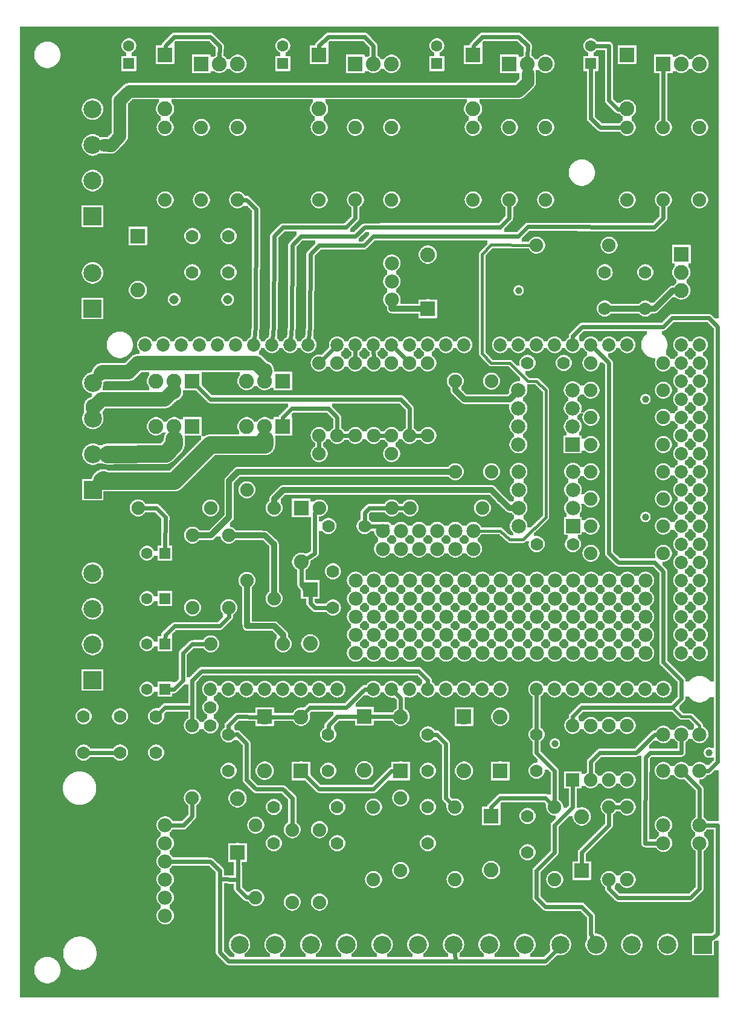
<source format=gbl>
G04 MADE WITH FRITZING*
G04 WWW.FRITZING.ORG*
G04 DOUBLE SIDED*
G04 HOLES PLATED*
G04 CONTOUR ON CENTER OF CONTOUR VECTOR*
%ASAXBY*%
%FSLAX23Y23*%
%MOIN*%
%OFA0B0*%
%SFA1.0B1.0*%
%ADD10C,0.075000*%
%ADD11C,0.039370*%
%ADD12C,0.082000*%
%ADD13C,0.070000*%
%ADD14C,0.072917*%
%ADD15C,0.078000*%
%ADD16C,0.051496*%
%ADD17C,0.079370*%
%ADD18C,0.062992*%
%ADD19C,0.099055*%
%ADD20R,0.082000X0.082000*%
%ADD21R,0.075000X0.075000*%
%ADD22R,0.079370X0.079370*%
%ADD23R,0.062992X0.062992*%
%ADD24R,0.099055X0.099055*%
%ADD25C,0.024000*%
%ADD26C,0.080000*%
%ADD27C,0.095000*%
%ADD28C,0.032000*%
%ADD29C,0.016000*%
%LNCOPPER0*%
G90*
G70*
G54D10*
X3385Y3544D03*
X1868Y3256D03*
X3485Y5328D03*
G54D11*
X2993Y1441D03*
X3493Y2691D03*
X2793Y3941D03*
G54D12*
X992Y3441D03*
X892Y3441D03*
X792Y3441D03*
X1492Y3441D03*
X1392Y3441D03*
X1292Y3441D03*
X1492Y3191D03*
X1392Y3191D03*
X1292Y3191D03*
X992Y3191D03*
X892Y3191D03*
X792Y3191D03*
G54D13*
X1092Y1641D03*
X1092Y1541D03*
G54D10*
X1342Y591D03*
X1342Y991D03*
G54D14*
X2992Y1741D03*
X1392Y1741D03*
X3092Y1741D03*
X3192Y1741D03*
X3292Y1741D03*
X3392Y1741D03*
X3692Y3141D03*
X3492Y1741D03*
X3592Y1741D03*
X1432Y3641D03*
X1992Y1741D03*
X2092Y1741D03*
X2192Y1741D03*
X2292Y1741D03*
X3692Y2341D03*
X2392Y1741D03*
X2492Y1741D03*
X2592Y1741D03*
X2692Y1741D03*
X2192Y3641D03*
X3692Y3541D03*
X3692Y2741D03*
X3692Y1941D03*
X1032Y3641D03*
X1792Y1741D03*
X1792Y3641D03*
X3692Y3341D03*
X3692Y2941D03*
X3692Y2541D03*
X3392Y3641D03*
X3692Y2141D03*
X3292Y3641D03*
X3192Y3641D03*
X3092Y3641D03*
X2992Y3641D03*
X2892Y3641D03*
X2792Y3641D03*
X2692Y3641D03*
X832Y3641D03*
X1232Y3641D03*
X1632Y3641D03*
X1192Y1741D03*
X1592Y1741D03*
X2392Y3641D03*
X1992Y3641D03*
X3692Y3641D03*
X3692Y3441D03*
X3692Y3241D03*
X3692Y3041D03*
X3692Y2841D03*
X3692Y2641D03*
X3692Y2441D03*
X3692Y2241D03*
X3692Y2041D03*
X732Y3641D03*
X932Y3641D03*
X1132Y3641D03*
X1332Y3641D03*
X1532Y3641D03*
X1092Y1741D03*
X1292Y1741D03*
X1492Y1741D03*
X1692Y1741D03*
X2492Y3641D03*
X2292Y3641D03*
X2092Y3641D03*
X1892Y3641D03*
X3792Y3641D03*
X3792Y3541D03*
X3792Y3441D03*
X3792Y3341D03*
X3792Y3241D03*
X3792Y3141D03*
X3792Y3041D03*
X3792Y2941D03*
X3792Y2841D03*
X3792Y2741D03*
X3792Y2641D03*
X3792Y2541D03*
X3792Y2441D03*
X3792Y2341D03*
X3792Y2241D03*
X3792Y2141D03*
X3792Y2041D03*
X3792Y1941D03*
X2892Y1741D03*
G54D12*
X2292Y3841D03*
X2292Y4139D03*
G54D10*
X992Y1141D03*
X992Y1541D03*
G54D15*
X842Y991D03*
X842Y891D03*
X842Y791D03*
X842Y691D03*
X842Y591D03*
X842Y491D03*
G54D10*
X3092Y1241D03*
X3092Y1541D03*
X3192Y1241D03*
X3192Y1541D03*
X3292Y1241D03*
X3292Y1541D03*
X3392Y1241D03*
X3392Y1541D03*
G54D15*
X3592Y1291D03*
X3692Y1291D03*
X3792Y1291D03*
X3792Y1491D03*
X3692Y1491D03*
X3592Y1491D03*
X2093Y3891D03*
X2093Y3991D03*
X2093Y4091D03*
G54D10*
X3292Y1091D03*
X3292Y691D03*
X3392Y1091D03*
X3392Y691D03*
G54D15*
X3592Y991D03*
X3592Y891D03*
X3792Y991D03*
X3792Y891D03*
G54D10*
X3592Y2491D03*
X3192Y2491D03*
X2292Y3541D03*
X2292Y3141D03*
X1792Y3541D03*
X1792Y3141D03*
X3592Y3091D03*
X3192Y3091D03*
X3592Y2941D03*
X3192Y2941D03*
X2092Y3541D03*
X2092Y3141D03*
X2092Y3041D03*
X1692Y3041D03*
X3592Y3541D03*
X3192Y3541D03*
G54D12*
X3692Y4141D03*
X3692Y4041D03*
X3692Y3941D03*
G54D13*
X1192Y4041D03*
X1192Y4241D03*
X3492Y4041D03*
X3492Y3841D03*
X992Y4041D03*
X992Y4241D03*
X3268Y4041D03*
X3268Y3841D03*
G54D12*
X692Y4241D03*
X692Y3943D03*
G54D16*
X892Y3891D03*
X1187Y3891D03*
G54D17*
X3093Y2641D03*
X2793Y2641D03*
X3093Y2741D03*
X2793Y2741D03*
X3093Y2841D03*
X2793Y2841D03*
X3093Y2941D03*
X2793Y2941D03*
X3092Y3091D03*
X2792Y3091D03*
X3092Y3191D03*
X2792Y3191D03*
X3092Y3291D03*
X2792Y3291D03*
X3092Y3391D03*
X2792Y3391D03*
G54D10*
X3592Y2641D03*
X3192Y2641D03*
X2192Y3541D03*
X2192Y3141D03*
X1892Y3541D03*
X1892Y3141D03*
X3592Y3241D03*
X3192Y3241D03*
X3592Y2791D03*
X3192Y2791D03*
X1993Y3541D03*
X1993Y3141D03*
X1692Y3541D03*
X1692Y3141D03*
X3592Y3391D03*
X3192Y3391D03*
G54D13*
X3093Y2541D03*
X2893Y2541D03*
X3042Y3541D03*
X2842Y3541D03*
G54D10*
X1443Y2241D03*
X1443Y2741D03*
X2643Y2941D03*
X2643Y3441D03*
X1293Y2841D03*
X1293Y2341D03*
X2443Y3441D03*
X2443Y2941D03*
X1193Y2191D03*
X1193Y2591D03*
X693Y2741D03*
X1093Y2741D03*
X1093Y1991D03*
X1493Y1991D03*
X993Y2191D03*
X993Y2591D03*
G54D18*
X841Y1991D03*
X742Y1991D03*
X841Y2491D03*
X742Y2491D03*
X841Y1741D03*
X742Y1741D03*
X841Y2241D03*
X742Y2241D03*
G54D10*
X2193Y2741D03*
X2593Y2741D03*
X2142Y1141D03*
X2142Y741D03*
X1693Y966D03*
X1693Y566D03*
G54D13*
X1742Y1291D03*
X1742Y1491D03*
X1792Y1091D03*
X1792Y891D03*
X1192Y1291D03*
X1192Y1491D03*
X1442Y1091D03*
X1442Y891D03*
G54D10*
X1992Y691D03*
X1992Y1091D03*
X1543Y566D03*
X1543Y966D03*
G54D12*
X2142Y1291D03*
X2142Y1589D03*
X1392Y1589D03*
X1392Y1291D03*
X1592Y1291D03*
X1592Y1589D03*
X1242Y841D03*
X1242Y1139D03*
X1643Y2291D03*
X1643Y1993D03*
X1942Y1591D03*
X1942Y1293D03*
G54D19*
X443Y2841D03*
X443Y3038D03*
X443Y3235D03*
X443Y3432D03*
X3812Y332D03*
X3615Y332D03*
X3418Y332D03*
X3221Y332D03*
X3024Y332D03*
X2827Y332D03*
X2631Y332D03*
X2434Y332D03*
X2237Y332D03*
X2040Y332D03*
X1843Y332D03*
X1646Y332D03*
X1449Y332D03*
X1253Y332D03*
G54D13*
X2892Y1291D03*
X2892Y1491D03*
X792Y1591D03*
X792Y1391D03*
X2292Y1291D03*
X2292Y1491D03*
X392Y1591D03*
X392Y1391D03*
X593Y1591D03*
X593Y1391D03*
X2842Y1041D03*
X2842Y841D03*
X2292Y1091D03*
X2292Y891D03*
G54D10*
X2992Y691D03*
X2992Y1091D03*
X2442Y691D03*
X2442Y1091D03*
G54D12*
X3142Y741D03*
X3142Y1039D03*
X2692Y1291D03*
X2692Y1589D03*
X2642Y1041D03*
X2642Y743D03*
X2492Y1589D03*
X2492Y1291D03*
G54D10*
X3292Y4191D03*
X2892Y4191D03*
G54D13*
X1743Y2641D03*
X1943Y2641D03*
X1768Y2391D03*
X1768Y2191D03*
G54D10*
X2093Y2741D03*
X1693Y2741D03*
G54D12*
X1593Y2741D03*
X1593Y2443D03*
G54D10*
X842Y4441D03*
X842Y4841D03*
X2542Y4441D03*
X2542Y4841D03*
X1692Y4441D03*
X1692Y4841D03*
X3392Y4441D03*
X3392Y4841D03*
G54D18*
X642Y5193D03*
X642Y5291D03*
X2342Y5193D03*
X2342Y5291D03*
X1492Y5193D03*
X1492Y5291D03*
X3192Y5193D03*
X3192Y5291D03*
G54D12*
X842Y5241D03*
X842Y4943D03*
X2542Y5241D03*
X2542Y4943D03*
X1692Y5241D03*
X1692Y4943D03*
X3392Y5241D03*
X3392Y4943D03*
X1042Y5191D03*
X1142Y5191D03*
X1242Y5191D03*
X2742Y5191D03*
X2842Y5191D03*
X2942Y5191D03*
X1892Y5191D03*
X1992Y5191D03*
X2092Y5191D03*
X3592Y5191D03*
X3692Y5191D03*
X3792Y5191D03*
G54D10*
X1042Y4441D03*
X1042Y4841D03*
X2742Y4441D03*
X2742Y4841D03*
X1892Y4441D03*
X1892Y4841D03*
X3592Y4441D03*
X3592Y4841D03*
X1242Y4441D03*
X1242Y4841D03*
X2942Y4441D03*
X2942Y4841D03*
X2092Y4441D03*
X2092Y4841D03*
X3792Y4441D03*
X3792Y4841D03*
G54D19*
X442Y3841D03*
X442Y4038D03*
X442Y1791D03*
X442Y1988D03*
X442Y2185D03*
X442Y2382D03*
X442Y4351D03*
X442Y4548D03*
X442Y4745D03*
X442Y4941D03*
G54D15*
X3493Y2341D03*
X3393Y2341D03*
X3293Y2341D03*
X3193Y2341D03*
X3093Y2341D03*
X2993Y2341D03*
X2893Y2341D03*
X2793Y2341D03*
X2693Y2341D03*
X2593Y2341D03*
X2493Y2341D03*
X2393Y2341D03*
X2293Y2341D03*
X2193Y2341D03*
X2093Y2341D03*
X1993Y2341D03*
X1893Y2341D03*
X3493Y2341D03*
X3393Y2341D03*
X3293Y2341D03*
X3193Y2341D03*
X3093Y2341D03*
X2993Y2341D03*
X2893Y2341D03*
X2793Y2341D03*
X2693Y2341D03*
X2593Y2341D03*
X2493Y2341D03*
X2393Y2341D03*
X2293Y2341D03*
X2193Y2341D03*
X2093Y2341D03*
X1993Y2341D03*
X1893Y2341D03*
X1893Y2241D03*
X1993Y2241D03*
X2093Y2241D03*
X2193Y2241D03*
X2293Y2241D03*
X2393Y2241D03*
X2493Y2241D03*
X2593Y2241D03*
X2693Y2241D03*
X2793Y2241D03*
X2893Y2241D03*
X2993Y2241D03*
X3093Y2241D03*
X3193Y2241D03*
X3293Y2241D03*
X3393Y2241D03*
X3493Y2241D03*
X3493Y2141D03*
X3393Y2141D03*
X3293Y2141D03*
X3193Y2141D03*
X3093Y2141D03*
X2993Y2141D03*
X2893Y2141D03*
X2793Y2141D03*
X2693Y2141D03*
X2593Y2141D03*
X2493Y2141D03*
X2393Y2141D03*
X2293Y2141D03*
X2193Y2141D03*
X2093Y2141D03*
X1993Y2141D03*
X1893Y2141D03*
X3493Y2141D03*
X3393Y2141D03*
X3293Y2141D03*
X3193Y2141D03*
X3093Y2141D03*
X2993Y2141D03*
X2893Y2141D03*
X2793Y2141D03*
X2693Y2141D03*
X2593Y2141D03*
X2493Y2141D03*
X2393Y2141D03*
X2293Y2141D03*
X2193Y2141D03*
X2093Y2141D03*
X1993Y2141D03*
X1893Y2141D03*
X1893Y2041D03*
X1993Y2041D03*
X2093Y2041D03*
X2193Y2041D03*
X2293Y2041D03*
X2393Y2041D03*
X2493Y2041D03*
X2593Y2041D03*
X2693Y2041D03*
X2793Y2041D03*
X2893Y2041D03*
X2993Y2041D03*
X3093Y2041D03*
X3193Y2041D03*
X3293Y2041D03*
X3393Y2041D03*
X3493Y2041D03*
X3493Y1941D03*
X3393Y1941D03*
X3293Y1941D03*
X3193Y1941D03*
X3093Y1941D03*
X2993Y1941D03*
X2893Y1941D03*
X2793Y1941D03*
X2693Y1941D03*
X2593Y1941D03*
X2493Y1941D03*
X2393Y1941D03*
X2293Y1941D03*
X2193Y1941D03*
X2093Y1941D03*
X1993Y1941D03*
X1893Y1941D03*
X2543Y2616D03*
X2443Y2616D03*
X2343Y2616D03*
X2243Y2616D03*
X2143Y2616D03*
X2043Y2616D03*
X2543Y2616D03*
X2443Y2616D03*
X2343Y2616D03*
X2243Y2616D03*
X2143Y2616D03*
X2043Y2616D03*
X2043Y2516D03*
X2143Y2516D03*
X2243Y2516D03*
X2343Y2516D03*
X2443Y2516D03*
X2543Y2516D03*
G54D11*
X3493Y3341D03*
X3843Y1391D03*
G54D20*
X992Y3441D03*
X1492Y3441D03*
X1492Y3191D03*
X992Y3191D03*
X2292Y3840D03*
G54D21*
X3092Y1241D03*
G54D20*
X3692Y4141D03*
X692Y4242D03*
G54D22*
X3093Y2641D03*
X3092Y3091D03*
G54D23*
X841Y1991D03*
X841Y2491D03*
X841Y1741D03*
X841Y2241D03*
G54D20*
X2142Y1290D03*
X1392Y1590D03*
X1592Y1290D03*
X1242Y840D03*
X1643Y2292D03*
X1942Y1592D03*
G54D24*
X443Y2841D03*
X3812Y332D03*
G54D20*
X3142Y740D03*
X2692Y1290D03*
X2642Y1042D03*
X2492Y1590D03*
X1593Y2742D03*
G54D23*
X642Y5193D03*
X2342Y5193D03*
X1492Y5193D03*
X3192Y5193D03*
G54D20*
X842Y5242D03*
X2542Y5242D03*
X1692Y5242D03*
X3392Y5242D03*
X1042Y5191D03*
X2742Y5191D03*
X1892Y5191D03*
X3592Y5191D03*
G54D24*
X442Y3841D03*
X442Y1791D03*
X442Y4351D03*
G54D13*
X643Y5041D02*
X2792Y5041D01*
D02*
X2792Y5041D02*
X2843Y5090D01*
D02*
X592Y4990D02*
X643Y5041D01*
D02*
X2843Y5090D02*
X2843Y5137D01*
D02*
X592Y4793D02*
X592Y4990D01*
D02*
X543Y4741D02*
X592Y4793D01*
D02*
X505Y4743D02*
X543Y4741D01*
G54D25*
D02*
X3144Y3741D02*
X3092Y3690D01*
D02*
X3092Y3690D02*
X3092Y3672D01*
D02*
X3592Y3741D02*
X3144Y3741D01*
D02*
X3640Y3790D02*
X3592Y3741D01*
D02*
X3844Y3790D02*
X3640Y3790D01*
D02*
X3892Y3741D02*
X3844Y3790D01*
D02*
X3892Y1341D02*
X3892Y3741D01*
D02*
X3842Y1291D02*
X3892Y1341D01*
D02*
X3822Y1291D02*
X3842Y1291D01*
D02*
X2942Y1141D02*
X2972Y1112D01*
D02*
X2692Y1141D02*
X2942Y1141D01*
D02*
X2642Y1091D02*
X2692Y1141D01*
D02*
X2642Y1074D02*
X2642Y1091D01*
D02*
X2892Y1518D02*
X2892Y1711D01*
D02*
X3292Y3541D02*
X3292Y2491D01*
D02*
X3213Y3620D02*
X3292Y3541D01*
D02*
X3292Y2491D02*
X3343Y2441D01*
D02*
X3543Y2441D02*
X3592Y2391D01*
D02*
X3343Y2441D02*
X3543Y2441D01*
D02*
X3692Y1791D02*
X3692Y1691D01*
D02*
X3692Y1691D02*
X3642Y1641D01*
D02*
X3642Y1641D02*
X3142Y1641D01*
D02*
X3142Y1641D02*
X3092Y1591D01*
D02*
X3592Y1890D02*
X3692Y1791D01*
D02*
X3092Y1591D02*
X3092Y1570D01*
D02*
X3592Y2391D02*
X3592Y1890D01*
D02*
X3292Y991D02*
X3292Y1063D01*
D02*
X3142Y841D02*
X3292Y991D01*
D02*
X3142Y774D02*
X3142Y841D01*
G54D26*
D02*
X892Y3390D02*
X892Y3382D01*
D02*
X444Y3290D02*
X492Y3341D01*
D02*
X492Y3341D02*
X840Y3341D01*
D02*
X840Y3341D02*
X892Y3390D01*
D02*
X444Y3304D02*
X444Y3290D01*
D02*
X1344Y3541D02*
X1393Y3491D01*
D02*
X1393Y3491D02*
X1393Y3501D01*
D02*
X692Y3541D02*
X1344Y3541D01*
D02*
X642Y3491D02*
X692Y3541D01*
D02*
X493Y3491D02*
X642Y3491D01*
D02*
X487Y3484D02*
X493Y3491D01*
G54D25*
D02*
X2192Y3290D02*
X2192Y3170D01*
D02*
X1092Y3341D02*
X2144Y3341D01*
D02*
X2144Y3341D02*
X2192Y3290D01*
D02*
X1015Y3419D02*
X1092Y3341D01*
D02*
X1744Y3290D02*
X1792Y3241D01*
D02*
X1792Y3241D02*
X1792Y3170D01*
D02*
X1540Y3290D02*
X1744Y3290D01*
D02*
X1492Y3241D02*
X1540Y3290D01*
D02*
X1492Y3224D02*
X1492Y3241D01*
G54D27*
D02*
X892Y3090D02*
X892Y3120D01*
D02*
X844Y3041D02*
X892Y3090D01*
D02*
X523Y3039D02*
X844Y3041D01*
D02*
X1392Y3090D02*
X1392Y3120D01*
D02*
X492Y2890D02*
X892Y2890D01*
D02*
X892Y2890D02*
X1092Y3090D01*
D02*
X1092Y3090D02*
X1392Y3090D01*
D02*
X500Y2897D02*
X492Y2890D01*
G54D25*
D02*
X1712Y3562D02*
X1771Y3620D01*
D02*
X1892Y3570D02*
X1892Y3611D01*
D02*
X1993Y3570D02*
X1992Y3611D01*
D02*
X2172Y3562D02*
X2113Y3620D01*
D02*
X2221Y3141D02*
X2264Y3141D01*
D02*
X2022Y3141D02*
X2064Y3141D01*
D02*
X1864Y3141D02*
X1821Y3141D01*
G54D28*
D02*
X1495Y2041D02*
X1443Y2090D01*
D02*
X1443Y2090D02*
X1295Y2090D01*
D02*
X1494Y2026D02*
X1495Y2041D01*
D02*
X1295Y2090D02*
X1293Y2307D01*
D02*
X1391Y2590D02*
X1443Y2541D01*
D02*
X1443Y2541D02*
X1443Y2276D01*
D02*
X1227Y2591D02*
X1391Y2590D01*
G54D25*
D02*
X1244Y690D02*
X1243Y809D01*
D02*
X1244Y641D02*
X1244Y690D01*
D02*
X1292Y593D02*
X1244Y641D01*
D02*
X1314Y593D02*
X1292Y593D01*
D02*
X1244Y690D02*
X1144Y693D01*
G54D28*
D02*
X2092Y3841D02*
X2092Y3856D01*
D02*
X2254Y3841D02*
X2092Y3841D01*
G54D25*
D02*
X2392Y1441D02*
X2392Y1141D01*
D02*
X2342Y1491D02*
X2392Y1441D01*
D02*
X2318Y1491D02*
X2342Y1491D01*
D02*
X2992Y1291D02*
X2892Y1391D01*
D02*
X2992Y1120D02*
X2992Y1291D01*
D02*
X2892Y1391D02*
X2892Y1465D01*
D02*
X3192Y391D02*
X3203Y369D01*
D02*
X3192Y491D02*
X3192Y391D01*
D02*
X2942Y541D02*
X3142Y541D01*
D02*
X2442Y291D02*
X2442Y293D01*
D02*
X2444Y241D02*
X2442Y291D01*
G54D29*
D02*
X2892Y3441D02*
X2943Y3390D01*
D02*
X2743Y3541D02*
X2843Y3441D01*
D02*
X2843Y3441D02*
X2892Y3441D01*
D02*
X2592Y4141D02*
X2592Y3593D01*
D02*
X2592Y3593D02*
X2641Y3541D01*
D02*
X2641Y3541D02*
X2743Y3541D01*
D02*
X2943Y3390D02*
X2943Y2690D01*
D02*
X2641Y4193D02*
X2592Y4141D01*
D02*
X2943Y2690D02*
X2817Y2567D01*
D02*
X2869Y4192D02*
X2641Y4193D01*
D02*
X2743Y2567D02*
X2691Y2616D01*
D02*
X2691Y2616D02*
X2568Y2616D01*
D02*
X2817Y2567D02*
X2743Y2567D01*
G54D25*
D02*
X2122Y2741D02*
X2165Y2741D01*
D02*
X1692Y3070D02*
X1692Y3113D01*
D02*
X992Y1641D02*
X992Y1570D01*
D02*
X992Y1790D02*
X992Y1641D01*
D02*
X2292Y1791D02*
X2242Y1841D01*
D02*
X2292Y1772D02*
X2292Y1791D01*
D02*
X992Y1041D02*
X992Y1113D01*
D02*
X944Y990D02*
X992Y1041D01*
D02*
X872Y991D02*
X944Y990D01*
D02*
X592Y1391D02*
X418Y1391D01*
D02*
X567Y1391D02*
X592Y1391D01*
D02*
X842Y1641D02*
X992Y1641D01*
D02*
X811Y1610D02*
X842Y1641D01*
D02*
X2992Y290D02*
X2940Y241D01*
D02*
X3000Y300D02*
X2992Y290D01*
D02*
X1092Y790D02*
X872Y791D01*
D02*
X1144Y741D02*
X1092Y790D01*
D02*
X1144Y693D02*
X1144Y741D01*
D02*
X2444Y241D02*
X1192Y241D01*
D02*
X1143Y290D02*
X1144Y693D01*
D02*
X1192Y241D02*
X1143Y290D01*
D02*
X2940Y241D02*
X2444Y241D01*
G54D29*
D02*
X3692Y1591D02*
X3642Y1641D01*
D02*
X3742Y1591D02*
X3692Y1591D01*
D02*
X3792Y1541D02*
X3742Y1591D01*
D02*
X3792Y1516D02*
X3792Y1541D01*
G54D25*
D02*
X3892Y391D02*
X3844Y356D01*
D02*
X3892Y991D02*
X3892Y391D01*
D02*
X3822Y991D02*
X3892Y991D01*
D02*
X3792Y1191D02*
X3713Y1270D01*
D02*
X3792Y1022D02*
X3792Y1191D01*
D02*
X3742Y591D02*
X3792Y641D01*
D02*
X3292Y641D02*
X3342Y591D01*
D02*
X3292Y663D02*
X3292Y641D01*
D02*
X3321Y1091D02*
X3364Y1091D01*
D02*
X3492Y891D02*
X3562Y891D01*
D02*
X3493Y1366D02*
X3492Y891D01*
D02*
X3518Y1391D02*
X3493Y1366D01*
D02*
X3692Y1391D02*
X3518Y1391D01*
D02*
X3692Y1461D02*
X3692Y1391D01*
D02*
X3543Y1491D02*
X3562Y1491D01*
D02*
X3442Y1391D02*
X3543Y1491D01*
D02*
X3242Y1391D02*
X3442Y1391D01*
D02*
X3192Y1341D02*
X3242Y1391D01*
D02*
X3192Y1270D02*
X3192Y1341D01*
D02*
X1611Y2290D02*
X1619Y2290D01*
D02*
X1619Y2290D02*
X1594Y2317D01*
D02*
X1594Y2317D02*
X1594Y2411D01*
D02*
X1143Y2090D02*
X1195Y2141D01*
D02*
X1195Y2141D02*
X1194Y2163D01*
D02*
X895Y2090D02*
X1143Y2090D01*
D02*
X842Y2018D02*
X843Y2041D01*
D02*
X843Y2041D02*
X895Y2090D01*
D02*
X892Y1741D02*
X940Y1790D01*
D02*
X940Y1790D02*
X940Y1941D01*
D02*
X940Y1941D02*
X992Y1990D01*
D02*
X992Y1990D02*
X1065Y1991D01*
D02*
X867Y1741D02*
X892Y1741D01*
G54D28*
D02*
X3544Y3841D02*
X3524Y3841D01*
D02*
X3644Y3941D02*
X3544Y3841D01*
D02*
X3654Y3941D02*
X3644Y3941D01*
D02*
X3460Y3841D02*
X3300Y3841D01*
D02*
X2495Y3341D02*
X2443Y3390D01*
D02*
X2443Y3390D02*
X2443Y3407D01*
D02*
X2743Y3341D02*
X2495Y3341D01*
D02*
X2767Y3365D02*
X2743Y3341D01*
G54D25*
D02*
X1592Y4241D02*
X1892Y4241D01*
D02*
X1892Y4241D02*
X1944Y4290D01*
D02*
X2692Y4290D02*
X2741Y4341D01*
D02*
X1944Y4290D02*
X2692Y4290D01*
D02*
X1544Y4190D02*
X1592Y4241D01*
D02*
X1542Y3741D02*
X1544Y4190D01*
D02*
X1535Y3672D02*
X1542Y3741D01*
D02*
X2741Y4341D02*
X2742Y4413D01*
D02*
X1692Y4190D02*
X1940Y4190D01*
D02*
X1940Y4190D02*
X1992Y4241D01*
D02*
X1992Y4241D02*
X2792Y4241D01*
D02*
X2792Y4241D02*
X2843Y4293D01*
D02*
X3541Y4290D02*
X3592Y4341D01*
D02*
X2843Y4293D02*
X3541Y4290D01*
D02*
X1644Y4141D02*
X1692Y4190D01*
D02*
X1642Y3741D02*
X1644Y4141D01*
D02*
X1635Y3672D02*
X1642Y3741D01*
D02*
X3592Y4341D02*
X3592Y4413D01*
D02*
X1892Y4341D02*
X1892Y4413D01*
D02*
X1840Y4290D02*
X1892Y4341D01*
D02*
X1492Y4290D02*
X1840Y4290D01*
D02*
X1444Y4241D02*
X1492Y4290D01*
D02*
X1442Y3741D02*
X1444Y4241D01*
D02*
X1435Y3672D02*
X1442Y3741D01*
D02*
X1292Y4441D02*
X1271Y4441D01*
D02*
X1344Y4390D02*
X1292Y4441D01*
D02*
X1342Y3741D02*
X1344Y4390D01*
D02*
X1335Y3672D02*
X1342Y3741D01*
D02*
X1668Y2190D02*
X1643Y2217D01*
D02*
X1643Y2217D02*
X1643Y2259D01*
D02*
X1742Y2191D02*
X1668Y2190D01*
D02*
X1668Y2491D02*
X1620Y2461D01*
D02*
X1669Y2716D02*
X1668Y2491D01*
D02*
X1674Y2720D02*
X1669Y2716D01*
D02*
X3192Y4890D02*
X3192Y5166D01*
D02*
X3244Y4841D02*
X3192Y4890D01*
D02*
X3364Y4841D02*
X3244Y4841D01*
D02*
X3592Y5159D02*
X3592Y4870D01*
D02*
X3292Y4990D02*
X3292Y5291D01*
D02*
X3340Y4941D02*
X3292Y4990D01*
D02*
X3292Y5291D02*
X3219Y5291D01*
D02*
X3360Y4942D02*
X3340Y4941D01*
D02*
X2843Y5293D02*
X2842Y5224D01*
D02*
X2792Y5341D02*
X2843Y5293D01*
D02*
X2592Y5341D02*
X2792Y5341D01*
D02*
X2543Y5290D02*
X2592Y5341D01*
D02*
X2543Y5274D02*
X2543Y5290D01*
D02*
X1692Y5293D02*
X1692Y5274D01*
D02*
X1743Y5341D02*
X1692Y5293D01*
D02*
X1943Y5341D02*
X1743Y5341D01*
D02*
X1992Y5290D02*
X1943Y5341D01*
D02*
X1992Y5224D02*
X1992Y5290D01*
D02*
X843Y5290D02*
X843Y5274D01*
D02*
X892Y5341D02*
X843Y5290D01*
D02*
X1092Y5341D02*
X892Y5341D01*
D02*
X1143Y5290D02*
X1092Y5341D01*
D02*
X1142Y5224D02*
X1143Y5290D01*
D02*
X1614Y1613D02*
X1642Y1641D01*
D02*
X1842Y1641D02*
X1943Y1741D01*
D02*
X1642Y1641D02*
X1842Y1641D01*
D02*
X1943Y1741D02*
X1962Y1741D01*
D02*
X2142Y1691D02*
X2142Y1622D01*
D02*
X2113Y1720D02*
X2142Y1691D01*
D02*
X2110Y1590D02*
X1974Y1591D01*
D02*
X1424Y1589D02*
X1560Y1589D01*
D02*
X1744Y1541D02*
X1743Y1518D01*
D02*
X1792Y1590D02*
X1744Y1541D01*
D02*
X1910Y1591D02*
X1792Y1590D01*
D02*
X1240Y1590D02*
X1360Y1589D01*
D02*
X1192Y1541D02*
X1240Y1590D01*
D02*
X1192Y1518D02*
X1192Y1541D01*
D02*
X1292Y1441D02*
X1240Y1493D01*
D02*
X1292Y1241D02*
X1292Y1441D01*
D02*
X1344Y1190D02*
X1292Y1241D01*
D02*
X1492Y1190D02*
X1344Y1190D01*
D02*
X1240Y1493D02*
X1218Y1492D01*
D02*
X1544Y1141D02*
X1492Y1190D01*
D02*
X1543Y995D02*
X1544Y1141D01*
D02*
X1992Y1190D02*
X1692Y1191D01*
D02*
X1692Y1191D02*
X1615Y1269D01*
D02*
X2092Y1290D02*
X1992Y1190D01*
D02*
X2110Y1290D02*
X2092Y1290D01*
D02*
X2392Y1141D02*
X2442Y1091D01*
D02*
X3142Y541D02*
X3192Y491D01*
D02*
X2992Y991D02*
X2992Y841D01*
D02*
X2892Y741D02*
X2892Y591D01*
D02*
X3092Y1091D02*
X3042Y1041D01*
D02*
X3042Y1041D02*
X2992Y991D01*
D02*
X2992Y841D02*
X2892Y741D01*
D02*
X2892Y591D02*
X2942Y541D01*
D02*
X3092Y1213D02*
X3092Y1091D01*
D02*
X1043Y1841D02*
X992Y1790D01*
D02*
X2242Y1841D02*
X1043Y1841D01*
D02*
X3342Y591D02*
X3742Y591D01*
D02*
X3792Y641D02*
X3792Y861D01*
D02*
X843Y2690D02*
X795Y2741D01*
D02*
X795Y2741D02*
X722Y2741D01*
D02*
X841Y2518D02*
X843Y2690D01*
G54D28*
D02*
X2757Y2741D02*
X2743Y2741D01*
D02*
X2743Y2741D02*
X2691Y2790D01*
D02*
X1443Y2790D02*
X1443Y2741D01*
D02*
X2643Y2841D02*
X1495Y2841D01*
D02*
X1495Y2841D02*
X1443Y2790D01*
D02*
X2691Y2790D02*
X2643Y2841D01*
G54D25*
D02*
X1943Y2716D02*
X1968Y2741D01*
D02*
X1968Y2741D02*
X2065Y2741D01*
D02*
X1943Y2668D02*
X1943Y2716D01*
G54D28*
D02*
X1243Y2941D02*
X2409Y2941D01*
D02*
X1195Y2890D02*
X1243Y2941D01*
D02*
X1195Y2690D02*
X1195Y2890D01*
D02*
X1095Y2590D02*
X1195Y2690D01*
D02*
X1027Y2591D02*
X1095Y2590D01*
G54D25*
D02*
X2069Y2641D02*
X2065Y2637D01*
D02*
X1969Y2641D02*
X2069Y2641D01*
G36*
X3224Y5269D02*
X3224Y5267D01*
X3222Y5267D01*
X3222Y5263D01*
X3218Y5263D01*
X3218Y5261D01*
X3216Y5261D01*
X3216Y5259D01*
X3214Y5259D01*
X3214Y5257D01*
X3210Y5257D01*
X3210Y5255D01*
X3208Y5255D01*
X3208Y5235D01*
X3234Y5235D01*
X3234Y5153D01*
X3232Y5153D01*
X3232Y5151D01*
X3214Y5151D01*
X3214Y4899D01*
X3216Y4899D01*
X3216Y4897D01*
X3218Y4897D01*
X3218Y4895D01*
X3220Y4895D01*
X3220Y4893D01*
X3222Y4893D01*
X3222Y4891D01*
X3224Y4891D01*
X3224Y4889D01*
X3226Y4889D01*
X3226Y4887D01*
X3228Y4887D01*
X3228Y4885D01*
X3230Y4885D01*
X3230Y4883D01*
X3232Y4883D01*
X3232Y4881D01*
X3236Y4881D01*
X3236Y4879D01*
X3238Y4879D01*
X3238Y4877D01*
X3240Y4877D01*
X3240Y4875D01*
X3242Y4875D01*
X3242Y4873D01*
X3244Y4873D01*
X3244Y4871D01*
X3246Y4871D01*
X3246Y4869D01*
X3248Y4869D01*
X3248Y4867D01*
X3250Y4867D01*
X3250Y4865D01*
X3252Y4865D01*
X3252Y4863D01*
X3352Y4863D01*
X3352Y4867D01*
X3354Y4867D01*
X3354Y4869D01*
X3356Y4869D01*
X3356Y4871D01*
X3358Y4871D01*
X3358Y4873D01*
X3360Y4873D01*
X3360Y4875D01*
X3362Y4875D01*
X3362Y4877D01*
X3364Y4877D01*
X3364Y4879D01*
X3366Y4879D01*
X3366Y4881D01*
X3368Y4881D01*
X3368Y4901D01*
X3366Y4901D01*
X3366Y4903D01*
X3362Y4903D01*
X3362Y4905D01*
X3360Y4905D01*
X3360Y4907D01*
X3358Y4907D01*
X3358Y4909D01*
X3356Y4909D01*
X3356Y4911D01*
X3354Y4911D01*
X3354Y4913D01*
X3352Y4913D01*
X3352Y4915D01*
X3350Y4915D01*
X3350Y4919D01*
X3338Y4919D01*
X3338Y4921D01*
X3330Y4921D01*
X3330Y4923D01*
X3328Y4923D01*
X3328Y4925D01*
X3324Y4925D01*
X3324Y4927D01*
X3322Y4927D01*
X3322Y4929D01*
X3320Y4929D01*
X3320Y4931D01*
X3318Y4931D01*
X3318Y4933D01*
X3316Y4933D01*
X3316Y4935D01*
X3314Y4935D01*
X3314Y4937D01*
X3312Y4937D01*
X3312Y4939D01*
X3310Y4939D01*
X3310Y4941D01*
X3308Y4941D01*
X3308Y4943D01*
X3306Y4943D01*
X3306Y4945D01*
X3304Y4945D01*
X3304Y4947D01*
X3302Y4947D01*
X3302Y4949D01*
X3300Y4949D01*
X3300Y4951D01*
X3298Y4951D01*
X3298Y4953D01*
X3296Y4953D01*
X3296Y4955D01*
X3294Y4955D01*
X3294Y4957D01*
X3292Y4957D01*
X3292Y4959D01*
X3290Y4959D01*
X3290Y4961D01*
X3288Y4961D01*
X3288Y4963D01*
X3286Y4963D01*
X3286Y4965D01*
X3284Y4965D01*
X3284Y4967D01*
X3282Y4967D01*
X3282Y4969D01*
X3280Y4969D01*
X3280Y4971D01*
X3278Y4971D01*
X3278Y4973D01*
X3276Y4973D01*
X3276Y4977D01*
X3274Y4977D01*
X3274Y4979D01*
X3272Y4979D01*
X3272Y4983D01*
X3270Y4983D01*
X3270Y5269D01*
X3224Y5269D01*
G37*
D02*
G36*
X1500Y4267D02*
X1500Y4265D01*
X1498Y4265D01*
X1498Y4263D01*
X1496Y4263D01*
X1496Y4261D01*
X1494Y4261D01*
X1494Y4259D01*
X1492Y4259D01*
X1492Y4257D01*
X1490Y4257D01*
X1490Y4255D01*
X1488Y4255D01*
X1488Y4253D01*
X1486Y4253D01*
X1486Y4251D01*
X1484Y4251D01*
X1484Y4249D01*
X1482Y4249D01*
X1482Y4247D01*
X1480Y4247D01*
X1480Y4245D01*
X1478Y4245D01*
X1478Y4243D01*
X1476Y4243D01*
X1476Y4241D01*
X1474Y4241D01*
X1474Y4239D01*
X1472Y4239D01*
X1472Y4237D01*
X1470Y4237D01*
X1470Y4235D01*
X1468Y4235D01*
X1468Y4233D01*
X1466Y4233D01*
X1466Y3987D01*
X1464Y3987D01*
X1464Y3729D01*
X1462Y3729D01*
X1462Y3709D01*
X1460Y3709D01*
X1460Y3677D01*
X1462Y3677D01*
X1462Y3675D01*
X1464Y3675D01*
X1464Y3673D01*
X1466Y3673D01*
X1466Y3671D01*
X1468Y3671D01*
X1468Y3667D01*
X1470Y3667D01*
X1470Y3665D01*
X1472Y3665D01*
X1472Y3661D01*
X1492Y3661D01*
X1492Y3665D01*
X1494Y3665D01*
X1494Y3667D01*
X1496Y3667D01*
X1496Y3669D01*
X1498Y3669D01*
X1498Y3673D01*
X1500Y3673D01*
X1500Y3675D01*
X1502Y3675D01*
X1502Y3677D01*
X1506Y3677D01*
X1506Y3679D01*
X1508Y3679D01*
X1508Y3681D01*
X1512Y3681D01*
X1512Y3683D01*
X1514Y3683D01*
X1514Y3693D01*
X1516Y3693D01*
X1516Y3713D01*
X1518Y3713D01*
X1518Y3733D01*
X1520Y3733D01*
X1520Y3965D01*
X1522Y3965D01*
X1522Y4197D01*
X1524Y4197D01*
X1524Y4201D01*
X1526Y4201D01*
X1526Y4203D01*
X1528Y4203D01*
X1528Y4207D01*
X1530Y4207D01*
X1530Y4209D01*
X1532Y4209D01*
X1532Y4211D01*
X1534Y4211D01*
X1534Y4213D01*
X1536Y4213D01*
X1536Y4215D01*
X1538Y4215D01*
X1538Y4217D01*
X1540Y4217D01*
X1540Y4219D01*
X1542Y4219D01*
X1542Y4221D01*
X1544Y4221D01*
X1544Y4223D01*
X1546Y4223D01*
X1546Y4225D01*
X1548Y4225D01*
X1548Y4227D01*
X1550Y4227D01*
X1550Y4229D01*
X1552Y4229D01*
X1552Y4233D01*
X1554Y4233D01*
X1554Y4235D01*
X1556Y4235D01*
X1556Y4237D01*
X1558Y4237D01*
X1558Y4239D01*
X1560Y4239D01*
X1560Y4241D01*
X1562Y4241D01*
X1562Y4243D01*
X1564Y4243D01*
X1564Y4245D01*
X1566Y4245D01*
X1566Y4247D01*
X1568Y4247D01*
X1568Y4267D01*
X1500Y4267D01*
G37*
D02*
G36*
X1948Y4265D02*
X1948Y4263D01*
X1946Y4263D01*
X1946Y4261D01*
X1944Y4261D01*
X1944Y4259D01*
X1942Y4259D01*
X1942Y4257D01*
X1940Y4257D01*
X1940Y4255D01*
X1938Y4255D01*
X1938Y4253D01*
X1936Y4253D01*
X1936Y4251D01*
X1934Y4251D01*
X1934Y4249D01*
X1932Y4249D01*
X1932Y4247D01*
X1930Y4247D01*
X1930Y4245D01*
X1926Y4245D01*
X1926Y4243D01*
X1924Y4243D01*
X1924Y4241D01*
X1922Y4241D01*
X1922Y4239D01*
X1920Y4239D01*
X1920Y4237D01*
X1918Y4237D01*
X1918Y4235D01*
X1916Y4235D01*
X1916Y4233D01*
X1914Y4233D01*
X1914Y4231D01*
X1912Y4231D01*
X1912Y4211D01*
X1932Y4211D01*
X1932Y4213D01*
X1934Y4213D01*
X1934Y4215D01*
X1936Y4215D01*
X1936Y4217D01*
X1938Y4217D01*
X1938Y4219D01*
X1940Y4219D01*
X1940Y4221D01*
X1942Y4221D01*
X1942Y4223D01*
X1944Y4223D01*
X1944Y4225D01*
X1946Y4225D01*
X1946Y4227D01*
X1948Y4227D01*
X1948Y4229D01*
X1950Y4229D01*
X1950Y4231D01*
X1952Y4231D01*
X1952Y4233D01*
X1954Y4233D01*
X1954Y4235D01*
X1956Y4235D01*
X1956Y4237D01*
X1958Y4237D01*
X1958Y4239D01*
X1960Y4239D01*
X1960Y4241D01*
X1962Y4241D01*
X1962Y4243D01*
X1964Y4243D01*
X1964Y4245D01*
X1966Y4245D01*
X1966Y4247D01*
X1968Y4247D01*
X1968Y4265D01*
X1948Y4265D01*
G37*
D02*
G36*
X1600Y4219D02*
X1600Y4217D01*
X1598Y4217D01*
X1598Y4215D01*
X1596Y4215D01*
X1596Y4213D01*
X1594Y4213D01*
X1594Y4211D01*
X1592Y4211D01*
X1592Y4209D01*
X1590Y4209D01*
X1590Y4207D01*
X1588Y4207D01*
X1588Y4203D01*
X1586Y4203D01*
X1586Y4201D01*
X1584Y4201D01*
X1584Y4199D01*
X1582Y4199D01*
X1582Y4197D01*
X1580Y4197D01*
X1580Y4195D01*
X1578Y4195D01*
X1578Y4193D01*
X1576Y4193D01*
X1576Y4191D01*
X1574Y4191D01*
X1574Y4189D01*
X1572Y4189D01*
X1572Y4187D01*
X1570Y4187D01*
X1570Y4185D01*
X1568Y4185D01*
X1568Y4183D01*
X1566Y4183D01*
X1566Y3961D01*
X1564Y3961D01*
X1564Y3729D01*
X1562Y3729D01*
X1562Y3709D01*
X1560Y3709D01*
X1560Y3677D01*
X1562Y3677D01*
X1562Y3675D01*
X1564Y3675D01*
X1564Y3673D01*
X1566Y3673D01*
X1566Y3671D01*
X1568Y3671D01*
X1568Y3667D01*
X1570Y3667D01*
X1570Y3665D01*
X1572Y3665D01*
X1572Y3661D01*
X1592Y3661D01*
X1592Y3665D01*
X1594Y3665D01*
X1594Y3667D01*
X1596Y3667D01*
X1596Y3669D01*
X1598Y3669D01*
X1598Y3673D01*
X1600Y3673D01*
X1600Y3675D01*
X1602Y3675D01*
X1602Y3677D01*
X1606Y3677D01*
X1606Y3679D01*
X1608Y3679D01*
X1608Y3681D01*
X1612Y3681D01*
X1612Y3683D01*
X1614Y3683D01*
X1614Y3693D01*
X1616Y3693D01*
X1616Y3713D01*
X1618Y3713D01*
X1618Y3731D01*
X1620Y3731D01*
X1620Y3941D01*
X1622Y3941D01*
X1622Y4149D01*
X1624Y4149D01*
X1624Y4153D01*
X1626Y4153D01*
X1626Y4155D01*
X1628Y4155D01*
X1628Y4157D01*
X1630Y4157D01*
X1630Y4159D01*
X1632Y4159D01*
X1632Y4161D01*
X1634Y4161D01*
X1634Y4163D01*
X1636Y4163D01*
X1636Y4165D01*
X1638Y4165D01*
X1638Y4167D01*
X1640Y4167D01*
X1640Y4169D01*
X1642Y4169D01*
X1642Y4171D01*
X1644Y4171D01*
X1644Y4173D01*
X1646Y4173D01*
X1646Y4175D01*
X1648Y4175D01*
X1648Y4177D01*
X1650Y4177D01*
X1650Y4179D01*
X1652Y4179D01*
X1652Y4181D01*
X1654Y4181D01*
X1654Y4183D01*
X1656Y4183D01*
X1656Y4185D01*
X1658Y4185D01*
X1658Y4187D01*
X1660Y4187D01*
X1660Y4189D01*
X1662Y4189D01*
X1662Y4191D01*
X1664Y4191D01*
X1664Y4193D01*
X1666Y4193D01*
X1666Y4195D01*
X1668Y4195D01*
X1668Y4197D01*
X1670Y4197D01*
X1670Y4199D01*
X1672Y4199D01*
X1672Y4219D01*
X1600Y4219D01*
G37*
D02*
G36*
X1832Y3623D02*
X1832Y3619D01*
X1830Y3619D01*
X1830Y3615D01*
X1828Y3615D01*
X1828Y3613D01*
X1826Y3613D01*
X1826Y3611D01*
X1824Y3611D01*
X1824Y3609D01*
X1822Y3609D01*
X1822Y3607D01*
X1820Y3607D01*
X1820Y3605D01*
X1816Y3605D01*
X1816Y3603D01*
X1814Y3603D01*
X1814Y3581D01*
X1818Y3581D01*
X1818Y3579D01*
X1820Y3579D01*
X1820Y3577D01*
X1822Y3577D01*
X1822Y3575D01*
X1824Y3575D01*
X1824Y3573D01*
X1826Y3573D01*
X1826Y3571D01*
X1828Y3571D01*
X1828Y3569D01*
X1830Y3569D01*
X1830Y3567D01*
X1832Y3567D01*
X1832Y3563D01*
X1852Y3563D01*
X1852Y3567D01*
X1854Y3567D01*
X1854Y3569D01*
X1856Y3569D01*
X1856Y3571D01*
X1858Y3571D01*
X1858Y3573D01*
X1860Y3573D01*
X1860Y3575D01*
X1862Y3575D01*
X1862Y3577D01*
X1864Y3577D01*
X1864Y3579D01*
X1866Y3579D01*
X1866Y3581D01*
X1870Y3581D01*
X1870Y3603D01*
X1868Y3603D01*
X1868Y3605D01*
X1864Y3605D01*
X1864Y3607D01*
X1862Y3607D01*
X1862Y3609D01*
X1860Y3609D01*
X1860Y3611D01*
X1858Y3611D01*
X1858Y3613D01*
X1856Y3613D01*
X1856Y3617D01*
X1854Y3617D01*
X1854Y3619D01*
X1852Y3619D01*
X1852Y3623D01*
X1832Y3623D01*
G37*
D02*
G36*
X1932Y3623D02*
X1932Y3619D01*
X1930Y3619D01*
X1930Y3615D01*
X1928Y3615D01*
X1928Y3613D01*
X1926Y3613D01*
X1926Y3611D01*
X1924Y3611D01*
X1924Y3609D01*
X1922Y3609D01*
X1922Y3607D01*
X1920Y3607D01*
X1920Y3605D01*
X1916Y3605D01*
X1916Y3603D01*
X1914Y3603D01*
X1914Y3581D01*
X1918Y3581D01*
X1918Y3579D01*
X1920Y3579D01*
X1920Y3577D01*
X1922Y3577D01*
X1922Y3575D01*
X1924Y3575D01*
X1924Y3573D01*
X1926Y3573D01*
X1926Y3571D01*
X1928Y3571D01*
X1928Y3569D01*
X1930Y3569D01*
X1930Y3567D01*
X1932Y3567D01*
X1932Y3563D01*
X1952Y3563D01*
X1952Y3565D01*
X1954Y3565D01*
X1954Y3567D01*
X1956Y3567D01*
X1956Y3571D01*
X1958Y3571D01*
X1958Y3573D01*
X1960Y3573D01*
X1960Y3575D01*
X1962Y3575D01*
X1962Y3577D01*
X1964Y3577D01*
X1964Y3579D01*
X1968Y3579D01*
X1968Y3581D01*
X1970Y3581D01*
X1970Y3603D01*
X1968Y3603D01*
X1968Y3605D01*
X1964Y3605D01*
X1964Y3607D01*
X1962Y3607D01*
X1962Y3609D01*
X1960Y3609D01*
X1960Y3611D01*
X1958Y3611D01*
X1958Y3613D01*
X1956Y3613D01*
X1956Y3617D01*
X1954Y3617D01*
X1954Y3619D01*
X1952Y3619D01*
X1952Y3623D01*
X1932Y3623D01*
G37*
D02*
G36*
X2032Y3623D02*
X2032Y3619D01*
X2030Y3619D01*
X2030Y3615D01*
X2028Y3615D01*
X2028Y3613D01*
X2026Y3613D01*
X2026Y3611D01*
X2024Y3611D01*
X2024Y3609D01*
X2022Y3609D01*
X2022Y3607D01*
X2020Y3607D01*
X2020Y3605D01*
X2016Y3605D01*
X2016Y3603D01*
X2014Y3603D01*
X2014Y3583D01*
X2016Y3583D01*
X2016Y3581D01*
X2020Y3581D01*
X2020Y3579D01*
X2022Y3579D01*
X2022Y3577D01*
X2024Y3577D01*
X2024Y3575D01*
X2026Y3575D01*
X2026Y3573D01*
X2028Y3573D01*
X2028Y3571D01*
X2030Y3571D01*
X2030Y3569D01*
X2032Y3569D01*
X2032Y3565D01*
X2052Y3565D01*
X2052Y3567D01*
X2054Y3567D01*
X2054Y3569D01*
X2056Y3569D01*
X2056Y3571D01*
X2058Y3571D01*
X2058Y3573D01*
X2060Y3573D01*
X2060Y3575D01*
X2062Y3575D01*
X2062Y3577D01*
X2064Y3577D01*
X2064Y3579D01*
X2066Y3579D01*
X2066Y3581D01*
X2070Y3581D01*
X2070Y3603D01*
X2068Y3603D01*
X2068Y3605D01*
X2064Y3605D01*
X2064Y3607D01*
X2062Y3607D01*
X2062Y3609D01*
X2060Y3609D01*
X2060Y3611D01*
X2058Y3611D01*
X2058Y3613D01*
X2056Y3613D01*
X2056Y3615D01*
X2054Y3615D01*
X2054Y3619D01*
X2052Y3619D01*
X2052Y3623D01*
X2032Y3623D01*
G37*
D02*
G36*
X2232Y3623D02*
X2232Y3619D01*
X2230Y3619D01*
X2230Y3615D01*
X2228Y3615D01*
X2228Y3613D01*
X2226Y3613D01*
X2226Y3611D01*
X2224Y3611D01*
X2224Y3609D01*
X2222Y3609D01*
X2222Y3607D01*
X2220Y3607D01*
X2220Y3605D01*
X2216Y3605D01*
X2216Y3603D01*
X2214Y3603D01*
X2214Y3581D01*
X2218Y3581D01*
X2218Y3579D01*
X2220Y3579D01*
X2220Y3577D01*
X2222Y3577D01*
X2222Y3575D01*
X2224Y3575D01*
X2224Y3573D01*
X2226Y3573D01*
X2226Y3571D01*
X2228Y3571D01*
X2228Y3569D01*
X2230Y3569D01*
X2230Y3567D01*
X2232Y3567D01*
X2232Y3563D01*
X2252Y3563D01*
X2252Y3567D01*
X2254Y3567D01*
X2254Y3569D01*
X2256Y3569D01*
X2256Y3571D01*
X2258Y3571D01*
X2258Y3573D01*
X2260Y3573D01*
X2260Y3575D01*
X2262Y3575D01*
X2262Y3577D01*
X2264Y3577D01*
X2264Y3579D01*
X2266Y3579D01*
X2266Y3581D01*
X2270Y3581D01*
X2270Y3603D01*
X2268Y3603D01*
X2268Y3605D01*
X2264Y3605D01*
X2264Y3607D01*
X2262Y3607D01*
X2262Y3609D01*
X2260Y3609D01*
X2260Y3611D01*
X2258Y3611D01*
X2258Y3613D01*
X2256Y3613D01*
X2256Y3615D01*
X2254Y3615D01*
X2254Y3619D01*
X2252Y3619D01*
X2252Y3623D01*
X2232Y3623D01*
G37*
D02*
G36*
X3648Y3767D02*
X3648Y3765D01*
X3646Y3765D01*
X3646Y3763D01*
X3644Y3763D01*
X3644Y3761D01*
X3642Y3761D01*
X3642Y3759D01*
X3640Y3759D01*
X3640Y3757D01*
X3638Y3757D01*
X3638Y3755D01*
X3636Y3755D01*
X3636Y3753D01*
X3634Y3753D01*
X3634Y3751D01*
X3632Y3751D01*
X3632Y3749D01*
X3630Y3749D01*
X3630Y3747D01*
X3628Y3747D01*
X3628Y3745D01*
X3626Y3745D01*
X3626Y3743D01*
X3624Y3743D01*
X3624Y3741D01*
X3622Y3741D01*
X3622Y3739D01*
X3620Y3739D01*
X3620Y3737D01*
X3618Y3737D01*
X3618Y3735D01*
X3616Y3735D01*
X3616Y3733D01*
X3614Y3733D01*
X3614Y3731D01*
X3612Y3731D01*
X3612Y3729D01*
X3610Y3729D01*
X3610Y3727D01*
X3608Y3727D01*
X3608Y3725D01*
X3606Y3725D01*
X3606Y3723D01*
X3602Y3723D01*
X3602Y3721D01*
X3594Y3721D01*
X3594Y3719D01*
X3584Y3719D01*
X3584Y3699D01*
X3588Y3699D01*
X3588Y3697D01*
X3590Y3697D01*
X3590Y3695D01*
X3592Y3695D01*
X3592Y3693D01*
X3594Y3693D01*
X3594Y3691D01*
X3596Y3691D01*
X3596Y3689D01*
X3796Y3689D01*
X3796Y3687D01*
X3804Y3687D01*
X3804Y3685D01*
X3810Y3685D01*
X3810Y3683D01*
X3812Y3683D01*
X3812Y3681D01*
X3816Y3681D01*
X3816Y3679D01*
X3818Y3679D01*
X3818Y3677D01*
X3822Y3677D01*
X3822Y3675D01*
X3824Y3675D01*
X3824Y3673D01*
X3826Y3673D01*
X3826Y3671D01*
X3828Y3671D01*
X3828Y3667D01*
X3830Y3667D01*
X3830Y3665D01*
X3832Y3665D01*
X3832Y3661D01*
X3834Y3661D01*
X3834Y3657D01*
X3836Y3657D01*
X3836Y3651D01*
X3838Y3651D01*
X3838Y3631D01*
X3836Y3631D01*
X3836Y3627D01*
X3834Y3627D01*
X3834Y3623D01*
X3832Y3623D01*
X3832Y3619D01*
X3830Y3619D01*
X3830Y3615D01*
X3828Y3615D01*
X3828Y3613D01*
X3826Y3613D01*
X3826Y3611D01*
X3824Y3611D01*
X3824Y3609D01*
X3822Y3609D01*
X3822Y3607D01*
X3820Y3607D01*
X3820Y3605D01*
X3816Y3605D01*
X3816Y3603D01*
X3814Y3603D01*
X3814Y3601D01*
X3812Y3601D01*
X3812Y3581D01*
X3816Y3581D01*
X3816Y3579D01*
X3818Y3579D01*
X3818Y3577D01*
X3822Y3577D01*
X3822Y3575D01*
X3824Y3575D01*
X3824Y3573D01*
X3826Y3573D01*
X3826Y3571D01*
X3828Y3571D01*
X3828Y3567D01*
X3830Y3567D01*
X3830Y3565D01*
X3832Y3565D01*
X3832Y3561D01*
X3834Y3561D01*
X3834Y3557D01*
X3836Y3557D01*
X3836Y3551D01*
X3838Y3551D01*
X3838Y3531D01*
X3836Y3531D01*
X3836Y3527D01*
X3834Y3527D01*
X3834Y3523D01*
X3832Y3523D01*
X3832Y3519D01*
X3830Y3519D01*
X3830Y3515D01*
X3828Y3515D01*
X3828Y3513D01*
X3826Y3513D01*
X3826Y3511D01*
X3824Y3511D01*
X3824Y3509D01*
X3822Y3509D01*
X3822Y3507D01*
X3820Y3507D01*
X3820Y3505D01*
X3816Y3505D01*
X3816Y3503D01*
X3814Y3503D01*
X3814Y3501D01*
X3812Y3501D01*
X3812Y3481D01*
X3816Y3481D01*
X3816Y3479D01*
X3818Y3479D01*
X3818Y3477D01*
X3822Y3477D01*
X3822Y3475D01*
X3824Y3475D01*
X3824Y3473D01*
X3826Y3473D01*
X3826Y3471D01*
X3828Y3471D01*
X3828Y3467D01*
X3830Y3467D01*
X3830Y3465D01*
X3832Y3465D01*
X3832Y3461D01*
X3834Y3461D01*
X3834Y3457D01*
X3836Y3457D01*
X3836Y3451D01*
X3838Y3451D01*
X3838Y3431D01*
X3836Y3431D01*
X3836Y3427D01*
X3834Y3427D01*
X3834Y3423D01*
X3832Y3423D01*
X3832Y3419D01*
X3830Y3419D01*
X3830Y3415D01*
X3828Y3415D01*
X3828Y3413D01*
X3826Y3413D01*
X3826Y3411D01*
X3824Y3411D01*
X3824Y3409D01*
X3822Y3409D01*
X3822Y3407D01*
X3820Y3407D01*
X3820Y3405D01*
X3816Y3405D01*
X3816Y3403D01*
X3814Y3403D01*
X3814Y3401D01*
X3812Y3401D01*
X3812Y3381D01*
X3816Y3381D01*
X3816Y3379D01*
X3818Y3379D01*
X3818Y3377D01*
X3822Y3377D01*
X3822Y3375D01*
X3824Y3375D01*
X3824Y3373D01*
X3826Y3373D01*
X3826Y3371D01*
X3828Y3371D01*
X3828Y3367D01*
X3830Y3367D01*
X3830Y3365D01*
X3832Y3365D01*
X3832Y3361D01*
X3834Y3361D01*
X3834Y3357D01*
X3836Y3357D01*
X3836Y3351D01*
X3838Y3351D01*
X3838Y3331D01*
X3836Y3331D01*
X3836Y3327D01*
X3834Y3327D01*
X3834Y3323D01*
X3832Y3323D01*
X3832Y3319D01*
X3830Y3319D01*
X3830Y3315D01*
X3828Y3315D01*
X3828Y3313D01*
X3826Y3313D01*
X3826Y3311D01*
X3824Y3311D01*
X3824Y3309D01*
X3822Y3309D01*
X3822Y3307D01*
X3820Y3307D01*
X3820Y3305D01*
X3816Y3305D01*
X3816Y3303D01*
X3814Y3303D01*
X3814Y3301D01*
X3812Y3301D01*
X3812Y3281D01*
X3816Y3281D01*
X3816Y3279D01*
X3818Y3279D01*
X3818Y3277D01*
X3822Y3277D01*
X3822Y3275D01*
X3824Y3275D01*
X3824Y3273D01*
X3826Y3273D01*
X3826Y3271D01*
X3828Y3271D01*
X3828Y3267D01*
X3830Y3267D01*
X3830Y3265D01*
X3832Y3265D01*
X3832Y3261D01*
X3834Y3261D01*
X3834Y3257D01*
X3836Y3257D01*
X3836Y3251D01*
X3838Y3251D01*
X3838Y3231D01*
X3836Y3231D01*
X3836Y3227D01*
X3834Y3227D01*
X3834Y3223D01*
X3832Y3223D01*
X3832Y3219D01*
X3830Y3219D01*
X3830Y3215D01*
X3828Y3215D01*
X3828Y3213D01*
X3826Y3213D01*
X3826Y3211D01*
X3824Y3211D01*
X3824Y3209D01*
X3822Y3209D01*
X3822Y3207D01*
X3820Y3207D01*
X3820Y3205D01*
X3816Y3205D01*
X3816Y3203D01*
X3814Y3203D01*
X3814Y3201D01*
X3812Y3201D01*
X3812Y3181D01*
X3816Y3181D01*
X3816Y3179D01*
X3818Y3179D01*
X3818Y3177D01*
X3822Y3177D01*
X3822Y3175D01*
X3824Y3175D01*
X3824Y3173D01*
X3826Y3173D01*
X3826Y3171D01*
X3828Y3171D01*
X3828Y3167D01*
X3830Y3167D01*
X3830Y3165D01*
X3832Y3165D01*
X3832Y3161D01*
X3834Y3161D01*
X3834Y3157D01*
X3836Y3157D01*
X3836Y3151D01*
X3838Y3151D01*
X3838Y3131D01*
X3836Y3131D01*
X3836Y3127D01*
X3834Y3127D01*
X3834Y3123D01*
X3832Y3123D01*
X3832Y3119D01*
X3830Y3119D01*
X3830Y3115D01*
X3828Y3115D01*
X3828Y3113D01*
X3826Y3113D01*
X3826Y3111D01*
X3824Y3111D01*
X3824Y3109D01*
X3822Y3109D01*
X3822Y3107D01*
X3820Y3107D01*
X3820Y3105D01*
X3816Y3105D01*
X3816Y3103D01*
X3814Y3103D01*
X3814Y3101D01*
X3812Y3101D01*
X3812Y3081D01*
X3816Y3081D01*
X3816Y3079D01*
X3818Y3079D01*
X3818Y3077D01*
X3822Y3077D01*
X3822Y3075D01*
X3824Y3075D01*
X3824Y3073D01*
X3826Y3073D01*
X3826Y3071D01*
X3828Y3071D01*
X3828Y3067D01*
X3830Y3067D01*
X3830Y3065D01*
X3832Y3065D01*
X3832Y3061D01*
X3834Y3061D01*
X3834Y3057D01*
X3836Y3057D01*
X3836Y3051D01*
X3838Y3051D01*
X3838Y3031D01*
X3836Y3031D01*
X3836Y3027D01*
X3834Y3027D01*
X3834Y3023D01*
X3832Y3023D01*
X3832Y3019D01*
X3830Y3019D01*
X3830Y3015D01*
X3828Y3015D01*
X3828Y3013D01*
X3826Y3013D01*
X3826Y3011D01*
X3824Y3011D01*
X3824Y3009D01*
X3822Y3009D01*
X3822Y3007D01*
X3820Y3007D01*
X3820Y3005D01*
X3816Y3005D01*
X3816Y3003D01*
X3814Y3003D01*
X3814Y3001D01*
X3812Y3001D01*
X3812Y2981D01*
X3816Y2981D01*
X3816Y2979D01*
X3818Y2979D01*
X3818Y2977D01*
X3822Y2977D01*
X3822Y2975D01*
X3824Y2975D01*
X3824Y2973D01*
X3826Y2973D01*
X3826Y2971D01*
X3828Y2971D01*
X3828Y2967D01*
X3830Y2967D01*
X3830Y2965D01*
X3832Y2965D01*
X3832Y2961D01*
X3834Y2961D01*
X3834Y2957D01*
X3836Y2957D01*
X3836Y2951D01*
X3838Y2951D01*
X3838Y2931D01*
X3836Y2931D01*
X3836Y2927D01*
X3834Y2927D01*
X3834Y2923D01*
X3832Y2923D01*
X3832Y2919D01*
X3830Y2919D01*
X3830Y2915D01*
X3828Y2915D01*
X3828Y2913D01*
X3826Y2913D01*
X3826Y2911D01*
X3824Y2911D01*
X3824Y2909D01*
X3822Y2909D01*
X3822Y2907D01*
X3820Y2907D01*
X3820Y2905D01*
X3816Y2905D01*
X3816Y2903D01*
X3814Y2903D01*
X3814Y2901D01*
X3812Y2901D01*
X3812Y2881D01*
X3816Y2881D01*
X3816Y2879D01*
X3818Y2879D01*
X3818Y2877D01*
X3822Y2877D01*
X3822Y2875D01*
X3824Y2875D01*
X3824Y2873D01*
X3826Y2873D01*
X3826Y2871D01*
X3828Y2871D01*
X3828Y2867D01*
X3830Y2867D01*
X3830Y2865D01*
X3832Y2865D01*
X3832Y2861D01*
X3834Y2861D01*
X3834Y2857D01*
X3836Y2857D01*
X3836Y2851D01*
X3838Y2851D01*
X3838Y2831D01*
X3836Y2831D01*
X3836Y2827D01*
X3834Y2827D01*
X3834Y2823D01*
X3832Y2823D01*
X3832Y2819D01*
X3830Y2819D01*
X3830Y2815D01*
X3828Y2815D01*
X3828Y2813D01*
X3826Y2813D01*
X3826Y2811D01*
X3824Y2811D01*
X3824Y2809D01*
X3822Y2809D01*
X3822Y2807D01*
X3820Y2807D01*
X3820Y2805D01*
X3816Y2805D01*
X3816Y2803D01*
X3814Y2803D01*
X3814Y2801D01*
X3812Y2801D01*
X3812Y2781D01*
X3816Y2781D01*
X3816Y2779D01*
X3818Y2779D01*
X3818Y2777D01*
X3822Y2777D01*
X3822Y2775D01*
X3824Y2775D01*
X3824Y2773D01*
X3826Y2773D01*
X3826Y2771D01*
X3828Y2771D01*
X3828Y2767D01*
X3830Y2767D01*
X3830Y2765D01*
X3832Y2765D01*
X3832Y2761D01*
X3834Y2761D01*
X3834Y2757D01*
X3836Y2757D01*
X3836Y2751D01*
X3838Y2751D01*
X3838Y2731D01*
X3836Y2731D01*
X3836Y2727D01*
X3834Y2727D01*
X3834Y2723D01*
X3832Y2723D01*
X3832Y2719D01*
X3830Y2719D01*
X3830Y2715D01*
X3828Y2715D01*
X3828Y2713D01*
X3826Y2713D01*
X3826Y2711D01*
X3824Y2711D01*
X3824Y2709D01*
X3822Y2709D01*
X3822Y2707D01*
X3820Y2707D01*
X3820Y2705D01*
X3816Y2705D01*
X3816Y2703D01*
X3814Y2703D01*
X3814Y2701D01*
X3812Y2701D01*
X3812Y2681D01*
X3816Y2681D01*
X3816Y2679D01*
X3818Y2679D01*
X3818Y2677D01*
X3822Y2677D01*
X3822Y2675D01*
X3824Y2675D01*
X3824Y2673D01*
X3826Y2673D01*
X3826Y2671D01*
X3828Y2671D01*
X3828Y2667D01*
X3830Y2667D01*
X3830Y2665D01*
X3832Y2665D01*
X3832Y2661D01*
X3834Y2661D01*
X3834Y2657D01*
X3836Y2657D01*
X3836Y2651D01*
X3838Y2651D01*
X3838Y2631D01*
X3836Y2631D01*
X3836Y2627D01*
X3834Y2627D01*
X3834Y2623D01*
X3832Y2623D01*
X3832Y2619D01*
X3830Y2619D01*
X3830Y2615D01*
X3828Y2615D01*
X3828Y2613D01*
X3826Y2613D01*
X3826Y2611D01*
X3824Y2611D01*
X3824Y2609D01*
X3822Y2609D01*
X3822Y2607D01*
X3820Y2607D01*
X3820Y2605D01*
X3816Y2605D01*
X3816Y2603D01*
X3814Y2603D01*
X3814Y2601D01*
X3812Y2601D01*
X3812Y2581D01*
X3816Y2581D01*
X3816Y2579D01*
X3818Y2579D01*
X3818Y2577D01*
X3822Y2577D01*
X3822Y2575D01*
X3824Y2575D01*
X3824Y2573D01*
X3826Y2573D01*
X3826Y2571D01*
X3828Y2571D01*
X3828Y2567D01*
X3830Y2567D01*
X3830Y2565D01*
X3832Y2565D01*
X3832Y2561D01*
X3834Y2561D01*
X3834Y2557D01*
X3836Y2557D01*
X3836Y2551D01*
X3838Y2551D01*
X3838Y2531D01*
X3836Y2531D01*
X3836Y2527D01*
X3834Y2527D01*
X3834Y2523D01*
X3832Y2523D01*
X3832Y2519D01*
X3830Y2519D01*
X3830Y2515D01*
X3828Y2515D01*
X3828Y2513D01*
X3826Y2513D01*
X3826Y2511D01*
X3824Y2511D01*
X3824Y2509D01*
X3822Y2509D01*
X3822Y2507D01*
X3820Y2507D01*
X3820Y2505D01*
X3816Y2505D01*
X3816Y2503D01*
X3814Y2503D01*
X3814Y2501D01*
X3812Y2501D01*
X3812Y2481D01*
X3816Y2481D01*
X3816Y2479D01*
X3818Y2479D01*
X3818Y2477D01*
X3822Y2477D01*
X3822Y2475D01*
X3824Y2475D01*
X3824Y2473D01*
X3826Y2473D01*
X3826Y2471D01*
X3828Y2471D01*
X3828Y2467D01*
X3830Y2467D01*
X3830Y2465D01*
X3832Y2465D01*
X3832Y2461D01*
X3834Y2461D01*
X3834Y2457D01*
X3836Y2457D01*
X3836Y2451D01*
X3838Y2451D01*
X3838Y2431D01*
X3836Y2431D01*
X3836Y2427D01*
X3834Y2427D01*
X3834Y2423D01*
X3832Y2423D01*
X3832Y2419D01*
X3830Y2419D01*
X3830Y2415D01*
X3828Y2415D01*
X3828Y2413D01*
X3826Y2413D01*
X3826Y2411D01*
X3824Y2411D01*
X3824Y2409D01*
X3822Y2409D01*
X3822Y2407D01*
X3820Y2407D01*
X3820Y2405D01*
X3816Y2405D01*
X3816Y2403D01*
X3814Y2403D01*
X3814Y2401D01*
X3812Y2401D01*
X3812Y2381D01*
X3816Y2381D01*
X3816Y2379D01*
X3818Y2379D01*
X3818Y2377D01*
X3822Y2377D01*
X3822Y2375D01*
X3824Y2375D01*
X3824Y2373D01*
X3826Y2373D01*
X3826Y2371D01*
X3828Y2371D01*
X3828Y2367D01*
X3830Y2367D01*
X3830Y2365D01*
X3832Y2365D01*
X3832Y2361D01*
X3834Y2361D01*
X3834Y2357D01*
X3836Y2357D01*
X3836Y2351D01*
X3838Y2351D01*
X3838Y2331D01*
X3836Y2331D01*
X3836Y2327D01*
X3834Y2327D01*
X3834Y2323D01*
X3832Y2323D01*
X3832Y2319D01*
X3830Y2319D01*
X3830Y2315D01*
X3828Y2315D01*
X3828Y2313D01*
X3826Y2313D01*
X3826Y2311D01*
X3824Y2311D01*
X3824Y2309D01*
X3822Y2309D01*
X3822Y2307D01*
X3820Y2307D01*
X3820Y2305D01*
X3816Y2305D01*
X3816Y2303D01*
X3814Y2303D01*
X3814Y2301D01*
X3812Y2301D01*
X3812Y2281D01*
X3816Y2281D01*
X3816Y2279D01*
X3818Y2279D01*
X3818Y2277D01*
X3822Y2277D01*
X3822Y2275D01*
X3824Y2275D01*
X3824Y2273D01*
X3826Y2273D01*
X3826Y2271D01*
X3828Y2271D01*
X3828Y2267D01*
X3830Y2267D01*
X3830Y2265D01*
X3832Y2265D01*
X3832Y2261D01*
X3834Y2261D01*
X3834Y2257D01*
X3836Y2257D01*
X3836Y2251D01*
X3838Y2251D01*
X3838Y2231D01*
X3836Y2231D01*
X3836Y2227D01*
X3834Y2227D01*
X3834Y2223D01*
X3832Y2223D01*
X3832Y2219D01*
X3830Y2219D01*
X3830Y2215D01*
X3828Y2215D01*
X3828Y2213D01*
X3826Y2213D01*
X3826Y2211D01*
X3824Y2211D01*
X3824Y2209D01*
X3822Y2209D01*
X3822Y2207D01*
X3820Y2207D01*
X3820Y2205D01*
X3816Y2205D01*
X3816Y2203D01*
X3814Y2203D01*
X3814Y2201D01*
X3812Y2201D01*
X3812Y2181D01*
X3816Y2181D01*
X3816Y2179D01*
X3818Y2179D01*
X3818Y2177D01*
X3822Y2177D01*
X3822Y2175D01*
X3824Y2175D01*
X3824Y2173D01*
X3826Y2173D01*
X3826Y2171D01*
X3828Y2171D01*
X3828Y2167D01*
X3830Y2167D01*
X3830Y2165D01*
X3832Y2165D01*
X3832Y2161D01*
X3834Y2161D01*
X3834Y2157D01*
X3836Y2157D01*
X3836Y2151D01*
X3838Y2151D01*
X3838Y2131D01*
X3836Y2131D01*
X3836Y2127D01*
X3834Y2127D01*
X3834Y2123D01*
X3832Y2123D01*
X3832Y2119D01*
X3830Y2119D01*
X3830Y2115D01*
X3828Y2115D01*
X3828Y2113D01*
X3826Y2113D01*
X3826Y2111D01*
X3824Y2111D01*
X3824Y2109D01*
X3822Y2109D01*
X3822Y2107D01*
X3820Y2107D01*
X3820Y2105D01*
X3816Y2105D01*
X3816Y2103D01*
X3814Y2103D01*
X3814Y2101D01*
X3812Y2101D01*
X3812Y2081D01*
X3816Y2081D01*
X3816Y2079D01*
X3818Y2079D01*
X3818Y2077D01*
X3822Y2077D01*
X3822Y2075D01*
X3824Y2075D01*
X3824Y2073D01*
X3826Y2073D01*
X3826Y2071D01*
X3828Y2071D01*
X3828Y2067D01*
X3830Y2067D01*
X3830Y2065D01*
X3832Y2065D01*
X3832Y2061D01*
X3834Y2061D01*
X3834Y2057D01*
X3836Y2057D01*
X3836Y2051D01*
X3838Y2051D01*
X3838Y2031D01*
X3836Y2031D01*
X3836Y2027D01*
X3834Y2027D01*
X3834Y2023D01*
X3832Y2023D01*
X3832Y2019D01*
X3830Y2019D01*
X3830Y2015D01*
X3828Y2015D01*
X3828Y2013D01*
X3826Y2013D01*
X3826Y2011D01*
X3824Y2011D01*
X3824Y2009D01*
X3822Y2009D01*
X3822Y2007D01*
X3820Y2007D01*
X3820Y2005D01*
X3816Y2005D01*
X3816Y2003D01*
X3814Y2003D01*
X3814Y2001D01*
X3812Y2001D01*
X3812Y1981D01*
X3816Y1981D01*
X3816Y1979D01*
X3818Y1979D01*
X3818Y1977D01*
X3822Y1977D01*
X3822Y1975D01*
X3824Y1975D01*
X3824Y1973D01*
X3826Y1973D01*
X3826Y1971D01*
X3828Y1971D01*
X3828Y1967D01*
X3830Y1967D01*
X3830Y1965D01*
X3832Y1965D01*
X3832Y1961D01*
X3834Y1961D01*
X3834Y1957D01*
X3836Y1957D01*
X3836Y1951D01*
X3838Y1951D01*
X3838Y1931D01*
X3836Y1931D01*
X3836Y1927D01*
X3834Y1927D01*
X3834Y1923D01*
X3832Y1923D01*
X3832Y1919D01*
X3830Y1919D01*
X3830Y1915D01*
X3828Y1915D01*
X3828Y1913D01*
X3826Y1913D01*
X3826Y1911D01*
X3824Y1911D01*
X3824Y1909D01*
X3822Y1909D01*
X3822Y1907D01*
X3820Y1907D01*
X3820Y1905D01*
X3816Y1905D01*
X3816Y1903D01*
X3814Y1903D01*
X3814Y1901D01*
X3810Y1901D01*
X3810Y1899D01*
X3806Y1899D01*
X3806Y1897D01*
X3798Y1897D01*
X3798Y1895D01*
X3870Y1895D01*
X3870Y3733D01*
X3868Y3733D01*
X3868Y3735D01*
X3866Y3735D01*
X3866Y3737D01*
X3864Y3737D01*
X3864Y3739D01*
X3862Y3739D01*
X3862Y3741D01*
X3860Y3741D01*
X3860Y3743D01*
X3858Y3743D01*
X3858Y3745D01*
X3856Y3745D01*
X3856Y3747D01*
X3854Y3747D01*
X3854Y3749D01*
X3852Y3749D01*
X3852Y3751D01*
X3850Y3751D01*
X3850Y3753D01*
X3848Y3753D01*
X3848Y3755D01*
X3846Y3755D01*
X3846Y3757D01*
X3844Y3757D01*
X3844Y3759D01*
X3842Y3759D01*
X3842Y3761D01*
X3840Y3761D01*
X3840Y3763D01*
X3838Y3763D01*
X3838Y3765D01*
X3836Y3765D01*
X3836Y3767D01*
X3648Y3767D01*
G37*
D02*
G36*
X3152Y3719D02*
X3152Y3717D01*
X3150Y3717D01*
X3150Y3715D01*
X3148Y3715D01*
X3148Y3713D01*
X3146Y3713D01*
X3146Y3711D01*
X3144Y3711D01*
X3144Y3709D01*
X3142Y3709D01*
X3142Y3707D01*
X3140Y3707D01*
X3140Y3705D01*
X3138Y3705D01*
X3138Y3703D01*
X3136Y3703D01*
X3136Y3701D01*
X3134Y3701D01*
X3134Y3699D01*
X3132Y3699D01*
X3132Y3697D01*
X3130Y3697D01*
X3130Y3695D01*
X3128Y3695D01*
X3128Y3693D01*
X3126Y3693D01*
X3126Y3689D01*
X3396Y3689D01*
X3396Y3687D01*
X3404Y3687D01*
X3404Y3685D01*
X3410Y3685D01*
X3410Y3683D01*
X3412Y3683D01*
X3412Y3681D01*
X3416Y3681D01*
X3416Y3679D01*
X3418Y3679D01*
X3418Y3677D01*
X3422Y3677D01*
X3422Y3675D01*
X3424Y3675D01*
X3424Y3673D01*
X3426Y3673D01*
X3426Y3671D01*
X3428Y3671D01*
X3428Y3667D01*
X3430Y3667D01*
X3430Y3665D01*
X3432Y3665D01*
X3432Y3661D01*
X3434Y3661D01*
X3434Y3657D01*
X3436Y3657D01*
X3436Y3651D01*
X3438Y3651D01*
X3438Y3631D01*
X3436Y3631D01*
X3436Y3627D01*
X3434Y3627D01*
X3434Y3623D01*
X3432Y3623D01*
X3432Y3619D01*
X3430Y3619D01*
X3430Y3615D01*
X3428Y3615D01*
X3428Y3613D01*
X3426Y3613D01*
X3426Y3611D01*
X3424Y3611D01*
X3424Y3609D01*
X3422Y3609D01*
X3422Y3607D01*
X3420Y3607D01*
X3420Y3605D01*
X3416Y3605D01*
X3416Y3603D01*
X3414Y3603D01*
X3414Y3601D01*
X3410Y3601D01*
X3410Y3599D01*
X3406Y3599D01*
X3406Y3597D01*
X3398Y3597D01*
X3398Y3595D01*
X3486Y3595D01*
X3486Y3597D01*
X3484Y3597D01*
X3484Y3601D01*
X3482Y3601D01*
X3482Y3603D01*
X3480Y3603D01*
X3480Y3607D01*
X3478Y3607D01*
X3478Y3609D01*
X3476Y3609D01*
X3476Y3615D01*
X3474Y3615D01*
X3474Y3619D01*
X3472Y3619D01*
X3472Y3627D01*
X3470Y3627D01*
X3470Y3657D01*
X3472Y3657D01*
X3472Y3665D01*
X3474Y3665D01*
X3474Y3669D01*
X3476Y3669D01*
X3476Y3673D01*
X3478Y3673D01*
X3478Y3677D01*
X3480Y3677D01*
X3480Y3681D01*
X3482Y3681D01*
X3482Y3683D01*
X3484Y3683D01*
X3484Y3687D01*
X3486Y3687D01*
X3486Y3689D01*
X3488Y3689D01*
X3488Y3691D01*
X3490Y3691D01*
X3490Y3693D01*
X3492Y3693D01*
X3492Y3695D01*
X3494Y3695D01*
X3494Y3697D01*
X3496Y3697D01*
X3496Y3699D01*
X3500Y3699D01*
X3500Y3719D01*
X3152Y3719D01*
G37*
D02*
G36*
X3126Y3689D02*
X3126Y3671D01*
X3128Y3671D01*
X3128Y3667D01*
X3130Y3667D01*
X3130Y3665D01*
X3132Y3665D01*
X3132Y3661D01*
X3152Y3661D01*
X3152Y3665D01*
X3154Y3665D01*
X3154Y3667D01*
X3156Y3667D01*
X3156Y3669D01*
X3158Y3669D01*
X3158Y3673D01*
X3160Y3673D01*
X3160Y3675D01*
X3162Y3675D01*
X3162Y3677D01*
X3166Y3677D01*
X3166Y3679D01*
X3168Y3679D01*
X3168Y3681D01*
X3172Y3681D01*
X3172Y3683D01*
X3174Y3683D01*
X3174Y3685D01*
X3180Y3685D01*
X3180Y3687D01*
X3188Y3687D01*
X3188Y3689D01*
X3126Y3689D01*
G37*
D02*
G36*
X3196Y3689D02*
X3196Y3687D01*
X3204Y3687D01*
X3204Y3685D01*
X3210Y3685D01*
X3210Y3683D01*
X3212Y3683D01*
X3212Y3681D01*
X3216Y3681D01*
X3216Y3679D01*
X3218Y3679D01*
X3218Y3677D01*
X3222Y3677D01*
X3222Y3675D01*
X3224Y3675D01*
X3224Y3673D01*
X3226Y3673D01*
X3226Y3671D01*
X3228Y3671D01*
X3228Y3667D01*
X3230Y3667D01*
X3230Y3665D01*
X3232Y3665D01*
X3232Y3661D01*
X3252Y3661D01*
X3252Y3665D01*
X3254Y3665D01*
X3254Y3667D01*
X3256Y3667D01*
X3256Y3669D01*
X3258Y3669D01*
X3258Y3673D01*
X3260Y3673D01*
X3260Y3675D01*
X3262Y3675D01*
X3262Y3677D01*
X3266Y3677D01*
X3266Y3679D01*
X3268Y3679D01*
X3268Y3681D01*
X3272Y3681D01*
X3272Y3683D01*
X3274Y3683D01*
X3274Y3685D01*
X3280Y3685D01*
X3280Y3687D01*
X3288Y3687D01*
X3288Y3689D01*
X3196Y3689D01*
G37*
D02*
G36*
X3296Y3689D02*
X3296Y3687D01*
X3304Y3687D01*
X3304Y3685D01*
X3310Y3685D01*
X3310Y3683D01*
X3312Y3683D01*
X3312Y3681D01*
X3316Y3681D01*
X3316Y3679D01*
X3318Y3679D01*
X3318Y3677D01*
X3322Y3677D01*
X3322Y3675D01*
X3324Y3675D01*
X3324Y3673D01*
X3326Y3673D01*
X3326Y3671D01*
X3328Y3671D01*
X3328Y3667D01*
X3330Y3667D01*
X3330Y3665D01*
X3332Y3665D01*
X3332Y3661D01*
X3352Y3661D01*
X3352Y3665D01*
X3354Y3665D01*
X3354Y3667D01*
X3356Y3667D01*
X3356Y3669D01*
X3358Y3669D01*
X3358Y3673D01*
X3360Y3673D01*
X3360Y3675D01*
X3362Y3675D01*
X3362Y3677D01*
X3366Y3677D01*
X3366Y3679D01*
X3368Y3679D01*
X3368Y3681D01*
X3372Y3681D01*
X3372Y3683D01*
X3374Y3683D01*
X3374Y3685D01*
X3380Y3685D01*
X3380Y3687D01*
X3388Y3687D01*
X3388Y3689D01*
X3296Y3689D01*
G37*
D02*
G36*
X3598Y3689D02*
X3598Y3687D01*
X3600Y3687D01*
X3600Y3683D01*
X3602Y3683D01*
X3602Y3681D01*
X3604Y3681D01*
X3604Y3677D01*
X3606Y3677D01*
X3606Y3673D01*
X3608Y3673D01*
X3608Y3669D01*
X3610Y3669D01*
X3610Y3665D01*
X3612Y3665D01*
X3612Y3659D01*
X3614Y3659D01*
X3614Y3643D01*
X3616Y3643D01*
X3616Y3641D01*
X3614Y3641D01*
X3614Y3625D01*
X3612Y3625D01*
X3612Y3619D01*
X3610Y3619D01*
X3610Y3613D01*
X3608Y3613D01*
X3608Y3609D01*
X3606Y3609D01*
X3606Y3585D01*
X3612Y3585D01*
X3612Y3583D01*
X3614Y3583D01*
X3614Y3581D01*
X3618Y3581D01*
X3618Y3579D01*
X3620Y3579D01*
X3620Y3577D01*
X3622Y3577D01*
X3622Y3575D01*
X3624Y3575D01*
X3624Y3573D01*
X3626Y3573D01*
X3626Y3571D01*
X3628Y3571D01*
X3628Y3569D01*
X3630Y3569D01*
X3630Y3567D01*
X3632Y3567D01*
X3632Y3563D01*
X3652Y3563D01*
X3652Y3565D01*
X3654Y3565D01*
X3654Y3567D01*
X3656Y3567D01*
X3656Y3569D01*
X3658Y3569D01*
X3658Y3573D01*
X3660Y3573D01*
X3660Y3575D01*
X3662Y3575D01*
X3662Y3577D01*
X3666Y3577D01*
X3666Y3579D01*
X3668Y3579D01*
X3668Y3581D01*
X3672Y3581D01*
X3672Y3601D01*
X3670Y3601D01*
X3670Y3603D01*
X3668Y3603D01*
X3668Y3605D01*
X3664Y3605D01*
X3664Y3607D01*
X3662Y3607D01*
X3662Y3609D01*
X3660Y3609D01*
X3660Y3611D01*
X3658Y3611D01*
X3658Y3613D01*
X3656Y3613D01*
X3656Y3617D01*
X3654Y3617D01*
X3654Y3619D01*
X3652Y3619D01*
X3652Y3623D01*
X3650Y3623D01*
X3650Y3627D01*
X3648Y3627D01*
X3648Y3633D01*
X3646Y3633D01*
X3646Y3651D01*
X3648Y3651D01*
X3648Y3657D01*
X3650Y3657D01*
X3650Y3661D01*
X3652Y3661D01*
X3652Y3665D01*
X3654Y3665D01*
X3654Y3667D01*
X3656Y3667D01*
X3656Y3669D01*
X3658Y3669D01*
X3658Y3673D01*
X3660Y3673D01*
X3660Y3675D01*
X3662Y3675D01*
X3662Y3677D01*
X3666Y3677D01*
X3666Y3679D01*
X3668Y3679D01*
X3668Y3681D01*
X3672Y3681D01*
X3672Y3683D01*
X3674Y3683D01*
X3674Y3685D01*
X3680Y3685D01*
X3680Y3687D01*
X3688Y3687D01*
X3688Y3689D01*
X3598Y3689D01*
G37*
D02*
G36*
X3696Y3689D02*
X3696Y3687D01*
X3704Y3687D01*
X3704Y3685D01*
X3710Y3685D01*
X3710Y3683D01*
X3712Y3683D01*
X3712Y3681D01*
X3716Y3681D01*
X3716Y3679D01*
X3718Y3679D01*
X3718Y3677D01*
X3722Y3677D01*
X3722Y3675D01*
X3724Y3675D01*
X3724Y3673D01*
X3726Y3673D01*
X3726Y3671D01*
X3728Y3671D01*
X3728Y3667D01*
X3730Y3667D01*
X3730Y3665D01*
X3732Y3665D01*
X3732Y3661D01*
X3752Y3661D01*
X3752Y3665D01*
X3754Y3665D01*
X3754Y3667D01*
X3756Y3667D01*
X3756Y3669D01*
X3758Y3669D01*
X3758Y3673D01*
X3760Y3673D01*
X3760Y3675D01*
X3762Y3675D01*
X3762Y3677D01*
X3766Y3677D01*
X3766Y3679D01*
X3768Y3679D01*
X3768Y3681D01*
X3772Y3681D01*
X3772Y3683D01*
X3774Y3683D01*
X3774Y3685D01*
X3780Y3685D01*
X3780Y3687D01*
X3788Y3687D01*
X3788Y3689D01*
X3696Y3689D01*
G37*
D02*
G36*
X3332Y3623D02*
X3332Y3619D01*
X3330Y3619D01*
X3330Y3615D01*
X3328Y3615D01*
X3328Y3613D01*
X3326Y3613D01*
X3326Y3611D01*
X3324Y3611D01*
X3324Y3609D01*
X3322Y3609D01*
X3322Y3607D01*
X3320Y3607D01*
X3320Y3605D01*
X3316Y3605D01*
X3316Y3603D01*
X3314Y3603D01*
X3314Y3601D01*
X3310Y3601D01*
X3310Y3599D01*
X3306Y3599D01*
X3306Y3597D01*
X3298Y3597D01*
X3298Y3595D01*
X3386Y3595D01*
X3386Y3597D01*
X3378Y3597D01*
X3378Y3599D01*
X3374Y3599D01*
X3374Y3601D01*
X3370Y3601D01*
X3370Y3603D01*
X3368Y3603D01*
X3368Y3605D01*
X3364Y3605D01*
X3364Y3607D01*
X3362Y3607D01*
X3362Y3609D01*
X3360Y3609D01*
X3360Y3611D01*
X3358Y3611D01*
X3358Y3613D01*
X3356Y3613D01*
X3356Y3617D01*
X3354Y3617D01*
X3354Y3619D01*
X3352Y3619D01*
X3352Y3623D01*
X3332Y3623D01*
G37*
D02*
G36*
X3288Y3595D02*
X3288Y3593D01*
X3488Y3593D01*
X3488Y3595D01*
X3288Y3595D01*
G37*
D02*
G36*
X3288Y3595D02*
X3288Y3593D01*
X3488Y3593D01*
X3488Y3595D01*
X3288Y3595D01*
G37*
D02*
G36*
X3288Y3593D02*
X3288Y3575D01*
X3290Y3575D01*
X3290Y3573D01*
X3292Y3573D01*
X3292Y3571D01*
X3294Y3571D01*
X3294Y3569D01*
X3296Y3569D01*
X3296Y3567D01*
X3298Y3567D01*
X3298Y3565D01*
X3300Y3565D01*
X3300Y3563D01*
X3302Y3563D01*
X3302Y3561D01*
X3304Y3561D01*
X3304Y3559D01*
X3306Y3559D01*
X3306Y3557D01*
X3308Y3557D01*
X3308Y3555D01*
X3310Y3555D01*
X3310Y3553D01*
X3312Y3553D01*
X3312Y3549D01*
X3314Y3549D01*
X3314Y3495D01*
X3582Y3495D01*
X3582Y3497D01*
X3576Y3497D01*
X3576Y3499D01*
X3572Y3499D01*
X3572Y3501D01*
X3568Y3501D01*
X3568Y3503D01*
X3566Y3503D01*
X3566Y3505D01*
X3564Y3505D01*
X3564Y3507D01*
X3560Y3507D01*
X3560Y3509D01*
X3558Y3509D01*
X3558Y3513D01*
X3556Y3513D01*
X3556Y3515D01*
X3554Y3515D01*
X3554Y3517D01*
X3552Y3517D01*
X3552Y3521D01*
X3550Y3521D01*
X3550Y3523D01*
X3548Y3523D01*
X3548Y3529D01*
X3546Y3529D01*
X3546Y3537D01*
X3544Y3537D01*
X3544Y3547D01*
X3546Y3547D01*
X3546Y3569D01*
X3530Y3569D01*
X3530Y3571D01*
X3522Y3571D01*
X3522Y3573D01*
X3516Y3573D01*
X3516Y3575D01*
X3512Y3575D01*
X3512Y3577D01*
X3508Y3577D01*
X3508Y3579D01*
X3504Y3579D01*
X3504Y3581D01*
X3502Y3581D01*
X3502Y3583D01*
X3498Y3583D01*
X3498Y3585D01*
X3496Y3585D01*
X3496Y3587D01*
X3494Y3587D01*
X3494Y3589D01*
X3492Y3589D01*
X3492Y3591D01*
X3490Y3591D01*
X3490Y3593D01*
X3288Y3593D01*
G37*
D02*
G36*
X3632Y3521D02*
X3632Y3517D01*
X3630Y3517D01*
X3630Y3515D01*
X3628Y3515D01*
X3628Y3511D01*
X3626Y3511D01*
X3626Y3509D01*
X3624Y3509D01*
X3624Y3507D01*
X3620Y3507D01*
X3620Y3505D01*
X3618Y3505D01*
X3618Y3503D01*
X3616Y3503D01*
X3616Y3501D01*
X3612Y3501D01*
X3612Y3499D01*
X3608Y3499D01*
X3608Y3497D01*
X3602Y3497D01*
X3602Y3495D01*
X3672Y3495D01*
X3672Y3501D01*
X3670Y3501D01*
X3670Y3503D01*
X3668Y3503D01*
X3668Y3505D01*
X3664Y3505D01*
X3664Y3507D01*
X3662Y3507D01*
X3662Y3509D01*
X3660Y3509D01*
X3660Y3511D01*
X3658Y3511D01*
X3658Y3513D01*
X3656Y3513D01*
X3656Y3517D01*
X3654Y3517D01*
X3654Y3519D01*
X3652Y3519D01*
X3652Y3521D01*
X3632Y3521D01*
G37*
D02*
G36*
X3314Y3495D02*
X3314Y3493D01*
X3672Y3493D01*
X3672Y3495D01*
X3314Y3495D01*
G37*
D02*
G36*
X3314Y3495D02*
X3314Y3493D01*
X3672Y3493D01*
X3672Y3495D01*
X3314Y3495D01*
G37*
D02*
G36*
X3314Y3493D02*
X3314Y3439D01*
X3602Y3439D01*
X3602Y3437D01*
X3606Y3437D01*
X3606Y3435D01*
X3612Y3435D01*
X3612Y3433D01*
X3614Y3433D01*
X3614Y3431D01*
X3618Y3431D01*
X3618Y3429D01*
X3620Y3429D01*
X3620Y3427D01*
X3622Y3427D01*
X3622Y3425D01*
X3624Y3425D01*
X3624Y3423D01*
X3626Y3423D01*
X3626Y3421D01*
X3628Y3421D01*
X3628Y3419D01*
X3630Y3419D01*
X3630Y3417D01*
X3632Y3417D01*
X3632Y3413D01*
X3634Y3413D01*
X3634Y3409D01*
X3636Y3409D01*
X3636Y3405D01*
X3638Y3405D01*
X3638Y3397D01*
X3640Y3397D01*
X3640Y3385D01*
X3638Y3385D01*
X3638Y3379D01*
X3636Y3379D01*
X3636Y3373D01*
X3634Y3373D01*
X3634Y3371D01*
X3632Y3371D01*
X3632Y3367D01*
X3630Y3367D01*
X3630Y3365D01*
X3628Y3365D01*
X3628Y3361D01*
X3626Y3361D01*
X3626Y3359D01*
X3624Y3359D01*
X3624Y3357D01*
X3620Y3357D01*
X3620Y3355D01*
X3618Y3355D01*
X3618Y3353D01*
X3616Y3353D01*
X3616Y3351D01*
X3612Y3351D01*
X3612Y3349D01*
X3608Y3349D01*
X3608Y3347D01*
X3602Y3347D01*
X3602Y3345D01*
X3646Y3345D01*
X3646Y3351D01*
X3648Y3351D01*
X3648Y3357D01*
X3650Y3357D01*
X3650Y3361D01*
X3652Y3361D01*
X3652Y3365D01*
X3654Y3365D01*
X3654Y3367D01*
X3656Y3367D01*
X3656Y3369D01*
X3658Y3369D01*
X3658Y3373D01*
X3660Y3373D01*
X3660Y3375D01*
X3662Y3375D01*
X3662Y3377D01*
X3666Y3377D01*
X3666Y3379D01*
X3668Y3379D01*
X3668Y3381D01*
X3672Y3381D01*
X3672Y3401D01*
X3670Y3401D01*
X3670Y3403D01*
X3668Y3403D01*
X3668Y3405D01*
X3664Y3405D01*
X3664Y3407D01*
X3662Y3407D01*
X3662Y3409D01*
X3660Y3409D01*
X3660Y3411D01*
X3658Y3411D01*
X3658Y3413D01*
X3656Y3413D01*
X3656Y3417D01*
X3654Y3417D01*
X3654Y3419D01*
X3652Y3419D01*
X3652Y3423D01*
X3650Y3423D01*
X3650Y3427D01*
X3648Y3427D01*
X3648Y3433D01*
X3646Y3433D01*
X3646Y3451D01*
X3648Y3451D01*
X3648Y3457D01*
X3650Y3457D01*
X3650Y3461D01*
X3652Y3461D01*
X3652Y3465D01*
X3654Y3465D01*
X3654Y3467D01*
X3656Y3467D01*
X3656Y3469D01*
X3658Y3469D01*
X3658Y3473D01*
X3660Y3473D01*
X3660Y3475D01*
X3662Y3475D01*
X3662Y3477D01*
X3666Y3477D01*
X3666Y3479D01*
X3668Y3479D01*
X3668Y3481D01*
X3672Y3481D01*
X3672Y3493D01*
X3314Y3493D01*
G37*
D02*
G36*
X3314Y3439D02*
X3314Y3371D01*
X3500Y3371D01*
X3500Y3369D01*
X3506Y3369D01*
X3506Y3367D01*
X3508Y3367D01*
X3508Y3365D01*
X3510Y3365D01*
X3510Y3363D01*
X3514Y3363D01*
X3514Y3361D01*
X3516Y3361D01*
X3516Y3357D01*
X3518Y3357D01*
X3518Y3355D01*
X3520Y3355D01*
X3520Y3351D01*
X3522Y3351D01*
X3522Y3345D01*
X3582Y3345D01*
X3582Y3347D01*
X3576Y3347D01*
X3576Y3349D01*
X3572Y3349D01*
X3572Y3351D01*
X3568Y3351D01*
X3568Y3353D01*
X3566Y3353D01*
X3566Y3355D01*
X3564Y3355D01*
X3564Y3357D01*
X3560Y3357D01*
X3560Y3359D01*
X3558Y3359D01*
X3558Y3363D01*
X3556Y3363D01*
X3556Y3365D01*
X3554Y3365D01*
X3554Y3367D01*
X3552Y3367D01*
X3552Y3371D01*
X3550Y3371D01*
X3550Y3373D01*
X3548Y3373D01*
X3548Y3379D01*
X3546Y3379D01*
X3546Y3387D01*
X3544Y3387D01*
X3544Y3397D01*
X3546Y3397D01*
X3546Y3405D01*
X3548Y3405D01*
X3548Y3409D01*
X3550Y3409D01*
X3550Y3413D01*
X3552Y3413D01*
X3552Y3417D01*
X3554Y3417D01*
X3554Y3419D01*
X3556Y3419D01*
X3556Y3421D01*
X3558Y3421D01*
X3558Y3423D01*
X3560Y3423D01*
X3560Y3425D01*
X3562Y3425D01*
X3562Y3427D01*
X3564Y3427D01*
X3564Y3429D01*
X3566Y3429D01*
X3566Y3431D01*
X3570Y3431D01*
X3570Y3433D01*
X3572Y3433D01*
X3572Y3435D01*
X3578Y3435D01*
X3578Y3437D01*
X3582Y3437D01*
X3582Y3439D01*
X3314Y3439D01*
G37*
D02*
G36*
X3314Y3371D02*
X3314Y3313D01*
X3484Y3313D01*
X3484Y3315D01*
X3480Y3315D01*
X3480Y3317D01*
X3478Y3317D01*
X3478Y3319D01*
X3474Y3319D01*
X3474Y3321D01*
X3472Y3321D01*
X3472Y3323D01*
X3470Y3323D01*
X3470Y3327D01*
X3468Y3327D01*
X3468Y3329D01*
X3466Y3329D01*
X3466Y3335D01*
X3464Y3335D01*
X3464Y3349D01*
X3466Y3349D01*
X3466Y3353D01*
X3468Y3353D01*
X3468Y3357D01*
X3470Y3357D01*
X3470Y3359D01*
X3472Y3359D01*
X3472Y3361D01*
X3474Y3361D01*
X3474Y3363D01*
X3476Y3363D01*
X3476Y3365D01*
X3478Y3365D01*
X3478Y3367D01*
X3482Y3367D01*
X3482Y3369D01*
X3486Y3369D01*
X3486Y3371D01*
X3314Y3371D01*
G37*
D02*
G36*
X3522Y3345D02*
X3522Y3343D01*
X3646Y3343D01*
X3646Y3345D01*
X3522Y3345D01*
G37*
D02*
G36*
X3522Y3345D02*
X3522Y3343D01*
X3646Y3343D01*
X3646Y3345D01*
X3522Y3345D01*
G37*
D02*
G36*
X3522Y3343D02*
X3522Y3333D01*
X3520Y3333D01*
X3520Y3329D01*
X3518Y3329D01*
X3518Y3325D01*
X3516Y3325D01*
X3516Y3323D01*
X3514Y3323D01*
X3514Y3321D01*
X3512Y3321D01*
X3512Y3319D01*
X3510Y3319D01*
X3510Y3317D01*
X3506Y3317D01*
X3506Y3315D01*
X3502Y3315D01*
X3502Y3313D01*
X3656Y3313D01*
X3656Y3317D01*
X3654Y3317D01*
X3654Y3319D01*
X3652Y3319D01*
X3652Y3323D01*
X3650Y3323D01*
X3650Y3327D01*
X3648Y3327D01*
X3648Y3333D01*
X3646Y3333D01*
X3646Y3343D01*
X3522Y3343D01*
G37*
D02*
G36*
X3314Y3313D02*
X3314Y3311D01*
X3658Y3311D01*
X3658Y3313D01*
X3314Y3313D01*
G37*
D02*
G36*
X3314Y3313D02*
X3314Y3311D01*
X3658Y3311D01*
X3658Y3313D01*
X3314Y3313D01*
G37*
D02*
G36*
X3314Y3311D02*
X3314Y3289D01*
X3602Y3289D01*
X3602Y3287D01*
X3606Y3287D01*
X3606Y3285D01*
X3612Y3285D01*
X3612Y3283D01*
X3614Y3283D01*
X3614Y3281D01*
X3618Y3281D01*
X3618Y3279D01*
X3620Y3279D01*
X3620Y3277D01*
X3622Y3277D01*
X3622Y3275D01*
X3624Y3275D01*
X3624Y3273D01*
X3626Y3273D01*
X3626Y3271D01*
X3628Y3271D01*
X3628Y3269D01*
X3630Y3269D01*
X3630Y3267D01*
X3632Y3267D01*
X3632Y3263D01*
X3652Y3263D01*
X3652Y3265D01*
X3654Y3265D01*
X3654Y3267D01*
X3656Y3267D01*
X3656Y3269D01*
X3658Y3269D01*
X3658Y3273D01*
X3660Y3273D01*
X3660Y3275D01*
X3662Y3275D01*
X3662Y3277D01*
X3666Y3277D01*
X3666Y3279D01*
X3668Y3279D01*
X3668Y3281D01*
X3672Y3281D01*
X3672Y3301D01*
X3670Y3301D01*
X3670Y3303D01*
X3668Y3303D01*
X3668Y3305D01*
X3664Y3305D01*
X3664Y3307D01*
X3662Y3307D01*
X3662Y3309D01*
X3660Y3309D01*
X3660Y3311D01*
X3314Y3311D01*
G37*
D02*
G36*
X3314Y3289D02*
X3314Y3195D01*
X3582Y3195D01*
X3582Y3197D01*
X3576Y3197D01*
X3576Y3199D01*
X3572Y3199D01*
X3572Y3201D01*
X3568Y3201D01*
X3568Y3203D01*
X3566Y3203D01*
X3566Y3205D01*
X3564Y3205D01*
X3564Y3207D01*
X3560Y3207D01*
X3560Y3209D01*
X3558Y3209D01*
X3558Y3213D01*
X3556Y3213D01*
X3556Y3215D01*
X3554Y3215D01*
X3554Y3217D01*
X3552Y3217D01*
X3552Y3221D01*
X3550Y3221D01*
X3550Y3223D01*
X3548Y3223D01*
X3548Y3229D01*
X3546Y3229D01*
X3546Y3237D01*
X3544Y3237D01*
X3544Y3247D01*
X3546Y3247D01*
X3546Y3255D01*
X3548Y3255D01*
X3548Y3259D01*
X3550Y3259D01*
X3550Y3263D01*
X3552Y3263D01*
X3552Y3267D01*
X3554Y3267D01*
X3554Y3269D01*
X3556Y3269D01*
X3556Y3271D01*
X3558Y3271D01*
X3558Y3273D01*
X3560Y3273D01*
X3560Y3275D01*
X3562Y3275D01*
X3562Y3277D01*
X3564Y3277D01*
X3564Y3279D01*
X3566Y3279D01*
X3566Y3281D01*
X3570Y3281D01*
X3570Y3283D01*
X3572Y3283D01*
X3572Y3285D01*
X3578Y3285D01*
X3578Y3287D01*
X3582Y3287D01*
X3582Y3289D01*
X3314Y3289D01*
G37*
D02*
G36*
X3632Y3221D02*
X3632Y3217D01*
X3630Y3217D01*
X3630Y3215D01*
X3628Y3215D01*
X3628Y3211D01*
X3626Y3211D01*
X3626Y3209D01*
X3624Y3209D01*
X3624Y3207D01*
X3620Y3207D01*
X3620Y3205D01*
X3618Y3205D01*
X3618Y3203D01*
X3616Y3203D01*
X3616Y3201D01*
X3612Y3201D01*
X3612Y3199D01*
X3608Y3199D01*
X3608Y3197D01*
X3602Y3197D01*
X3602Y3195D01*
X3672Y3195D01*
X3672Y3201D01*
X3670Y3201D01*
X3670Y3203D01*
X3668Y3203D01*
X3668Y3205D01*
X3664Y3205D01*
X3664Y3207D01*
X3662Y3207D01*
X3662Y3209D01*
X3660Y3209D01*
X3660Y3211D01*
X3658Y3211D01*
X3658Y3213D01*
X3656Y3213D01*
X3656Y3217D01*
X3654Y3217D01*
X3654Y3219D01*
X3652Y3219D01*
X3652Y3221D01*
X3632Y3221D01*
G37*
D02*
G36*
X3314Y3195D02*
X3314Y3193D01*
X3672Y3193D01*
X3672Y3195D01*
X3314Y3195D01*
G37*
D02*
G36*
X3314Y3195D02*
X3314Y3193D01*
X3672Y3193D01*
X3672Y3195D01*
X3314Y3195D01*
G37*
D02*
G36*
X3314Y3193D02*
X3314Y3139D01*
X3602Y3139D01*
X3602Y3137D01*
X3606Y3137D01*
X3606Y3135D01*
X3612Y3135D01*
X3612Y3133D01*
X3614Y3133D01*
X3614Y3131D01*
X3618Y3131D01*
X3618Y3129D01*
X3620Y3129D01*
X3620Y3127D01*
X3622Y3127D01*
X3622Y3125D01*
X3624Y3125D01*
X3624Y3123D01*
X3626Y3123D01*
X3626Y3121D01*
X3628Y3121D01*
X3628Y3119D01*
X3630Y3119D01*
X3630Y3117D01*
X3632Y3117D01*
X3632Y3113D01*
X3634Y3113D01*
X3634Y3109D01*
X3636Y3109D01*
X3636Y3105D01*
X3638Y3105D01*
X3638Y3097D01*
X3640Y3097D01*
X3640Y3085D01*
X3638Y3085D01*
X3638Y3079D01*
X3636Y3079D01*
X3636Y3073D01*
X3634Y3073D01*
X3634Y3071D01*
X3632Y3071D01*
X3632Y3067D01*
X3630Y3067D01*
X3630Y3065D01*
X3628Y3065D01*
X3628Y3061D01*
X3626Y3061D01*
X3626Y3059D01*
X3624Y3059D01*
X3624Y3057D01*
X3620Y3057D01*
X3620Y3055D01*
X3618Y3055D01*
X3618Y3053D01*
X3616Y3053D01*
X3616Y3051D01*
X3612Y3051D01*
X3612Y3049D01*
X3608Y3049D01*
X3608Y3047D01*
X3602Y3047D01*
X3602Y3045D01*
X3646Y3045D01*
X3646Y3051D01*
X3648Y3051D01*
X3648Y3057D01*
X3650Y3057D01*
X3650Y3061D01*
X3652Y3061D01*
X3652Y3065D01*
X3654Y3065D01*
X3654Y3067D01*
X3656Y3067D01*
X3656Y3069D01*
X3658Y3069D01*
X3658Y3073D01*
X3660Y3073D01*
X3660Y3075D01*
X3662Y3075D01*
X3662Y3077D01*
X3666Y3077D01*
X3666Y3079D01*
X3668Y3079D01*
X3668Y3081D01*
X3672Y3081D01*
X3672Y3101D01*
X3670Y3101D01*
X3670Y3103D01*
X3668Y3103D01*
X3668Y3105D01*
X3664Y3105D01*
X3664Y3107D01*
X3662Y3107D01*
X3662Y3109D01*
X3660Y3109D01*
X3660Y3111D01*
X3658Y3111D01*
X3658Y3113D01*
X3656Y3113D01*
X3656Y3117D01*
X3654Y3117D01*
X3654Y3119D01*
X3652Y3119D01*
X3652Y3123D01*
X3650Y3123D01*
X3650Y3127D01*
X3648Y3127D01*
X3648Y3133D01*
X3646Y3133D01*
X3646Y3151D01*
X3648Y3151D01*
X3648Y3157D01*
X3650Y3157D01*
X3650Y3161D01*
X3652Y3161D01*
X3652Y3165D01*
X3654Y3165D01*
X3654Y3167D01*
X3656Y3167D01*
X3656Y3169D01*
X3658Y3169D01*
X3658Y3173D01*
X3660Y3173D01*
X3660Y3175D01*
X3662Y3175D01*
X3662Y3177D01*
X3666Y3177D01*
X3666Y3179D01*
X3668Y3179D01*
X3668Y3181D01*
X3672Y3181D01*
X3672Y3193D01*
X3314Y3193D01*
G37*
D02*
G36*
X3314Y3139D02*
X3314Y3045D01*
X3582Y3045D01*
X3582Y3047D01*
X3576Y3047D01*
X3576Y3049D01*
X3572Y3049D01*
X3572Y3051D01*
X3568Y3051D01*
X3568Y3053D01*
X3566Y3053D01*
X3566Y3055D01*
X3564Y3055D01*
X3564Y3057D01*
X3560Y3057D01*
X3560Y3059D01*
X3558Y3059D01*
X3558Y3063D01*
X3556Y3063D01*
X3556Y3065D01*
X3554Y3065D01*
X3554Y3067D01*
X3552Y3067D01*
X3552Y3071D01*
X3550Y3071D01*
X3550Y3073D01*
X3548Y3073D01*
X3548Y3079D01*
X3546Y3079D01*
X3546Y3087D01*
X3544Y3087D01*
X3544Y3097D01*
X3546Y3097D01*
X3546Y3105D01*
X3548Y3105D01*
X3548Y3109D01*
X3550Y3109D01*
X3550Y3113D01*
X3552Y3113D01*
X3552Y3117D01*
X3554Y3117D01*
X3554Y3119D01*
X3556Y3119D01*
X3556Y3121D01*
X3558Y3121D01*
X3558Y3123D01*
X3560Y3123D01*
X3560Y3125D01*
X3562Y3125D01*
X3562Y3127D01*
X3564Y3127D01*
X3564Y3129D01*
X3566Y3129D01*
X3566Y3131D01*
X3570Y3131D01*
X3570Y3133D01*
X3572Y3133D01*
X3572Y3135D01*
X3578Y3135D01*
X3578Y3137D01*
X3582Y3137D01*
X3582Y3139D01*
X3314Y3139D01*
G37*
D02*
G36*
X3314Y3045D02*
X3314Y3043D01*
X3646Y3043D01*
X3646Y3045D01*
X3314Y3045D01*
G37*
D02*
G36*
X3314Y3045D02*
X3314Y3043D01*
X3646Y3043D01*
X3646Y3045D01*
X3314Y3045D01*
G37*
D02*
G36*
X3314Y3043D02*
X3314Y2989D01*
X3602Y2989D01*
X3602Y2987D01*
X3606Y2987D01*
X3606Y2985D01*
X3612Y2985D01*
X3612Y2983D01*
X3614Y2983D01*
X3614Y2981D01*
X3618Y2981D01*
X3618Y2979D01*
X3620Y2979D01*
X3620Y2977D01*
X3622Y2977D01*
X3622Y2975D01*
X3624Y2975D01*
X3624Y2973D01*
X3626Y2973D01*
X3626Y2971D01*
X3628Y2971D01*
X3628Y2969D01*
X3630Y2969D01*
X3630Y2967D01*
X3632Y2967D01*
X3632Y2963D01*
X3652Y2963D01*
X3652Y2965D01*
X3654Y2965D01*
X3654Y2967D01*
X3656Y2967D01*
X3656Y2969D01*
X3658Y2969D01*
X3658Y2973D01*
X3660Y2973D01*
X3660Y2975D01*
X3662Y2975D01*
X3662Y2977D01*
X3666Y2977D01*
X3666Y2979D01*
X3668Y2979D01*
X3668Y2981D01*
X3672Y2981D01*
X3672Y3001D01*
X3670Y3001D01*
X3670Y3003D01*
X3668Y3003D01*
X3668Y3005D01*
X3664Y3005D01*
X3664Y3007D01*
X3662Y3007D01*
X3662Y3009D01*
X3660Y3009D01*
X3660Y3011D01*
X3658Y3011D01*
X3658Y3013D01*
X3656Y3013D01*
X3656Y3017D01*
X3654Y3017D01*
X3654Y3019D01*
X3652Y3019D01*
X3652Y3023D01*
X3650Y3023D01*
X3650Y3027D01*
X3648Y3027D01*
X3648Y3033D01*
X3646Y3033D01*
X3646Y3043D01*
X3314Y3043D01*
G37*
D02*
G36*
X3314Y2989D02*
X3314Y2895D01*
X3582Y2895D01*
X3582Y2897D01*
X3576Y2897D01*
X3576Y2899D01*
X3572Y2899D01*
X3572Y2901D01*
X3568Y2901D01*
X3568Y2903D01*
X3566Y2903D01*
X3566Y2905D01*
X3564Y2905D01*
X3564Y2907D01*
X3560Y2907D01*
X3560Y2909D01*
X3558Y2909D01*
X3558Y2913D01*
X3556Y2913D01*
X3556Y2915D01*
X3554Y2915D01*
X3554Y2917D01*
X3552Y2917D01*
X3552Y2921D01*
X3550Y2921D01*
X3550Y2923D01*
X3548Y2923D01*
X3548Y2929D01*
X3546Y2929D01*
X3546Y2937D01*
X3544Y2937D01*
X3544Y2947D01*
X3546Y2947D01*
X3546Y2955D01*
X3548Y2955D01*
X3548Y2959D01*
X3550Y2959D01*
X3550Y2963D01*
X3552Y2963D01*
X3552Y2967D01*
X3554Y2967D01*
X3554Y2969D01*
X3556Y2969D01*
X3556Y2971D01*
X3558Y2971D01*
X3558Y2973D01*
X3560Y2973D01*
X3560Y2975D01*
X3562Y2975D01*
X3562Y2977D01*
X3564Y2977D01*
X3564Y2979D01*
X3566Y2979D01*
X3566Y2981D01*
X3570Y2981D01*
X3570Y2983D01*
X3572Y2983D01*
X3572Y2985D01*
X3578Y2985D01*
X3578Y2987D01*
X3582Y2987D01*
X3582Y2989D01*
X3314Y2989D01*
G37*
D02*
G36*
X3632Y2921D02*
X3632Y2917D01*
X3630Y2917D01*
X3630Y2915D01*
X3628Y2915D01*
X3628Y2911D01*
X3626Y2911D01*
X3626Y2909D01*
X3624Y2909D01*
X3624Y2907D01*
X3620Y2907D01*
X3620Y2905D01*
X3618Y2905D01*
X3618Y2903D01*
X3616Y2903D01*
X3616Y2901D01*
X3612Y2901D01*
X3612Y2899D01*
X3608Y2899D01*
X3608Y2897D01*
X3602Y2897D01*
X3602Y2895D01*
X3672Y2895D01*
X3672Y2901D01*
X3670Y2901D01*
X3670Y2903D01*
X3668Y2903D01*
X3668Y2905D01*
X3664Y2905D01*
X3664Y2907D01*
X3662Y2907D01*
X3662Y2909D01*
X3660Y2909D01*
X3660Y2911D01*
X3658Y2911D01*
X3658Y2913D01*
X3656Y2913D01*
X3656Y2917D01*
X3654Y2917D01*
X3654Y2919D01*
X3652Y2919D01*
X3652Y2921D01*
X3632Y2921D01*
G37*
D02*
G36*
X3314Y2895D02*
X3314Y2893D01*
X3672Y2893D01*
X3672Y2895D01*
X3314Y2895D01*
G37*
D02*
G36*
X3314Y2895D02*
X3314Y2893D01*
X3672Y2893D01*
X3672Y2895D01*
X3314Y2895D01*
G37*
D02*
G36*
X3314Y2893D02*
X3314Y2839D01*
X3602Y2839D01*
X3602Y2837D01*
X3606Y2837D01*
X3606Y2835D01*
X3612Y2835D01*
X3612Y2833D01*
X3614Y2833D01*
X3614Y2831D01*
X3618Y2831D01*
X3618Y2829D01*
X3620Y2829D01*
X3620Y2827D01*
X3622Y2827D01*
X3622Y2825D01*
X3624Y2825D01*
X3624Y2823D01*
X3626Y2823D01*
X3626Y2821D01*
X3628Y2821D01*
X3628Y2819D01*
X3630Y2819D01*
X3630Y2817D01*
X3632Y2817D01*
X3632Y2813D01*
X3634Y2813D01*
X3634Y2809D01*
X3636Y2809D01*
X3636Y2805D01*
X3638Y2805D01*
X3638Y2797D01*
X3640Y2797D01*
X3640Y2785D01*
X3638Y2785D01*
X3638Y2779D01*
X3636Y2779D01*
X3636Y2773D01*
X3634Y2773D01*
X3634Y2771D01*
X3632Y2771D01*
X3632Y2767D01*
X3630Y2767D01*
X3630Y2765D01*
X3628Y2765D01*
X3628Y2761D01*
X3626Y2761D01*
X3626Y2759D01*
X3624Y2759D01*
X3624Y2757D01*
X3620Y2757D01*
X3620Y2755D01*
X3618Y2755D01*
X3618Y2753D01*
X3616Y2753D01*
X3616Y2751D01*
X3612Y2751D01*
X3612Y2749D01*
X3608Y2749D01*
X3608Y2747D01*
X3602Y2747D01*
X3602Y2745D01*
X3646Y2745D01*
X3646Y2751D01*
X3648Y2751D01*
X3648Y2757D01*
X3650Y2757D01*
X3650Y2761D01*
X3652Y2761D01*
X3652Y2765D01*
X3654Y2765D01*
X3654Y2767D01*
X3656Y2767D01*
X3656Y2769D01*
X3658Y2769D01*
X3658Y2773D01*
X3660Y2773D01*
X3660Y2775D01*
X3662Y2775D01*
X3662Y2777D01*
X3666Y2777D01*
X3666Y2779D01*
X3668Y2779D01*
X3668Y2781D01*
X3672Y2781D01*
X3672Y2801D01*
X3670Y2801D01*
X3670Y2803D01*
X3668Y2803D01*
X3668Y2805D01*
X3664Y2805D01*
X3664Y2807D01*
X3662Y2807D01*
X3662Y2809D01*
X3660Y2809D01*
X3660Y2811D01*
X3658Y2811D01*
X3658Y2813D01*
X3656Y2813D01*
X3656Y2817D01*
X3654Y2817D01*
X3654Y2819D01*
X3652Y2819D01*
X3652Y2823D01*
X3650Y2823D01*
X3650Y2827D01*
X3648Y2827D01*
X3648Y2833D01*
X3646Y2833D01*
X3646Y2851D01*
X3648Y2851D01*
X3648Y2857D01*
X3650Y2857D01*
X3650Y2861D01*
X3652Y2861D01*
X3652Y2865D01*
X3654Y2865D01*
X3654Y2867D01*
X3656Y2867D01*
X3656Y2869D01*
X3658Y2869D01*
X3658Y2873D01*
X3660Y2873D01*
X3660Y2875D01*
X3662Y2875D01*
X3662Y2877D01*
X3666Y2877D01*
X3666Y2879D01*
X3668Y2879D01*
X3668Y2881D01*
X3672Y2881D01*
X3672Y2893D01*
X3314Y2893D01*
G37*
D02*
G36*
X3314Y2839D02*
X3314Y2745D01*
X3582Y2745D01*
X3582Y2747D01*
X3576Y2747D01*
X3576Y2749D01*
X3572Y2749D01*
X3572Y2751D01*
X3568Y2751D01*
X3568Y2753D01*
X3566Y2753D01*
X3566Y2755D01*
X3564Y2755D01*
X3564Y2757D01*
X3560Y2757D01*
X3560Y2759D01*
X3558Y2759D01*
X3558Y2763D01*
X3556Y2763D01*
X3556Y2765D01*
X3554Y2765D01*
X3554Y2767D01*
X3552Y2767D01*
X3552Y2771D01*
X3550Y2771D01*
X3550Y2773D01*
X3548Y2773D01*
X3548Y2779D01*
X3546Y2779D01*
X3546Y2787D01*
X3544Y2787D01*
X3544Y2797D01*
X3546Y2797D01*
X3546Y2805D01*
X3548Y2805D01*
X3548Y2809D01*
X3550Y2809D01*
X3550Y2813D01*
X3552Y2813D01*
X3552Y2817D01*
X3554Y2817D01*
X3554Y2819D01*
X3556Y2819D01*
X3556Y2821D01*
X3558Y2821D01*
X3558Y2823D01*
X3560Y2823D01*
X3560Y2825D01*
X3562Y2825D01*
X3562Y2827D01*
X3564Y2827D01*
X3564Y2829D01*
X3566Y2829D01*
X3566Y2831D01*
X3570Y2831D01*
X3570Y2833D01*
X3572Y2833D01*
X3572Y2835D01*
X3578Y2835D01*
X3578Y2837D01*
X3582Y2837D01*
X3582Y2839D01*
X3314Y2839D01*
G37*
D02*
G36*
X3314Y2745D02*
X3314Y2743D01*
X3646Y2743D01*
X3646Y2745D01*
X3314Y2745D01*
G37*
D02*
G36*
X3314Y2745D02*
X3314Y2743D01*
X3646Y2743D01*
X3646Y2745D01*
X3314Y2745D01*
G37*
D02*
G36*
X3314Y2743D02*
X3314Y2721D01*
X3500Y2721D01*
X3500Y2719D01*
X3506Y2719D01*
X3506Y2717D01*
X3508Y2717D01*
X3508Y2715D01*
X3510Y2715D01*
X3510Y2713D01*
X3514Y2713D01*
X3514Y2711D01*
X3516Y2711D01*
X3516Y2707D01*
X3518Y2707D01*
X3518Y2705D01*
X3520Y2705D01*
X3520Y2701D01*
X3522Y2701D01*
X3522Y2689D01*
X3602Y2689D01*
X3602Y2687D01*
X3606Y2687D01*
X3606Y2685D01*
X3612Y2685D01*
X3612Y2683D01*
X3614Y2683D01*
X3614Y2681D01*
X3618Y2681D01*
X3618Y2679D01*
X3620Y2679D01*
X3620Y2677D01*
X3622Y2677D01*
X3622Y2675D01*
X3624Y2675D01*
X3624Y2673D01*
X3626Y2673D01*
X3626Y2671D01*
X3628Y2671D01*
X3628Y2669D01*
X3630Y2669D01*
X3630Y2667D01*
X3632Y2667D01*
X3632Y2663D01*
X3652Y2663D01*
X3652Y2665D01*
X3654Y2665D01*
X3654Y2667D01*
X3656Y2667D01*
X3656Y2669D01*
X3658Y2669D01*
X3658Y2673D01*
X3660Y2673D01*
X3660Y2675D01*
X3662Y2675D01*
X3662Y2677D01*
X3666Y2677D01*
X3666Y2679D01*
X3668Y2679D01*
X3668Y2681D01*
X3672Y2681D01*
X3672Y2701D01*
X3670Y2701D01*
X3670Y2703D01*
X3668Y2703D01*
X3668Y2705D01*
X3664Y2705D01*
X3664Y2707D01*
X3662Y2707D01*
X3662Y2709D01*
X3660Y2709D01*
X3660Y2711D01*
X3658Y2711D01*
X3658Y2713D01*
X3656Y2713D01*
X3656Y2717D01*
X3654Y2717D01*
X3654Y2719D01*
X3652Y2719D01*
X3652Y2723D01*
X3650Y2723D01*
X3650Y2727D01*
X3648Y2727D01*
X3648Y2733D01*
X3646Y2733D01*
X3646Y2743D01*
X3314Y2743D01*
G37*
D02*
G36*
X3314Y2721D02*
X3314Y2663D01*
X3484Y2663D01*
X3484Y2665D01*
X3480Y2665D01*
X3480Y2667D01*
X3478Y2667D01*
X3478Y2669D01*
X3474Y2669D01*
X3474Y2671D01*
X3472Y2671D01*
X3472Y2673D01*
X3470Y2673D01*
X3470Y2677D01*
X3468Y2677D01*
X3468Y2679D01*
X3466Y2679D01*
X3466Y2685D01*
X3464Y2685D01*
X3464Y2699D01*
X3466Y2699D01*
X3466Y2703D01*
X3468Y2703D01*
X3468Y2707D01*
X3470Y2707D01*
X3470Y2709D01*
X3472Y2709D01*
X3472Y2711D01*
X3474Y2711D01*
X3474Y2713D01*
X3476Y2713D01*
X3476Y2715D01*
X3478Y2715D01*
X3478Y2717D01*
X3482Y2717D01*
X3482Y2719D01*
X3486Y2719D01*
X3486Y2721D01*
X3314Y2721D01*
G37*
D02*
G36*
X3522Y2689D02*
X3522Y2683D01*
X3520Y2683D01*
X3520Y2679D01*
X3518Y2679D01*
X3518Y2675D01*
X3516Y2675D01*
X3516Y2673D01*
X3514Y2673D01*
X3514Y2671D01*
X3512Y2671D01*
X3512Y2669D01*
X3510Y2669D01*
X3510Y2667D01*
X3506Y2667D01*
X3506Y2665D01*
X3502Y2665D01*
X3502Y2663D01*
X3552Y2663D01*
X3552Y2667D01*
X3554Y2667D01*
X3554Y2669D01*
X3556Y2669D01*
X3556Y2671D01*
X3558Y2671D01*
X3558Y2673D01*
X3560Y2673D01*
X3560Y2675D01*
X3562Y2675D01*
X3562Y2677D01*
X3564Y2677D01*
X3564Y2679D01*
X3566Y2679D01*
X3566Y2681D01*
X3570Y2681D01*
X3570Y2683D01*
X3572Y2683D01*
X3572Y2685D01*
X3578Y2685D01*
X3578Y2687D01*
X3582Y2687D01*
X3582Y2689D01*
X3522Y2689D01*
G37*
D02*
G36*
X3314Y2663D02*
X3314Y2661D01*
X3550Y2661D01*
X3550Y2663D01*
X3314Y2663D01*
G37*
D02*
G36*
X3314Y2663D02*
X3314Y2661D01*
X3550Y2661D01*
X3550Y2663D01*
X3314Y2663D01*
G37*
D02*
G36*
X3314Y2661D02*
X3314Y2595D01*
X3582Y2595D01*
X3582Y2597D01*
X3576Y2597D01*
X3576Y2599D01*
X3572Y2599D01*
X3572Y2601D01*
X3568Y2601D01*
X3568Y2603D01*
X3566Y2603D01*
X3566Y2605D01*
X3564Y2605D01*
X3564Y2607D01*
X3560Y2607D01*
X3560Y2609D01*
X3558Y2609D01*
X3558Y2613D01*
X3556Y2613D01*
X3556Y2615D01*
X3554Y2615D01*
X3554Y2617D01*
X3552Y2617D01*
X3552Y2621D01*
X3550Y2621D01*
X3550Y2623D01*
X3548Y2623D01*
X3548Y2629D01*
X3546Y2629D01*
X3546Y2637D01*
X3544Y2637D01*
X3544Y2647D01*
X3546Y2647D01*
X3546Y2655D01*
X3548Y2655D01*
X3548Y2659D01*
X3550Y2659D01*
X3550Y2661D01*
X3314Y2661D01*
G37*
D02*
G36*
X3632Y2621D02*
X3632Y2617D01*
X3630Y2617D01*
X3630Y2615D01*
X3628Y2615D01*
X3628Y2611D01*
X3626Y2611D01*
X3626Y2609D01*
X3624Y2609D01*
X3624Y2607D01*
X3620Y2607D01*
X3620Y2605D01*
X3618Y2605D01*
X3618Y2603D01*
X3616Y2603D01*
X3616Y2601D01*
X3612Y2601D01*
X3612Y2599D01*
X3608Y2599D01*
X3608Y2597D01*
X3602Y2597D01*
X3602Y2595D01*
X3672Y2595D01*
X3672Y2601D01*
X3670Y2601D01*
X3670Y2603D01*
X3668Y2603D01*
X3668Y2605D01*
X3664Y2605D01*
X3664Y2607D01*
X3662Y2607D01*
X3662Y2609D01*
X3660Y2609D01*
X3660Y2611D01*
X3658Y2611D01*
X3658Y2613D01*
X3656Y2613D01*
X3656Y2617D01*
X3654Y2617D01*
X3654Y2619D01*
X3652Y2619D01*
X3652Y2621D01*
X3632Y2621D01*
G37*
D02*
G36*
X3314Y2595D02*
X3314Y2593D01*
X3672Y2593D01*
X3672Y2595D01*
X3314Y2595D01*
G37*
D02*
G36*
X3314Y2595D02*
X3314Y2593D01*
X3672Y2593D01*
X3672Y2595D01*
X3314Y2595D01*
G37*
D02*
G36*
X3314Y2593D02*
X3314Y2539D01*
X3602Y2539D01*
X3602Y2537D01*
X3606Y2537D01*
X3606Y2535D01*
X3612Y2535D01*
X3612Y2533D01*
X3614Y2533D01*
X3614Y2531D01*
X3618Y2531D01*
X3618Y2529D01*
X3620Y2529D01*
X3620Y2527D01*
X3622Y2527D01*
X3622Y2525D01*
X3624Y2525D01*
X3624Y2523D01*
X3626Y2523D01*
X3626Y2521D01*
X3628Y2521D01*
X3628Y2519D01*
X3630Y2519D01*
X3630Y2517D01*
X3632Y2517D01*
X3632Y2513D01*
X3634Y2513D01*
X3634Y2509D01*
X3636Y2509D01*
X3636Y2505D01*
X3638Y2505D01*
X3638Y2497D01*
X3640Y2497D01*
X3640Y2485D01*
X3638Y2485D01*
X3638Y2479D01*
X3636Y2479D01*
X3636Y2473D01*
X3634Y2473D01*
X3634Y2471D01*
X3632Y2471D01*
X3632Y2467D01*
X3630Y2467D01*
X3630Y2465D01*
X3628Y2465D01*
X3628Y2461D01*
X3626Y2461D01*
X3626Y2459D01*
X3624Y2459D01*
X3624Y2457D01*
X3620Y2457D01*
X3620Y2455D01*
X3618Y2455D01*
X3618Y2453D01*
X3616Y2453D01*
X3616Y2451D01*
X3612Y2451D01*
X3612Y2449D01*
X3608Y2449D01*
X3608Y2447D01*
X3602Y2447D01*
X3602Y2445D01*
X3588Y2445D01*
X3588Y2425D01*
X3590Y2425D01*
X3590Y2423D01*
X3592Y2423D01*
X3592Y2421D01*
X3594Y2421D01*
X3594Y2419D01*
X3596Y2419D01*
X3596Y2417D01*
X3598Y2417D01*
X3598Y2415D01*
X3600Y2415D01*
X3600Y2413D01*
X3602Y2413D01*
X3602Y2411D01*
X3604Y2411D01*
X3604Y2409D01*
X3606Y2409D01*
X3606Y2407D01*
X3608Y2407D01*
X3608Y2405D01*
X3610Y2405D01*
X3610Y2403D01*
X3612Y2403D01*
X3612Y2397D01*
X3614Y2397D01*
X3614Y1899D01*
X3616Y1899D01*
X3616Y1897D01*
X3618Y1897D01*
X3618Y1895D01*
X3686Y1895D01*
X3686Y1897D01*
X3678Y1897D01*
X3678Y1899D01*
X3674Y1899D01*
X3674Y1901D01*
X3670Y1901D01*
X3670Y1903D01*
X3668Y1903D01*
X3668Y1905D01*
X3664Y1905D01*
X3664Y1907D01*
X3662Y1907D01*
X3662Y1909D01*
X3660Y1909D01*
X3660Y1911D01*
X3658Y1911D01*
X3658Y1913D01*
X3656Y1913D01*
X3656Y1917D01*
X3654Y1917D01*
X3654Y1919D01*
X3652Y1919D01*
X3652Y1923D01*
X3650Y1923D01*
X3650Y1927D01*
X3648Y1927D01*
X3648Y1933D01*
X3646Y1933D01*
X3646Y1951D01*
X3648Y1951D01*
X3648Y1957D01*
X3650Y1957D01*
X3650Y1961D01*
X3652Y1961D01*
X3652Y1965D01*
X3654Y1965D01*
X3654Y1967D01*
X3656Y1967D01*
X3656Y1969D01*
X3658Y1969D01*
X3658Y1973D01*
X3660Y1973D01*
X3660Y1975D01*
X3662Y1975D01*
X3662Y1977D01*
X3666Y1977D01*
X3666Y1979D01*
X3668Y1979D01*
X3668Y1981D01*
X3672Y1981D01*
X3672Y2001D01*
X3670Y2001D01*
X3670Y2003D01*
X3668Y2003D01*
X3668Y2005D01*
X3664Y2005D01*
X3664Y2007D01*
X3662Y2007D01*
X3662Y2009D01*
X3660Y2009D01*
X3660Y2011D01*
X3658Y2011D01*
X3658Y2013D01*
X3656Y2013D01*
X3656Y2017D01*
X3654Y2017D01*
X3654Y2019D01*
X3652Y2019D01*
X3652Y2023D01*
X3650Y2023D01*
X3650Y2027D01*
X3648Y2027D01*
X3648Y2033D01*
X3646Y2033D01*
X3646Y2051D01*
X3648Y2051D01*
X3648Y2057D01*
X3650Y2057D01*
X3650Y2061D01*
X3652Y2061D01*
X3652Y2065D01*
X3654Y2065D01*
X3654Y2067D01*
X3656Y2067D01*
X3656Y2069D01*
X3658Y2069D01*
X3658Y2073D01*
X3660Y2073D01*
X3660Y2075D01*
X3662Y2075D01*
X3662Y2077D01*
X3666Y2077D01*
X3666Y2079D01*
X3668Y2079D01*
X3668Y2081D01*
X3672Y2081D01*
X3672Y2101D01*
X3670Y2101D01*
X3670Y2103D01*
X3668Y2103D01*
X3668Y2105D01*
X3664Y2105D01*
X3664Y2107D01*
X3662Y2107D01*
X3662Y2109D01*
X3660Y2109D01*
X3660Y2111D01*
X3658Y2111D01*
X3658Y2113D01*
X3656Y2113D01*
X3656Y2117D01*
X3654Y2117D01*
X3654Y2119D01*
X3652Y2119D01*
X3652Y2123D01*
X3650Y2123D01*
X3650Y2127D01*
X3648Y2127D01*
X3648Y2133D01*
X3646Y2133D01*
X3646Y2151D01*
X3648Y2151D01*
X3648Y2157D01*
X3650Y2157D01*
X3650Y2161D01*
X3652Y2161D01*
X3652Y2165D01*
X3654Y2165D01*
X3654Y2167D01*
X3656Y2167D01*
X3656Y2169D01*
X3658Y2169D01*
X3658Y2173D01*
X3660Y2173D01*
X3660Y2175D01*
X3662Y2175D01*
X3662Y2177D01*
X3666Y2177D01*
X3666Y2179D01*
X3668Y2179D01*
X3668Y2181D01*
X3672Y2181D01*
X3672Y2201D01*
X3670Y2201D01*
X3670Y2203D01*
X3668Y2203D01*
X3668Y2205D01*
X3664Y2205D01*
X3664Y2207D01*
X3662Y2207D01*
X3662Y2209D01*
X3660Y2209D01*
X3660Y2211D01*
X3658Y2211D01*
X3658Y2213D01*
X3656Y2213D01*
X3656Y2217D01*
X3654Y2217D01*
X3654Y2219D01*
X3652Y2219D01*
X3652Y2223D01*
X3650Y2223D01*
X3650Y2227D01*
X3648Y2227D01*
X3648Y2233D01*
X3646Y2233D01*
X3646Y2251D01*
X3648Y2251D01*
X3648Y2257D01*
X3650Y2257D01*
X3650Y2261D01*
X3652Y2261D01*
X3652Y2265D01*
X3654Y2265D01*
X3654Y2267D01*
X3656Y2267D01*
X3656Y2269D01*
X3658Y2269D01*
X3658Y2273D01*
X3660Y2273D01*
X3660Y2275D01*
X3662Y2275D01*
X3662Y2277D01*
X3666Y2277D01*
X3666Y2279D01*
X3668Y2279D01*
X3668Y2281D01*
X3672Y2281D01*
X3672Y2301D01*
X3670Y2301D01*
X3670Y2303D01*
X3668Y2303D01*
X3668Y2305D01*
X3664Y2305D01*
X3664Y2307D01*
X3662Y2307D01*
X3662Y2309D01*
X3660Y2309D01*
X3660Y2311D01*
X3658Y2311D01*
X3658Y2313D01*
X3656Y2313D01*
X3656Y2317D01*
X3654Y2317D01*
X3654Y2319D01*
X3652Y2319D01*
X3652Y2323D01*
X3650Y2323D01*
X3650Y2327D01*
X3648Y2327D01*
X3648Y2333D01*
X3646Y2333D01*
X3646Y2351D01*
X3648Y2351D01*
X3648Y2357D01*
X3650Y2357D01*
X3650Y2361D01*
X3652Y2361D01*
X3652Y2365D01*
X3654Y2365D01*
X3654Y2367D01*
X3656Y2367D01*
X3656Y2369D01*
X3658Y2369D01*
X3658Y2373D01*
X3660Y2373D01*
X3660Y2375D01*
X3662Y2375D01*
X3662Y2377D01*
X3666Y2377D01*
X3666Y2379D01*
X3668Y2379D01*
X3668Y2381D01*
X3672Y2381D01*
X3672Y2401D01*
X3670Y2401D01*
X3670Y2403D01*
X3668Y2403D01*
X3668Y2405D01*
X3664Y2405D01*
X3664Y2407D01*
X3662Y2407D01*
X3662Y2409D01*
X3660Y2409D01*
X3660Y2411D01*
X3658Y2411D01*
X3658Y2413D01*
X3656Y2413D01*
X3656Y2417D01*
X3654Y2417D01*
X3654Y2419D01*
X3652Y2419D01*
X3652Y2423D01*
X3650Y2423D01*
X3650Y2427D01*
X3648Y2427D01*
X3648Y2433D01*
X3646Y2433D01*
X3646Y2451D01*
X3648Y2451D01*
X3648Y2457D01*
X3650Y2457D01*
X3650Y2461D01*
X3652Y2461D01*
X3652Y2465D01*
X3654Y2465D01*
X3654Y2467D01*
X3656Y2467D01*
X3656Y2469D01*
X3658Y2469D01*
X3658Y2473D01*
X3660Y2473D01*
X3660Y2475D01*
X3662Y2475D01*
X3662Y2477D01*
X3666Y2477D01*
X3666Y2479D01*
X3668Y2479D01*
X3668Y2481D01*
X3672Y2481D01*
X3672Y2501D01*
X3670Y2501D01*
X3670Y2503D01*
X3668Y2503D01*
X3668Y2505D01*
X3664Y2505D01*
X3664Y2507D01*
X3662Y2507D01*
X3662Y2509D01*
X3660Y2509D01*
X3660Y2511D01*
X3658Y2511D01*
X3658Y2513D01*
X3656Y2513D01*
X3656Y2517D01*
X3654Y2517D01*
X3654Y2519D01*
X3652Y2519D01*
X3652Y2523D01*
X3650Y2523D01*
X3650Y2527D01*
X3648Y2527D01*
X3648Y2533D01*
X3646Y2533D01*
X3646Y2551D01*
X3648Y2551D01*
X3648Y2557D01*
X3650Y2557D01*
X3650Y2561D01*
X3652Y2561D01*
X3652Y2565D01*
X3654Y2565D01*
X3654Y2567D01*
X3656Y2567D01*
X3656Y2569D01*
X3658Y2569D01*
X3658Y2573D01*
X3660Y2573D01*
X3660Y2575D01*
X3662Y2575D01*
X3662Y2577D01*
X3666Y2577D01*
X3666Y2579D01*
X3668Y2579D01*
X3668Y2581D01*
X3672Y2581D01*
X3672Y2593D01*
X3314Y2593D01*
G37*
D02*
G36*
X3314Y2539D02*
X3314Y2499D01*
X3316Y2499D01*
X3316Y2497D01*
X3318Y2497D01*
X3318Y2495D01*
X3320Y2495D01*
X3320Y2493D01*
X3322Y2493D01*
X3322Y2491D01*
X3324Y2491D01*
X3324Y2489D01*
X3326Y2489D01*
X3326Y2487D01*
X3328Y2487D01*
X3328Y2485D01*
X3330Y2485D01*
X3330Y2483D01*
X3332Y2483D01*
X3332Y2481D01*
X3336Y2481D01*
X3336Y2479D01*
X3338Y2479D01*
X3338Y2477D01*
X3340Y2477D01*
X3340Y2475D01*
X3342Y2475D01*
X3342Y2473D01*
X3344Y2473D01*
X3344Y2471D01*
X3346Y2471D01*
X3346Y2469D01*
X3348Y2469D01*
X3348Y2467D01*
X3350Y2467D01*
X3350Y2465D01*
X3352Y2465D01*
X3352Y2463D01*
X3546Y2463D01*
X3546Y2487D01*
X3544Y2487D01*
X3544Y2497D01*
X3546Y2497D01*
X3546Y2505D01*
X3548Y2505D01*
X3548Y2509D01*
X3550Y2509D01*
X3550Y2513D01*
X3552Y2513D01*
X3552Y2517D01*
X3554Y2517D01*
X3554Y2519D01*
X3556Y2519D01*
X3556Y2521D01*
X3558Y2521D01*
X3558Y2523D01*
X3560Y2523D01*
X3560Y2525D01*
X3562Y2525D01*
X3562Y2527D01*
X3564Y2527D01*
X3564Y2529D01*
X3566Y2529D01*
X3566Y2531D01*
X3570Y2531D01*
X3570Y2533D01*
X3572Y2533D01*
X3572Y2535D01*
X3578Y2535D01*
X3578Y2537D01*
X3582Y2537D01*
X3582Y2539D01*
X3314Y2539D01*
G37*
D02*
G36*
X3732Y1923D02*
X3732Y1919D01*
X3730Y1919D01*
X3730Y1915D01*
X3728Y1915D01*
X3728Y1913D01*
X3726Y1913D01*
X3726Y1911D01*
X3724Y1911D01*
X3724Y1909D01*
X3722Y1909D01*
X3722Y1907D01*
X3720Y1907D01*
X3720Y1905D01*
X3716Y1905D01*
X3716Y1903D01*
X3714Y1903D01*
X3714Y1901D01*
X3710Y1901D01*
X3710Y1899D01*
X3706Y1899D01*
X3706Y1897D01*
X3698Y1897D01*
X3698Y1895D01*
X3786Y1895D01*
X3786Y1897D01*
X3778Y1897D01*
X3778Y1899D01*
X3774Y1899D01*
X3774Y1901D01*
X3770Y1901D01*
X3770Y1903D01*
X3768Y1903D01*
X3768Y1905D01*
X3764Y1905D01*
X3764Y1907D01*
X3762Y1907D01*
X3762Y1909D01*
X3760Y1909D01*
X3760Y1911D01*
X3758Y1911D01*
X3758Y1913D01*
X3756Y1913D01*
X3756Y1915D01*
X3754Y1915D01*
X3754Y1919D01*
X3752Y1919D01*
X3752Y1923D01*
X3732Y1923D01*
G37*
D02*
G36*
X3620Y1895D02*
X3620Y1893D01*
X3870Y1893D01*
X3870Y1895D01*
X3620Y1895D01*
G37*
D02*
G36*
X3620Y1895D02*
X3620Y1893D01*
X3870Y1893D01*
X3870Y1895D01*
X3620Y1895D01*
G37*
D02*
G36*
X3620Y1895D02*
X3620Y1893D01*
X3870Y1893D01*
X3870Y1895D01*
X3620Y1895D01*
G37*
D02*
G36*
X3622Y1893D02*
X3622Y1891D01*
X3624Y1891D01*
X3624Y1889D01*
X3626Y1889D01*
X3626Y1887D01*
X3628Y1887D01*
X3628Y1885D01*
X3630Y1885D01*
X3630Y1883D01*
X3632Y1883D01*
X3632Y1881D01*
X3634Y1881D01*
X3634Y1879D01*
X3636Y1879D01*
X3636Y1877D01*
X3638Y1877D01*
X3638Y1875D01*
X3640Y1875D01*
X3640Y1873D01*
X3642Y1873D01*
X3642Y1871D01*
X3644Y1871D01*
X3644Y1869D01*
X3646Y1869D01*
X3646Y1867D01*
X3648Y1867D01*
X3648Y1865D01*
X3650Y1865D01*
X3650Y1863D01*
X3652Y1863D01*
X3652Y1861D01*
X3654Y1861D01*
X3654Y1859D01*
X3656Y1859D01*
X3656Y1857D01*
X3658Y1857D01*
X3658Y1855D01*
X3660Y1855D01*
X3660Y1853D01*
X3662Y1853D01*
X3662Y1851D01*
X3664Y1851D01*
X3664Y1849D01*
X3666Y1849D01*
X3666Y1847D01*
X3668Y1847D01*
X3668Y1845D01*
X3670Y1845D01*
X3670Y1843D01*
X3672Y1843D01*
X3672Y1841D01*
X3674Y1841D01*
X3674Y1839D01*
X3676Y1839D01*
X3676Y1837D01*
X3678Y1837D01*
X3678Y1835D01*
X3680Y1835D01*
X3680Y1833D01*
X3682Y1833D01*
X3682Y1831D01*
X3684Y1831D01*
X3684Y1829D01*
X3686Y1829D01*
X3686Y1827D01*
X3688Y1827D01*
X3688Y1825D01*
X3690Y1825D01*
X3690Y1823D01*
X3692Y1823D01*
X3692Y1821D01*
X3694Y1821D01*
X3694Y1819D01*
X3696Y1819D01*
X3696Y1817D01*
X3698Y1817D01*
X3698Y1815D01*
X3802Y1815D01*
X3802Y1813D01*
X3810Y1813D01*
X3810Y1811D01*
X3816Y1811D01*
X3816Y1809D01*
X3822Y1809D01*
X3822Y1807D01*
X3826Y1807D01*
X3826Y1805D01*
X3828Y1805D01*
X3828Y1803D01*
X3832Y1803D01*
X3832Y1801D01*
X3834Y1801D01*
X3834Y1799D01*
X3838Y1799D01*
X3838Y1797D01*
X3840Y1797D01*
X3840Y1795D01*
X3842Y1795D01*
X3842Y1793D01*
X3844Y1793D01*
X3844Y1791D01*
X3846Y1791D01*
X3846Y1789D01*
X3848Y1789D01*
X3848Y1787D01*
X3850Y1787D01*
X3850Y1783D01*
X3870Y1783D01*
X3870Y1893D01*
X3622Y1893D01*
G37*
D02*
G36*
X3700Y1815D02*
X3700Y1813D01*
X3702Y1813D01*
X3702Y1811D01*
X3704Y1811D01*
X3704Y1809D01*
X3706Y1809D01*
X3706Y1807D01*
X3708Y1807D01*
X3708Y1805D01*
X3710Y1805D01*
X3710Y1803D01*
X3712Y1803D01*
X3712Y1799D01*
X3714Y1799D01*
X3714Y1783D01*
X3734Y1783D01*
X3734Y1787D01*
X3736Y1787D01*
X3736Y1789D01*
X3738Y1789D01*
X3738Y1791D01*
X3740Y1791D01*
X3740Y1793D01*
X3742Y1793D01*
X3742Y1795D01*
X3744Y1795D01*
X3744Y1797D01*
X3746Y1797D01*
X3746Y1799D01*
X3750Y1799D01*
X3750Y1801D01*
X3752Y1801D01*
X3752Y1803D01*
X3756Y1803D01*
X3756Y1805D01*
X3758Y1805D01*
X3758Y1807D01*
X3762Y1807D01*
X3762Y1809D01*
X3768Y1809D01*
X3768Y1811D01*
X3774Y1811D01*
X3774Y1813D01*
X3782Y1813D01*
X3782Y1815D01*
X3700Y1815D01*
G37*
D02*
G36*
X3732Y3623D02*
X3732Y3619D01*
X3730Y3619D01*
X3730Y3615D01*
X3728Y3615D01*
X3728Y3613D01*
X3726Y3613D01*
X3726Y3611D01*
X3724Y3611D01*
X3724Y3609D01*
X3722Y3609D01*
X3722Y3607D01*
X3720Y3607D01*
X3720Y3605D01*
X3716Y3605D01*
X3716Y3603D01*
X3714Y3603D01*
X3714Y3601D01*
X3712Y3601D01*
X3712Y3581D01*
X3716Y3581D01*
X3716Y3579D01*
X3718Y3579D01*
X3718Y3577D01*
X3722Y3577D01*
X3722Y3575D01*
X3724Y3575D01*
X3724Y3573D01*
X3726Y3573D01*
X3726Y3571D01*
X3728Y3571D01*
X3728Y3567D01*
X3730Y3567D01*
X3730Y3565D01*
X3732Y3565D01*
X3732Y3561D01*
X3752Y3561D01*
X3752Y3565D01*
X3754Y3565D01*
X3754Y3567D01*
X3756Y3567D01*
X3756Y3569D01*
X3758Y3569D01*
X3758Y3573D01*
X3760Y3573D01*
X3760Y3575D01*
X3762Y3575D01*
X3762Y3577D01*
X3766Y3577D01*
X3766Y3579D01*
X3768Y3579D01*
X3768Y3581D01*
X3772Y3581D01*
X3772Y3601D01*
X3770Y3601D01*
X3770Y3603D01*
X3768Y3603D01*
X3768Y3605D01*
X3764Y3605D01*
X3764Y3607D01*
X3762Y3607D01*
X3762Y3609D01*
X3760Y3609D01*
X3760Y3611D01*
X3758Y3611D01*
X3758Y3613D01*
X3756Y3613D01*
X3756Y3615D01*
X3754Y3615D01*
X3754Y3619D01*
X3752Y3619D01*
X3752Y3623D01*
X3732Y3623D01*
G37*
D02*
G36*
X3732Y3523D02*
X3732Y3519D01*
X3730Y3519D01*
X3730Y3515D01*
X3728Y3515D01*
X3728Y3513D01*
X3726Y3513D01*
X3726Y3511D01*
X3724Y3511D01*
X3724Y3509D01*
X3722Y3509D01*
X3722Y3507D01*
X3720Y3507D01*
X3720Y3505D01*
X3716Y3505D01*
X3716Y3503D01*
X3714Y3503D01*
X3714Y3501D01*
X3712Y3501D01*
X3712Y3481D01*
X3716Y3481D01*
X3716Y3479D01*
X3718Y3479D01*
X3718Y3477D01*
X3722Y3477D01*
X3722Y3475D01*
X3724Y3475D01*
X3724Y3473D01*
X3726Y3473D01*
X3726Y3471D01*
X3728Y3471D01*
X3728Y3467D01*
X3730Y3467D01*
X3730Y3465D01*
X3732Y3465D01*
X3732Y3461D01*
X3752Y3461D01*
X3752Y3465D01*
X3754Y3465D01*
X3754Y3467D01*
X3756Y3467D01*
X3756Y3469D01*
X3758Y3469D01*
X3758Y3473D01*
X3760Y3473D01*
X3760Y3475D01*
X3762Y3475D01*
X3762Y3477D01*
X3766Y3477D01*
X3766Y3479D01*
X3768Y3479D01*
X3768Y3481D01*
X3772Y3481D01*
X3772Y3501D01*
X3770Y3501D01*
X3770Y3503D01*
X3768Y3503D01*
X3768Y3505D01*
X3764Y3505D01*
X3764Y3507D01*
X3762Y3507D01*
X3762Y3509D01*
X3760Y3509D01*
X3760Y3511D01*
X3758Y3511D01*
X3758Y3513D01*
X3756Y3513D01*
X3756Y3515D01*
X3754Y3515D01*
X3754Y3519D01*
X3752Y3519D01*
X3752Y3523D01*
X3732Y3523D01*
G37*
D02*
G36*
X712Y3491D02*
X712Y3489D01*
X710Y3489D01*
X710Y3487D01*
X708Y3487D01*
X708Y3485D01*
X706Y3485D01*
X706Y3483D01*
X704Y3483D01*
X704Y3481D01*
X702Y3481D01*
X702Y3479D01*
X700Y3479D01*
X700Y3477D01*
X698Y3477D01*
X698Y3475D01*
X696Y3475D01*
X696Y3473D01*
X694Y3473D01*
X694Y3471D01*
X692Y3471D01*
X692Y3469D01*
X690Y3469D01*
X690Y3467D01*
X688Y3467D01*
X688Y3465D01*
X686Y3465D01*
X686Y3463D01*
X684Y3463D01*
X684Y3461D01*
X682Y3461D01*
X682Y3459D01*
X680Y3459D01*
X680Y3457D01*
X676Y3457D01*
X676Y3455D01*
X674Y3455D01*
X674Y3453D01*
X672Y3453D01*
X672Y3451D01*
X670Y3451D01*
X670Y3449D01*
X666Y3449D01*
X666Y3447D01*
X662Y3447D01*
X662Y3445D01*
X656Y3445D01*
X656Y3443D01*
X648Y3443D01*
X648Y3441D01*
X510Y3441D01*
X510Y3439D01*
X504Y3439D01*
X504Y3437D01*
X502Y3437D01*
X502Y3419D01*
X500Y3419D01*
X500Y3413D01*
X498Y3413D01*
X498Y3391D01*
X754Y3391D01*
X754Y3411D01*
X752Y3411D01*
X752Y3413D01*
X750Y3413D01*
X750Y3417D01*
X748Y3417D01*
X748Y3421D01*
X746Y3421D01*
X746Y3425D01*
X744Y3425D01*
X744Y3429D01*
X742Y3429D01*
X742Y3453D01*
X744Y3453D01*
X744Y3459D01*
X746Y3459D01*
X746Y3463D01*
X748Y3463D01*
X748Y3467D01*
X750Y3467D01*
X750Y3469D01*
X752Y3469D01*
X752Y3471D01*
X754Y3471D01*
X754Y3491D01*
X712Y3491D01*
G37*
D02*
G36*
X3732Y3423D02*
X3732Y3419D01*
X3730Y3419D01*
X3730Y3415D01*
X3728Y3415D01*
X3728Y3413D01*
X3726Y3413D01*
X3726Y3411D01*
X3724Y3411D01*
X3724Y3409D01*
X3722Y3409D01*
X3722Y3407D01*
X3720Y3407D01*
X3720Y3405D01*
X3716Y3405D01*
X3716Y3403D01*
X3714Y3403D01*
X3714Y3401D01*
X3712Y3401D01*
X3712Y3381D01*
X3716Y3381D01*
X3716Y3379D01*
X3718Y3379D01*
X3718Y3377D01*
X3722Y3377D01*
X3722Y3375D01*
X3724Y3375D01*
X3724Y3373D01*
X3726Y3373D01*
X3726Y3371D01*
X3728Y3371D01*
X3728Y3367D01*
X3730Y3367D01*
X3730Y3365D01*
X3732Y3365D01*
X3732Y3361D01*
X3752Y3361D01*
X3752Y3365D01*
X3754Y3365D01*
X3754Y3367D01*
X3756Y3367D01*
X3756Y3369D01*
X3758Y3369D01*
X3758Y3373D01*
X3760Y3373D01*
X3760Y3375D01*
X3762Y3375D01*
X3762Y3377D01*
X3766Y3377D01*
X3766Y3379D01*
X3768Y3379D01*
X3768Y3381D01*
X3772Y3381D01*
X3772Y3401D01*
X3770Y3401D01*
X3770Y3403D01*
X3768Y3403D01*
X3768Y3405D01*
X3764Y3405D01*
X3764Y3407D01*
X3762Y3407D01*
X3762Y3409D01*
X3760Y3409D01*
X3760Y3411D01*
X3758Y3411D01*
X3758Y3413D01*
X3756Y3413D01*
X3756Y3415D01*
X3754Y3415D01*
X3754Y3419D01*
X3752Y3419D01*
X3752Y3423D01*
X3732Y3423D01*
G37*
D02*
G36*
X3732Y3323D02*
X3732Y3319D01*
X3730Y3319D01*
X3730Y3315D01*
X3728Y3315D01*
X3728Y3313D01*
X3726Y3313D01*
X3726Y3311D01*
X3724Y3311D01*
X3724Y3309D01*
X3722Y3309D01*
X3722Y3307D01*
X3720Y3307D01*
X3720Y3305D01*
X3716Y3305D01*
X3716Y3303D01*
X3714Y3303D01*
X3714Y3301D01*
X3712Y3301D01*
X3712Y3281D01*
X3716Y3281D01*
X3716Y3279D01*
X3718Y3279D01*
X3718Y3277D01*
X3722Y3277D01*
X3722Y3275D01*
X3724Y3275D01*
X3724Y3273D01*
X3726Y3273D01*
X3726Y3271D01*
X3728Y3271D01*
X3728Y3267D01*
X3730Y3267D01*
X3730Y3265D01*
X3732Y3265D01*
X3732Y3261D01*
X3752Y3261D01*
X3752Y3265D01*
X3754Y3265D01*
X3754Y3267D01*
X3756Y3267D01*
X3756Y3269D01*
X3758Y3269D01*
X3758Y3273D01*
X3760Y3273D01*
X3760Y3275D01*
X3762Y3275D01*
X3762Y3277D01*
X3766Y3277D01*
X3766Y3279D01*
X3768Y3279D01*
X3768Y3281D01*
X3772Y3281D01*
X3772Y3301D01*
X3770Y3301D01*
X3770Y3303D01*
X3768Y3303D01*
X3768Y3305D01*
X3764Y3305D01*
X3764Y3307D01*
X3762Y3307D01*
X3762Y3309D01*
X3760Y3309D01*
X3760Y3311D01*
X3758Y3311D01*
X3758Y3313D01*
X3756Y3313D01*
X3756Y3315D01*
X3754Y3315D01*
X3754Y3319D01*
X3752Y3319D01*
X3752Y3323D01*
X3732Y3323D01*
G37*
D02*
G36*
X1764Y3319D02*
X1764Y3299D01*
X1766Y3299D01*
X1766Y3297D01*
X1768Y3297D01*
X1768Y3295D01*
X1770Y3295D01*
X1770Y3293D01*
X1772Y3293D01*
X1772Y3291D01*
X1774Y3291D01*
X1774Y3289D01*
X1776Y3289D01*
X1776Y3287D01*
X1778Y3287D01*
X1778Y3285D01*
X1780Y3285D01*
X1780Y3283D01*
X1782Y3283D01*
X1782Y3281D01*
X1784Y3281D01*
X1784Y3279D01*
X1786Y3279D01*
X1786Y3277D01*
X1788Y3277D01*
X1788Y3275D01*
X1790Y3275D01*
X1790Y3273D01*
X1792Y3273D01*
X1792Y3271D01*
X1794Y3271D01*
X1794Y3269D01*
X1796Y3269D01*
X1796Y3267D01*
X1798Y3267D01*
X1798Y3265D01*
X1800Y3265D01*
X1800Y3263D01*
X1802Y3263D01*
X1802Y3261D01*
X1804Y3261D01*
X1804Y3259D01*
X1806Y3259D01*
X1806Y3257D01*
X1808Y3257D01*
X1808Y3255D01*
X1810Y3255D01*
X1810Y3253D01*
X1812Y3253D01*
X1812Y3249D01*
X1814Y3249D01*
X1814Y3189D01*
X2102Y3189D01*
X2102Y3187D01*
X2106Y3187D01*
X2106Y3185D01*
X2112Y3185D01*
X2112Y3183D01*
X2114Y3183D01*
X2114Y3181D01*
X2118Y3181D01*
X2118Y3179D01*
X2120Y3179D01*
X2120Y3177D01*
X2122Y3177D01*
X2122Y3175D01*
X2124Y3175D01*
X2124Y3173D01*
X2126Y3173D01*
X2126Y3171D01*
X2128Y3171D01*
X2128Y3169D01*
X2130Y3169D01*
X2130Y3167D01*
X2132Y3167D01*
X2132Y3163D01*
X2152Y3163D01*
X2152Y3167D01*
X2154Y3167D01*
X2154Y3169D01*
X2156Y3169D01*
X2156Y3171D01*
X2158Y3171D01*
X2158Y3173D01*
X2160Y3173D01*
X2160Y3175D01*
X2162Y3175D01*
X2162Y3177D01*
X2164Y3177D01*
X2164Y3179D01*
X2166Y3179D01*
X2166Y3181D01*
X2170Y3181D01*
X2170Y3283D01*
X2168Y3283D01*
X2168Y3285D01*
X2166Y3285D01*
X2166Y3287D01*
X2164Y3287D01*
X2164Y3289D01*
X2162Y3289D01*
X2162Y3291D01*
X2160Y3291D01*
X2160Y3293D01*
X2158Y3293D01*
X2158Y3295D01*
X2156Y3295D01*
X2156Y3297D01*
X2154Y3297D01*
X2154Y3299D01*
X2152Y3299D01*
X2152Y3301D01*
X2150Y3301D01*
X2150Y3303D01*
X2148Y3303D01*
X2148Y3307D01*
X2146Y3307D01*
X2146Y3309D01*
X2144Y3309D01*
X2144Y3311D01*
X2142Y3311D01*
X2142Y3313D01*
X2140Y3313D01*
X2140Y3315D01*
X2138Y3315D01*
X2138Y3317D01*
X2136Y3317D01*
X2136Y3319D01*
X1764Y3319D01*
G37*
D02*
G36*
X1814Y3189D02*
X1814Y3181D01*
X1818Y3181D01*
X1818Y3179D01*
X1820Y3179D01*
X1820Y3177D01*
X1822Y3177D01*
X1822Y3175D01*
X1824Y3175D01*
X1824Y3173D01*
X1826Y3173D01*
X1826Y3171D01*
X1828Y3171D01*
X1828Y3169D01*
X1830Y3169D01*
X1830Y3167D01*
X1832Y3167D01*
X1832Y3163D01*
X1852Y3163D01*
X1852Y3167D01*
X1854Y3167D01*
X1854Y3169D01*
X1856Y3169D01*
X1856Y3171D01*
X1858Y3171D01*
X1858Y3173D01*
X1860Y3173D01*
X1860Y3175D01*
X1862Y3175D01*
X1862Y3177D01*
X1864Y3177D01*
X1864Y3179D01*
X1866Y3179D01*
X1866Y3181D01*
X1870Y3181D01*
X1870Y3183D01*
X1872Y3183D01*
X1872Y3185D01*
X1878Y3185D01*
X1878Y3187D01*
X1882Y3187D01*
X1882Y3189D01*
X1814Y3189D01*
G37*
D02*
G36*
X1902Y3189D02*
X1902Y3187D01*
X1906Y3187D01*
X1906Y3185D01*
X1912Y3185D01*
X1912Y3183D01*
X1914Y3183D01*
X1914Y3181D01*
X1918Y3181D01*
X1918Y3179D01*
X1920Y3179D01*
X1920Y3177D01*
X1922Y3177D01*
X1922Y3175D01*
X1924Y3175D01*
X1924Y3173D01*
X1926Y3173D01*
X1926Y3171D01*
X1928Y3171D01*
X1928Y3169D01*
X1930Y3169D01*
X1930Y3167D01*
X1932Y3167D01*
X1932Y3163D01*
X1952Y3163D01*
X1952Y3165D01*
X1954Y3165D01*
X1954Y3167D01*
X1956Y3167D01*
X1956Y3171D01*
X1958Y3171D01*
X1958Y3173D01*
X1960Y3173D01*
X1960Y3175D01*
X1962Y3175D01*
X1962Y3177D01*
X1964Y3177D01*
X1964Y3179D01*
X1968Y3179D01*
X1968Y3181D01*
X1970Y3181D01*
X1970Y3183D01*
X1974Y3183D01*
X1974Y3185D01*
X1978Y3185D01*
X1978Y3187D01*
X1984Y3187D01*
X1984Y3189D01*
X1902Y3189D01*
G37*
D02*
G36*
X2002Y3189D02*
X2002Y3187D01*
X2008Y3187D01*
X2008Y3185D01*
X2012Y3185D01*
X2012Y3183D01*
X2016Y3183D01*
X2016Y3181D01*
X2020Y3181D01*
X2020Y3179D01*
X2022Y3179D01*
X2022Y3177D01*
X2024Y3177D01*
X2024Y3175D01*
X2026Y3175D01*
X2026Y3173D01*
X2028Y3173D01*
X2028Y3171D01*
X2030Y3171D01*
X2030Y3169D01*
X2032Y3169D01*
X2032Y3165D01*
X2052Y3165D01*
X2052Y3167D01*
X2054Y3167D01*
X2054Y3169D01*
X2056Y3169D01*
X2056Y3171D01*
X2058Y3171D01*
X2058Y3173D01*
X2060Y3173D01*
X2060Y3175D01*
X2062Y3175D01*
X2062Y3177D01*
X2064Y3177D01*
X2064Y3179D01*
X2066Y3179D01*
X2066Y3181D01*
X2070Y3181D01*
X2070Y3183D01*
X2072Y3183D01*
X2072Y3185D01*
X2078Y3185D01*
X2078Y3187D01*
X2082Y3187D01*
X2082Y3189D01*
X2002Y3189D01*
G37*
D02*
G36*
X3732Y3223D02*
X3732Y3219D01*
X3730Y3219D01*
X3730Y3215D01*
X3728Y3215D01*
X3728Y3213D01*
X3726Y3213D01*
X3726Y3211D01*
X3724Y3211D01*
X3724Y3209D01*
X3722Y3209D01*
X3722Y3207D01*
X3720Y3207D01*
X3720Y3205D01*
X3716Y3205D01*
X3716Y3203D01*
X3714Y3203D01*
X3714Y3201D01*
X3712Y3201D01*
X3712Y3181D01*
X3716Y3181D01*
X3716Y3179D01*
X3718Y3179D01*
X3718Y3177D01*
X3722Y3177D01*
X3722Y3175D01*
X3724Y3175D01*
X3724Y3173D01*
X3726Y3173D01*
X3726Y3171D01*
X3728Y3171D01*
X3728Y3167D01*
X3730Y3167D01*
X3730Y3165D01*
X3732Y3165D01*
X3732Y3161D01*
X3752Y3161D01*
X3752Y3165D01*
X3754Y3165D01*
X3754Y3167D01*
X3756Y3167D01*
X3756Y3169D01*
X3758Y3169D01*
X3758Y3173D01*
X3760Y3173D01*
X3760Y3175D01*
X3762Y3175D01*
X3762Y3177D01*
X3766Y3177D01*
X3766Y3179D01*
X3768Y3179D01*
X3768Y3181D01*
X3772Y3181D01*
X3772Y3201D01*
X3770Y3201D01*
X3770Y3203D01*
X3768Y3203D01*
X3768Y3205D01*
X3764Y3205D01*
X3764Y3207D01*
X3762Y3207D01*
X3762Y3209D01*
X3760Y3209D01*
X3760Y3211D01*
X3758Y3211D01*
X3758Y3213D01*
X3756Y3213D01*
X3756Y3215D01*
X3754Y3215D01*
X3754Y3219D01*
X3752Y3219D01*
X3752Y3223D01*
X3732Y3223D01*
G37*
D02*
G36*
X3732Y3123D02*
X3732Y3119D01*
X3730Y3119D01*
X3730Y3115D01*
X3728Y3115D01*
X3728Y3113D01*
X3726Y3113D01*
X3726Y3111D01*
X3724Y3111D01*
X3724Y3109D01*
X3722Y3109D01*
X3722Y3107D01*
X3720Y3107D01*
X3720Y3105D01*
X3716Y3105D01*
X3716Y3103D01*
X3714Y3103D01*
X3714Y3101D01*
X3712Y3101D01*
X3712Y3081D01*
X3716Y3081D01*
X3716Y3079D01*
X3718Y3079D01*
X3718Y3077D01*
X3722Y3077D01*
X3722Y3075D01*
X3724Y3075D01*
X3724Y3073D01*
X3726Y3073D01*
X3726Y3071D01*
X3728Y3071D01*
X3728Y3067D01*
X3730Y3067D01*
X3730Y3065D01*
X3732Y3065D01*
X3732Y3061D01*
X3752Y3061D01*
X3752Y3065D01*
X3754Y3065D01*
X3754Y3067D01*
X3756Y3067D01*
X3756Y3069D01*
X3758Y3069D01*
X3758Y3073D01*
X3760Y3073D01*
X3760Y3075D01*
X3762Y3075D01*
X3762Y3077D01*
X3766Y3077D01*
X3766Y3079D01*
X3768Y3079D01*
X3768Y3081D01*
X3772Y3081D01*
X3772Y3101D01*
X3770Y3101D01*
X3770Y3103D01*
X3768Y3103D01*
X3768Y3105D01*
X3764Y3105D01*
X3764Y3107D01*
X3762Y3107D01*
X3762Y3109D01*
X3760Y3109D01*
X3760Y3111D01*
X3758Y3111D01*
X3758Y3113D01*
X3756Y3113D01*
X3756Y3115D01*
X3754Y3115D01*
X3754Y3119D01*
X3752Y3119D01*
X3752Y3123D01*
X3732Y3123D01*
G37*
D02*
G36*
X3732Y3023D02*
X3732Y3019D01*
X3730Y3019D01*
X3730Y3015D01*
X3728Y3015D01*
X3728Y3013D01*
X3726Y3013D01*
X3726Y3011D01*
X3724Y3011D01*
X3724Y3009D01*
X3722Y3009D01*
X3722Y3007D01*
X3720Y3007D01*
X3720Y3005D01*
X3716Y3005D01*
X3716Y3003D01*
X3714Y3003D01*
X3714Y3001D01*
X3712Y3001D01*
X3712Y2981D01*
X3716Y2981D01*
X3716Y2979D01*
X3718Y2979D01*
X3718Y2977D01*
X3722Y2977D01*
X3722Y2975D01*
X3724Y2975D01*
X3724Y2973D01*
X3726Y2973D01*
X3726Y2971D01*
X3728Y2971D01*
X3728Y2967D01*
X3730Y2967D01*
X3730Y2965D01*
X3732Y2965D01*
X3732Y2961D01*
X3752Y2961D01*
X3752Y2965D01*
X3754Y2965D01*
X3754Y2967D01*
X3756Y2967D01*
X3756Y2969D01*
X3758Y2969D01*
X3758Y2973D01*
X3760Y2973D01*
X3760Y2975D01*
X3762Y2975D01*
X3762Y2977D01*
X3766Y2977D01*
X3766Y2979D01*
X3768Y2979D01*
X3768Y2981D01*
X3772Y2981D01*
X3772Y3001D01*
X3770Y3001D01*
X3770Y3003D01*
X3768Y3003D01*
X3768Y3005D01*
X3764Y3005D01*
X3764Y3007D01*
X3762Y3007D01*
X3762Y3009D01*
X3760Y3009D01*
X3760Y3011D01*
X3758Y3011D01*
X3758Y3013D01*
X3756Y3013D01*
X3756Y3015D01*
X3754Y3015D01*
X3754Y3019D01*
X3752Y3019D01*
X3752Y3023D01*
X3732Y3023D01*
G37*
D02*
G36*
X3732Y2923D02*
X3732Y2919D01*
X3730Y2919D01*
X3730Y2915D01*
X3728Y2915D01*
X3728Y2913D01*
X3726Y2913D01*
X3726Y2911D01*
X3724Y2911D01*
X3724Y2909D01*
X3722Y2909D01*
X3722Y2907D01*
X3720Y2907D01*
X3720Y2905D01*
X3716Y2905D01*
X3716Y2903D01*
X3714Y2903D01*
X3714Y2901D01*
X3712Y2901D01*
X3712Y2881D01*
X3716Y2881D01*
X3716Y2879D01*
X3718Y2879D01*
X3718Y2877D01*
X3722Y2877D01*
X3722Y2875D01*
X3724Y2875D01*
X3724Y2873D01*
X3726Y2873D01*
X3726Y2871D01*
X3728Y2871D01*
X3728Y2867D01*
X3730Y2867D01*
X3730Y2865D01*
X3732Y2865D01*
X3732Y2861D01*
X3752Y2861D01*
X3752Y2865D01*
X3754Y2865D01*
X3754Y2867D01*
X3756Y2867D01*
X3756Y2869D01*
X3758Y2869D01*
X3758Y2873D01*
X3760Y2873D01*
X3760Y2875D01*
X3762Y2875D01*
X3762Y2877D01*
X3766Y2877D01*
X3766Y2879D01*
X3768Y2879D01*
X3768Y2881D01*
X3772Y2881D01*
X3772Y2901D01*
X3770Y2901D01*
X3770Y2903D01*
X3768Y2903D01*
X3768Y2905D01*
X3764Y2905D01*
X3764Y2907D01*
X3762Y2907D01*
X3762Y2909D01*
X3760Y2909D01*
X3760Y2911D01*
X3758Y2911D01*
X3758Y2913D01*
X3756Y2913D01*
X3756Y2915D01*
X3754Y2915D01*
X3754Y2919D01*
X3752Y2919D01*
X3752Y2923D01*
X3732Y2923D01*
G37*
D02*
G36*
X3732Y2823D02*
X3732Y2819D01*
X3730Y2819D01*
X3730Y2815D01*
X3728Y2815D01*
X3728Y2813D01*
X3726Y2813D01*
X3726Y2811D01*
X3724Y2811D01*
X3724Y2809D01*
X3722Y2809D01*
X3722Y2807D01*
X3720Y2807D01*
X3720Y2805D01*
X3716Y2805D01*
X3716Y2803D01*
X3714Y2803D01*
X3714Y2801D01*
X3712Y2801D01*
X3712Y2781D01*
X3716Y2781D01*
X3716Y2779D01*
X3718Y2779D01*
X3718Y2777D01*
X3722Y2777D01*
X3722Y2775D01*
X3724Y2775D01*
X3724Y2773D01*
X3726Y2773D01*
X3726Y2771D01*
X3728Y2771D01*
X3728Y2767D01*
X3730Y2767D01*
X3730Y2765D01*
X3732Y2765D01*
X3732Y2761D01*
X3752Y2761D01*
X3752Y2765D01*
X3754Y2765D01*
X3754Y2767D01*
X3756Y2767D01*
X3756Y2769D01*
X3758Y2769D01*
X3758Y2773D01*
X3760Y2773D01*
X3760Y2775D01*
X3762Y2775D01*
X3762Y2777D01*
X3766Y2777D01*
X3766Y2779D01*
X3768Y2779D01*
X3768Y2781D01*
X3772Y2781D01*
X3772Y2801D01*
X3770Y2801D01*
X3770Y2803D01*
X3768Y2803D01*
X3768Y2805D01*
X3764Y2805D01*
X3764Y2807D01*
X3762Y2807D01*
X3762Y2809D01*
X3760Y2809D01*
X3760Y2811D01*
X3758Y2811D01*
X3758Y2813D01*
X3756Y2813D01*
X3756Y2815D01*
X3754Y2815D01*
X3754Y2819D01*
X3752Y2819D01*
X3752Y2823D01*
X3732Y2823D01*
G37*
D02*
G36*
X3732Y2723D02*
X3732Y2719D01*
X3730Y2719D01*
X3730Y2715D01*
X3728Y2715D01*
X3728Y2713D01*
X3726Y2713D01*
X3726Y2711D01*
X3724Y2711D01*
X3724Y2709D01*
X3722Y2709D01*
X3722Y2707D01*
X3720Y2707D01*
X3720Y2705D01*
X3716Y2705D01*
X3716Y2703D01*
X3714Y2703D01*
X3714Y2701D01*
X3712Y2701D01*
X3712Y2681D01*
X3716Y2681D01*
X3716Y2679D01*
X3718Y2679D01*
X3718Y2677D01*
X3722Y2677D01*
X3722Y2675D01*
X3724Y2675D01*
X3724Y2673D01*
X3726Y2673D01*
X3726Y2671D01*
X3728Y2671D01*
X3728Y2667D01*
X3730Y2667D01*
X3730Y2665D01*
X3732Y2665D01*
X3732Y2661D01*
X3752Y2661D01*
X3752Y2665D01*
X3754Y2665D01*
X3754Y2667D01*
X3756Y2667D01*
X3756Y2669D01*
X3758Y2669D01*
X3758Y2673D01*
X3760Y2673D01*
X3760Y2675D01*
X3762Y2675D01*
X3762Y2677D01*
X3766Y2677D01*
X3766Y2679D01*
X3768Y2679D01*
X3768Y2681D01*
X3772Y2681D01*
X3772Y2701D01*
X3770Y2701D01*
X3770Y2703D01*
X3768Y2703D01*
X3768Y2705D01*
X3764Y2705D01*
X3764Y2707D01*
X3762Y2707D01*
X3762Y2709D01*
X3760Y2709D01*
X3760Y2711D01*
X3758Y2711D01*
X3758Y2713D01*
X3756Y2713D01*
X3756Y2715D01*
X3754Y2715D01*
X3754Y2719D01*
X3752Y2719D01*
X3752Y2723D01*
X3732Y2723D01*
G37*
D02*
G36*
X3732Y2623D02*
X3732Y2619D01*
X3730Y2619D01*
X3730Y2615D01*
X3728Y2615D01*
X3728Y2613D01*
X3726Y2613D01*
X3726Y2611D01*
X3724Y2611D01*
X3724Y2609D01*
X3722Y2609D01*
X3722Y2607D01*
X3720Y2607D01*
X3720Y2605D01*
X3716Y2605D01*
X3716Y2603D01*
X3714Y2603D01*
X3714Y2601D01*
X3712Y2601D01*
X3712Y2581D01*
X3716Y2581D01*
X3716Y2579D01*
X3718Y2579D01*
X3718Y2577D01*
X3722Y2577D01*
X3722Y2575D01*
X3724Y2575D01*
X3724Y2573D01*
X3726Y2573D01*
X3726Y2571D01*
X3728Y2571D01*
X3728Y2567D01*
X3730Y2567D01*
X3730Y2565D01*
X3732Y2565D01*
X3732Y2561D01*
X3752Y2561D01*
X3752Y2565D01*
X3754Y2565D01*
X3754Y2567D01*
X3756Y2567D01*
X3756Y2569D01*
X3758Y2569D01*
X3758Y2573D01*
X3760Y2573D01*
X3760Y2575D01*
X3762Y2575D01*
X3762Y2577D01*
X3766Y2577D01*
X3766Y2579D01*
X3768Y2579D01*
X3768Y2581D01*
X3772Y2581D01*
X3772Y2601D01*
X3770Y2601D01*
X3770Y2603D01*
X3768Y2603D01*
X3768Y2605D01*
X3764Y2605D01*
X3764Y2607D01*
X3762Y2607D01*
X3762Y2609D01*
X3760Y2609D01*
X3760Y2611D01*
X3758Y2611D01*
X3758Y2613D01*
X3756Y2613D01*
X3756Y2615D01*
X3754Y2615D01*
X3754Y2619D01*
X3752Y2619D01*
X3752Y2623D01*
X3732Y2623D01*
G37*
D02*
G36*
X2082Y2591D02*
X2082Y2589D01*
X2080Y2589D01*
X2080Y2585D01*
X2078Y2585D01*
X2078Y2583D01*
X2076Y2583D01*
X2076Y2581D01*
X2074Y2581D01*
X2074Y2579D01*
X2070Y2579D01*
X2070Y2577D01*
X2068Y2577D01*
X2068Y2557D01*
X2070Y2557D01*
X2070Y2555D01*
X2072Y2555D01*
X2072Y2553D01*
X2074Y2553D01*
X2074Y2551D01*
X2078Y2551D01*
X2078Y2547D01*
X2080Y2547D01*
X2080Y2545D01*
X2082Y2545D01*
X2082Y2543D01*
X2104Y2543D01*
X2104Y2545D01*
X2106Y2545D01*
X2106Y2547D01*
X2108Y2547D01*
X2108Y2549D01*
X2110Y2549D01*
X2110Y2551D01*
X2112Y2551D01*
X2112Y2553D01*
X2114Y2553D01*
X2114Y2555D01*
X2116Y2555D01*
X2116Y2557D01*
X2118Y2557D01*
X2118Y2577D01*
X2116Y2577D01*
X2116Y2579D01*
X2114Y2579D01*
X2114Y2581D01*
X2110Y2581D01*
X2110Y2583D01*
X2108Y2583D01*
X2108Y2587D01*
X2106Y2587D01*
X2106Y2589D01*
X2104Y2589D01*
X2104Y2591D01*
X2082Y2591D01*
G37*
D02*
G36*
X2182Y2591D02*
X2182Y2589D01*
X2180Y2589D01*
X2180Y2585D01*
X2178Y2585D01*
X2178Y2583D01*
X2176Y2583D01*
X2176Y2581D01*
X2174Y2581D01*
X2174Y2579D01*
X2170Y2579D01*
X2170Y2577D01*
X2168Y2577D01*
X2168Y2557D01*
X2170Y2557D01*
X2170Y2555D01*
X2172Y2555D01*
X2172Y2553D01*
X2174Y2553D01*
X2174Y2551D01*
X2178Y2551D01*
X2178Y2547D01*
X2180Y2547D01*
X2180Y2545D01*
X2182Y2545D01*
X2182Y2543D01*
X2204Y2543D01*
X2204Y2545D01*
X2206Y2545D01*
X2206Y2547D01*
X2208Y2547D01*
X2208Y2549D01*
X2210Y2549D01*
X2210Y2551D01*
X2212Y2551D01*
X2212Y2553D01*
X2214Y2553D01*
X2214Y2555D01*
X2216Y2555D01*
X2216Y2557D01*
X2218Y2557D01*
X2218Y2577D01*
X2216Y2577D01*
X2216Y2579D01*
X2214Y2579D01*
X2214Y2581D01*
X2210Y2581D01*
X2210Y2583D01*
X2208Y2583D01*
X2208Y2587D01*
X2206Y2587D01*
X2206Y2589D01*
X2204Y2589D01*
X2204Y2591D01*
X2182Y2591D01*
G37*
D02*
G36*
X2282Y2591D02*
X2282Y2589D01*
X2280Y2589D01*
X2280Y2585D01*
X2278Y2585D01*
X2278Y2583D01*
X2276Y2583D01*
X2276Y2581D01*
X2274Y2581D01*
X2274Y2579D01*
X2270Y2579D01*
X2270Y2577D01*
X2268Y2577D01*
X2268Y2557D01*
X2270Y2557D01*
X2270Y2555D01*
X2272Y2555D01*
X2272Y2553D01*
X2274Y2553D01*
X2274Y2551D01*
X2278Y2551D01*
X2278Y2547D01*
X2280Y2547D01*
X2280Y2545D01*
X2282Y2545D01*
X2282Y2543D01*
X2304Y2543D01*
X2304Y2545D01*
X2306Y2545D01*
X2306Y2547D01*
X2308Y2547D01*
X2308Y2549D01*
X2310Y2549D01*
X2310Y2551D01*
X2312Y2551D01*
X2312Y2553D01*
X2314Y2553D01*
X2314Y2555D01*
X2316Y2555D01*
X2316Y2557D01*
X2318Y2557D01*
X2318Y2577D01*
X2316Y2577D01*
X2316Y2579D01*
X2314Y2579D01*
X2314Y2581D01*
X2310Y2581D01*
X2310Y2583D01*
X2308Y2583D01*
X2308Y2587D01*
X2306Y2587D01*
X2306Y2589D01*
X2304Y2589D01*
X2304Y2591D01*
X2282Y2591D01*
G37*
D02*
G36*
X2382Y2591D02*
X2382Y2589D01*
X2380Y2589D01*
X2380Y2585D01*
X2378Y2585D01*
X2378Y2583D01*
X2376Y2583D01*
X2376Y2581D01*
X2374Y2581D01*
X2374Y2579D01*
X2370Y2579D01*
X2370Y2577D01*
X2368Y2577D01*
X2368Y2557D01*
X2370Y2557D01*
X2370Y2555D01*
X2372Y2555D01*
X2372Y2553D01*
X2374Y2553D01*
X2374Y2551D01*
X2378Y2551D01*
X2378Y2547D01*
X2380Y2547D01*
X2380Y2545D01*
X2382Y2545D01*
X2382Y2543D01*
X2404Y2543D01*
X2404Y2545D01*
X2406Y2545D01*
X2406Y2547D01*
X2408Y2547D01*
X2408Y2549D01*
X2410Y2549D01*
X2410Y2551D01*
X2412Y2551D01*
X2412Y2553D01*
X2414Y2553D01*
X2414Y2555D01*
X2416Y2555D01*
X2416Y2557D01*
X2418Y2557D01*
X2418Y2577D01*
X2416Y2577D01*
X2416Y2579D01*
X2414Y2579D01*
X2414Y2581D01*
X2410Y2581D01*
X2410Y2583D01*
X2408Y2583D01*
X2408Y2587D01*
X2406Y2587D01*
X2406Y2589D01*
X2404Y2589D01*
X2404Y2591D01*
X2382Y2591D01*
G37*
D02*
G36*
X2482Y2591D02*
X2482Y2589D01*
X2480Y2589D01*
X2480Y2585D01*
X2478Y2585D01*
X2478Y2583D01*
X2476Y2583D01*
X2476Y2581D01*
X2474Y2581D01*
X2474Y2579D01*
X2470Y2579D01*
X2470Y2577D01*
X2468Y2577D01*
X2468Y2557D01*
X2470Y2557D01*
X2470Y2555D01*
X2472Y2555D01*
X2472Y2553D01*
X2474Y2553D01*
X2474Y2551D01*
X2478Y2551D01*
X2478Y2547D01*
X2480Y2547D01*
X2480Y2545D01*
X2482Y2545D01*
X2482Y2543D01*
X2504Y2543D01*
X2504Y2545D01*
X2506Y2545D01*
X2506Y2547D01*
X2508Y2547D01*
X2508Y2549D01*
X2510Y2549D01*
X2510Y2551D01*
X2512Y2551D01*
X2512Y2553D01*
X2514Y2553D01*
X2514Y2555D01*
X2516Y2555D01*
X2516Y2557D01*
X2518Y2557D01*
X2518Y2577D01*
X2516Y2577D01*
X2516Y2579D01*
X2514Y2579D01*
X2514Y2581D01*
X2510Y2581D01*
X2510Y2583D01*
X2508Y2583D01*
X2508Y2587D01*
X2506Y2587D01*
X2506Y2589D01*
X2504Y2589D01*
X2504Y2591D01*
X2482Y2591D01*
G37*
D02*
G36*
X3732Y2523D02*
X3732Y2519D01*
X3730Y2519D01*
X3730Y2515D01*
X3728Y2515D01*
X3728Y2513D01*
X3726Y2513D01*
X3726Y2511D01*
X3724Y2511D01*
X3724Y2509D01*
X3722Y2509D01*
X3722Y2507D01*
X3720Y2507D01*
X3720Y2505D01*
X3716Y2505D01*
X3716Y2503D01*
X3714Y2503D01*
X3714Y2501D01*
X3712Y2501D01*
X3712Y2481D01*
X3716Y2481D01*
X3716Y2479D01*
X3718Y2479D01*
X3718Y2477D01*
X3722Y2477D01*
X3722Y2475D01*
X3724Y2475D01*
X3724Y2473D01*
X3726Y2473D01*
X3726Y2471D01*
X3728Y2471D01*
X3728Y2467D01*
X3730Y2467D01*
X3730Y2465D01*
X3732Y2465D01*
X3732Y2461D01*
X3752Y2461D01*
X3752Y2465D01*
X3754Y2465D01*
X3754Y2467D01*
X3756Y2467D01*
X3756Y2469D01*
X3758Y2469D01*
X3758Y2473D01*
X3760Y2473D01*
X3760Y2475D01*
X3762Y2475D01*
X3762Y2477D01*
X3766Y2477D01*
X3766Y2479D01*
X3768Y2479D01*
X3768Y2481D01*
X3772Y2481D01*
X3772Y2501D01*
X3770Y2501D01*
X3770Y2503D01*
X3768Y2503D01*
X3768Y2505D01*
X3764Y2505D01*
X3764Y2507D01*
X3762Y2507D01*
X3762Y2509D01*
X3760Y2509D01*
X3760Y2511D01*
X3758Y2511D01*
X3758Y2513D01*
X3756Y2513D01*
X3756Y2515D01*
X3754Y2515D01*
X3754Y2519D01*
X3752Y2519D01*
X3752Y2523D01*
X3732Y2523D01*
G37*
D02*
G36*
X3732Y2423D02*
X3732Y2419D01*
X3730Y2419D01*
X3730Y2415D01*
X3728Y2415D01*
X3728Y2413D01*
X3726Y2413D01*
X3726Y2411D01*
X3724Y2411D01*
X3724Y2409D01*
X3722Y2409D01*
X3722Y2407D01*
X3720Y2407D01*
X3720Y2405D01*
X3716Y2405D01*
X3716Y2403D01*
X3714Y2403D01*
X3714Y2401D01*
X3712Y2401D01*
X3712Y2381D01*
X3716Y2381D01*
X3716Y2379D01*
X3718Y2379D01*
X3718Y2377D01*
X3722Y2377D01*
X3722Y2375D01*
X3724Y2375D01*
X3724Y2373D01*
X3726Y2373D01*
X3726Y2371D01*
X3728Y2371D01*
X3728Y2367D01*
X3730Y2367D01*
X3730Y2365D01*
X3732Y2365D01*
X3732Y2361D01*
X3752Y2361D01*
X3752Y2365D01*
X3754Y2365D01*
X3754Y2367D01*
X3756Y2367D01*
X3756Y2369D01*
X3758Y2369D01*
X3758Y2373D01*
X3760Y2373D01*
X3760Y2375D01*
X3762Y2375D01*
X3762Y2377D01*
X3766Y2377D01*
X3766Y2379D01*
X3768Y2379D01*
X3768Y2381D01*
X3772Y2381D01*
X3772Y2401D01*
X3770Y2401D01*
X3770Y2403D01*
X3768Y2403D01*
X3768Y2405D01*
X3764Y2405D01*
X3764Y2407D01*
X3762Y2407D01*
X3762Y2409D01*
X3760Y2409D01*
X3760Y2411D01*
X3758Y2411D01*
X3758Y2413D01*
X3756Y2413D01*
X3756Y2415D01*
X3754Y2415D01*
X3754Y2419D01*
X3752Y2419D01*
X3752Y2423D01*
X3732Y2423D01*
G37*
D02*
G36*
X3732Y2323D02*
X3732Y2319D01*
X3730Y2319D01*
X3730Y2315D01*
X3728Y2315D01*
X3728Y2313D01*
X3726Y2313D01*
X3726Y2311D01*
X3724Y2311D01*
X3724Y2309D01*
X3722Y2309D01*
X3722Y2307D01*
X3720Y2307D01*
X3720Y2305D01*
X3716Y2305D01*
X3716Y2303D01*
X3714Y2303D01*
X3714Y2301D01*
X3712Y2301D01*
X3712Y2281D01*
X3716Y2281D01*
X3716Y2279D01*
X3718Y2279D01*
X3718Y2277D01*
X3722Y2277D01*
X3722Y2275D01*
X3724Y2275D01*
X3724Y2273D01*
X3726Y2273D01*
X3726Y2271D01*
X3728Y2271D01*
X3728Y2267D01*
X3730Y2267D01*
X3730Y2265D01*
X3732Y2265D01*
X3732Y2261D01*
X3752Y2261D01*
X3752Y2265D01*
X3754Y2265D01*
X3754Y2267D01*
X3756Y2267D01*
X3756Y2269D01*
X3758Y2269D01*
X3758Y2273D01*
X3760Y2273D01*
X3760Y2275D01*
X3762Y2275D01*
X3762Y2277D01*
X3766Y2277D01*
X3766Y2279D01*
X3768Y2279D01*
X3768Y2281D01*
X3772Y2281D01*
X3772Y2301D01*
X3770Y2301D01*
X3770Y2303D01*
X3768Y2303D01*
X3768Y2305D01*
X3764Y2305D01*
X3764Y2307D01*
X3762Y2307D01*
X3762Y2309D01*
X3760Y2309D01*
X3760Y2311D01*
X3758Y2311D01*
X3758Y2313D01*
X3756Y2313D01*
X3756Y2315D01*
X3754Y2315D01*
X3754Y2319D01*
X3752Y2319D01*
X3752Y2323D01*
X3732Y2323D01*
G37*
D02*
G36*
X1934Y2317D02*
X1934Y2315D01*
X1932Y2315D01*
X1932Y2313D01*
X1930Y2313D01*
X1930Y2311D01*
X1928Y2311D01*
X1928Y2309D01*
X1926Y2309D01*
X1926Y2307D01*
X1924Y2307D01*
X1924Y2305D01*
X1922Y2305D01*
X1922Y2303D01*
X1920Y2303D01*
X1920Y2301D01*
X1918Y2301D01*
X1918Y2281D01*
X1922Y2281D01*
X1922Y2279D01*
X1924Y2279D01*
X1924Y2277D01*
X1926Y2277D01*
X1926Y2275D01*
X1928Y2275D01*
X1928Y2273D01*
X1930Y2273D01*
X1930Y2271D01*
X1932Y2271D01*
X1932Y2267D01*
X1954Y2267D01*
X1954Y2269D01*
X1956Y2269D01*
X1956Y2273D01*
X1958Y2273D01*
X1958Y2275D01*
X1960Y2275D01*
X1960Y2277D01*
X1962Y2277D01*
X1962Y2279D01*
X1966Y2279D01*
X1966Y2281D01*
X1968Y2281D01*
X1968Y2301D01*
X1966Y2301D01*
X1966Y2303D01*
X1964Y2303D01*
X1964Y2305D01*
X1962Y2305D01*
X1962Y2307D01*
X1960Y2307D01*
X1960Y2309D01*
X1958Y2309D01*
X1958Y2311D01*
X1956Y2311D01*
X1956Y2313D01*
X1954Y2313D01*
X1954Y2317D01*
X1934Y2317D01*
G37*
D02*
G36*
X2034Y2317D02*
X2034Y2315D01*
X2032Y2315D01*
X2032Y2313D01*
X2030Y2313D01*
X2030Y2311D01*
X2028Y2311D01*
X2028Y2309D01*
X2026Y2309D01*
X2026Y2307D01*
X2024Y2307D01*
X2024Y2305D01*
X2022Y2305D01*
X2022Y2303D01*
X2020Y2303D01*
X2020Y2301D01*
X2018Y2301D01*
X2018Y2281D01*
X2022Y2281D01*
X2022Y2279D01*
X2024Y2279D01*
X2024Y2277D01*
X2026Y2277D01*
X2026Y2275D01*
X2028Y2275D01*
X2028Y2273D01*
X2030Y2273D01*
X2030Y2271D01*
X2032Y2271D01*
X2032Y2267D01*
X2054Y2267D01*
X2054Y2269D01*
X2056Y2269D01*
X2056Y2273D01*
X2058Y2273D01*
X2058Y2275D01*
X2060Y2275D01*
X2060Y2277D01*
X2062Y2277D01*
X2062Y2279D01*
X2066Y2279D01*
X2066Y2281D01*
X2068Y2281D01*
X2068Y2301D01*
X2066Y2301D01*
X2066Y2303D01*
X2064Y2303D01*
X2064Y2305D01*
X2062Y2305D01*
X2062Y2307D01*
X2060Y2307D01*
X2060Y2309D01*
X2058Y2309D01*
X2058Y2311D01*
X2056Y2311D01*
X2056Y2313D01*
X2054Y2313D01*
X2054Y2317D01*
X2034Y2317D01*
G37*
D02*
G36*
X2134Y2317D02*
X2134Y2315D01*
X2132Y2315D01*
X2132Y2313D01*
X2130Y2313D01*
X2130Y2311D01*
X2128Y2311D01*
X2128Y2309D01*
X2126Y2309D01*
X2126Y2307D01*
X2124Y2307D01*
X2124Y2305D01*
X2122Y2305D01*
X2122Y2303D01*
X2120Y2303D01*
X2120Y2301D01*
X2118Y2301D01*
X2118Y2281D01*
X2122Y2281D01*
X2122Y2279D01*
X2124Y2279D01*
X2124Y2277D01*
X2126Y2277D01*
X2126Y2275D01*
X2128Y2275D01*
X2128Y2273D01*
X2130Y2273D01*
X2130Y2271D01*
X2132Y2271D01*
X2132Y2267D01*
X2154Y2267D01*
X2154Y2269D01*
X2156Y2269D01*
X2156Y2273D01*
X2158Y2273D01*
X2158Y2275D01*
X2160Y2275D01*
X2160Y2277D01*
X2162Y2277D01*
X2162Y2279D01*
X2166Y2279D01*
X2166Y2281D01*
X2168Y2281D01*
X2168Y2301D01*
X2166Y2301D01*
X2166Y2303D01*
X2164Y2303D01*
X2164Y2305D01*
X2162Y2305D01*
X2162Y2307D01*
X2160Y2307D01*
X2160Y2309D01*
X2158Y2309D01*
X2158Y2311D01*
X2156Y2311D01*
X2156Y2313D01*
X2154Y2313D01*
X2154Y2317D01*
X2134Y2317D01*
G37*
D02*
G36*
X2234Y2317D02*
X2234Y2315D01*
X2232Y2315D01*
X2232Y2313D01*
X2230Y2313D01*
X2230Y2311D01*
X2228Y2311D01*
X2228Y2309D01*
X2226Y2309D01*
X2226Y2307D01*
X2224Y2307D01*
X2224Y2305D01*
X2222Y2305D01*
X2222Y2303D01*
X2220Y2303D01*
X2220Y2301D01*
X2218Y2301D01*
X2218Y2281D01*
X2222Y2281D01*
X2222Y2279D01*
X2224Y2279D01*
X2224Y2277D01*
X2226Y2277D01*
X2226Y2275D01*
X2228Y2275D01*
X2228Y2273D01*
X2230Y2273D01*
X2230Y2271D01*
X2232Y2271D01*
X2232Y2267D01*
X2254Y2267D01*
X2254Y2269D01*
X2256Y2269D01*
X2256Y2273D01*
X2258Y2273D01*
X2258Y2275D01*
X2260Y2275D01*
X2260Y2277D01*
X2262Y2277D01*
X2262Y2279D01*
X2266Y2279D01*
X2266Y2281D01*
X2268Y2281D01*
X2268Y2301D01*
X2266Y2301D01*
X2266Y2303D01*
X2264Y2303D01*
X2264Y2305D01*
X2262Y2305D01*
X2262Y2307D01*
X2260Y2307D01*
X2260Y2309D01*
X2258Y2309D01*
X2258Y2311D01*
X2256Y2311D01*
X2256Y2313D01*
X2254Y2313D01*
X2254Y2317D01*
X2234Y2317D01*
G37*
D02*
G36*
X2334Y2317D02*
X2334Y2315D01*
X2332Y2315D01*
X2332Y2313D01*
X2330Y2313D01*
X2330Y2311D01*
X2328Y2311D01*
X2328Y2309D01*
X2326Y2309D01*
X2326Y2307D01*
X2324Y2307D01*
X2324Y2305D01*
X2322Y2305D01*
X2322Y2303D01*
X2320Y2303D01*
X2320Y2301D01*
X2318Y2301D01*
X2318Y2281D01*
X2322Y2281D01*
X2322Y2279D01*
X2324Y2279D01*
X2324Y2277D01*
X2326Y2277D01*
X2326Y2275D01*
X2328Y2275D01*
X2328Y2273D01*
X2330Y2273D01*
X2330Y2271D01*
X2332Y2271D01*
X2332Y2267D01*
X2354Y2267D01*
X2354Y2269D01*
X2356Y2269D01*
X2356Y2273D01*
X2358Y2273D01*
X2358Y2275D01*
X2360Y2275D01*
X2360Y2277D01*
X2362Y2277D01*
X2362Y2279D01*
X2366Y2279D01*
X2366Y2281D01*
X2368Y2281D01*
X2368Y2301D01*
X2366Y2301D01*
X2366Y2303D01*
X2364Y2303D01*
X2364Y2305D01*
X2362Y2305D01*
X2362Y2307D01*
X2360Y2307D01*
X2360Y2309D01*
X2358Y2309D01*
X2358Y2311D01*
X2356Y2311D01*
X2356Y2313D01*
X2354Y2313D01*
X2354Y2317D01*
X2334Y2317D01*
G37*
D02*
G36*
X2434Y2317D02*
X2434Y2315D01*
X2432Y2315D01*
X2432Y2313D01*
X2430Y2313D01*
X2430Y2311D01*
X2428Y2311D01*
X2428Y2309D01*
X2426Y2309D01*
X2426Y2307D01*
X2424Y2307D01*
X2424Y2305D01*
X2422Y2305D01*
X2422Y2303D01*
X2420Y2303D01*
X2420Y2301D01*
X2418Y2301D01*
X2418Y2281D01*
X2422Y2281D01*
X2422Y2279D01*
X2424Y2279D01*
X2424Y2277D01*
X2426Y2277D01*
X2426Y2275D01*
X2428Y2275D01*
X2428Y2273D01*
X2430Y2273D01*
X2430Y2271D01*
X2432Y2271D01*
X2432Y2267D01*
X2454Y2267D01*
X2454Y2269D01*
X2456Y2269D01*
X2456Y2273D01*
X2458Y2273D01*
X2458Y2275D01*
X2460Y2275D01*
X2460Y2277D01*
X2462Y2277D01*
X2462Y2279D01*
X2466Y2279D01*
X2466Y2281D01*
X2468Y2281D01*
X2468Y2301D01*
X2466Y2301D01*
X2466Y2303D01*
X2464Y2303D01*
X2464Y2305D01*
X2462Y2305D01*
X2462Y2307D01*
X2460Y2307D01*
X2460Y2309D01*
X2458Y2309D01*
X2458Y2311D01*
X2456Y2311D01*
X2456Y2313D01*
X2454Y2313D01*
X2454Y2317D01*
X2434Y2317D01*
G37*
D02*
G36*
X2534Y2317D02*
X2534Y2315D01*
X2532Y2315D01*
X2532Y2313D01*
X2530Y2313D01*
X2530Y2311D01*
X2528Y2311D01*
X2528Y2309D01*
X2526Y2309D01*
X2526Y2307D01*
X2524Y2307D01*
X2524Y2305D01*
X2522Y2305D01*
X2522Y2303D01*
X2520Y2303D01*
X2520Y2301D01*
X2518Y2301D01*
X2518Y2281D01*
X2522Y2281D01*
X2522Y2279D01*
X2524Y2279D01*
X2524Y2277D01*
X2526Y2277D01*
X2526Y2275D01*
X2528Y2275D01*
X2528Y2273D01*
X2530Y2273D01*
X2530Y2271D01*
X2532Y2271D01*
X2532Y2267D01*
X2554Y2267D01*
X2554Y2269D01*
X2556Y2269D01*
X2556Y2273D01*
X2558Y2273D01*
X2558Y2275D01*
X2560Y2275D01*
X2560Y2277D01*
X2562Y2277D01*
X2562Y2279D01*
X2566Y2279D01*
X2566Y2281D01*
X2568Y2281D01*
X2568Y2301D01*
X2566Y2301D01*
X2566Y2303D01*
X2564Y2303D01*
X2564Y2305D01*
X2562Y2305D01*
X2562Y2307D01*
X2560Y2307D01*
X2560Y2309D01*
X2558Y2309D01*
X2558Y2311D01*
X2556Y2311D01*
X2556Y2313D01*
X2554Y2313D01*
X2554Y2317D01*
X2534Y2317D01*
G37*
D02*
G36*
X2634Y2317D02*
X2634Y2315D01*
X2632Y2315D01*
X2632Y2313D01*
X2630Y2313D01*
X2630Y2311D01*
X2628Y2311D01*
X2628Y2309D01*
X2626Y2309D01*
X2626Y2307D01*
X2624Y2307D01*
X2624Y2305D01*
X2622Y2305D01*
X2622Y2303D01*
X2620Y2303D01*
X2620Y2301D01*
X2618Y2301D01*
X2618Y2281D01*
X2622Y2281D01*
X2622Y2279D01*
X2624Y2279D01*
X2624Y2277D01*
X2626Y2277D01*
X2626Y2275D01*
X2628Y2275D01*
X2628Y2273D01*
X2630Y2273D01*
X2630Y2271D01*
X2632Y2271D01*
X2632Y2267D01*
X2654Y2267D01*
X2654Y2269D01*
X2656Y2269D01*
X2656Y2273D01*
X2658Y2273D01*
X2658Y2275D01*
X2660Y2275D01*
X2660Y2277D01*
X2662Y2277D01*
X2662Y2279D01*
X2666Y2279D01*
X2666Y2281D01*
X2668Y2281D01*
X2668Y2301D01*
X2666Y2301D01*
X2666Y2303D01*
X2664Y2303D01*
X2664Y2305D01*
X2662Y2305D01*
X2662Y2307D01*
X2660Y2307D01*
X2660Y2309D01*
X2658Y2309D01*
X2658Y2311D01*
X2656Y2311D01*
X2656Y2313D01*
X2654Y2313D01*
X2654Y2317D01*
X2634Y2317D01*
G37*
D02*
G36*
X2734Y2317D02*
X2734Y2315D01*
X2732Y2315D01*
X2732Y2313D01*
X2730Y2313D01*
X2730Y2311D01*
X2728Y2311D01*
X2728Y2309D01*
X2726Y2309D01*
X2726Y2307D01*
X2724Y2307D01*
X2724Y2305D01*
X2722Y2305D01*
X2722Y2303D01*
X2720Y2303D01*
X2720Y2301D01*
X2718Y2301D01*
X2718Y2281D01*
X2722Y2281D01*
X2722Y2279D01*
X2724Y2279D01*
X2724Y2277D01*
X2726Y2277D01*
X2726Y2275D01*
X2728Y2275D01*
X2728Y2273D01*
X2730Y2273D01*
X2730Y2271D01*
X2732Y2271D01*
X2732Y2267D01*
X2754Y2267D01*
X2754Y2269D01*
X2756Y2269D01*
X2756Y2273D01*
X2758Y2273D01*
X2758Y2275D01*
X2760Y2275D01*
X2760Y2277D01*
X2762Y2277D01*
X2762Y2279D01*
X2766Y2279D01*
X2766Y2281D01*
X2768Y2281D01*
X2768Y2301D01*
X2766Y2301D01*
X2766Y2303D01*
X2764Y2303D01*
X2764Y2305D01*
X2762Y2305D01*
X2762Y2307D01*
X2760Y2307D01*
X2760Y2309D01*
X2758Y2309D01*
X2758Y2311D01*
X2756Y2311D01*
X2756Y2313D01*
X2754Y2313D01*
X2754Y2317D01*
X2734Y2317D01*
G37*
D02*
G36*
X2834Y2317D02*
X2834Y2315D01*
X2832Y2315D01*
X2832Y2313D01*
X2830Y2313D01*
X2830Y2311D01*
X2828Y2311D01*
X2828Y2309D01*
X2826Y2309D01*
X2826Y2307D01*
X2824Y2307D01*
X2824Y2305D01*
X2822Y2305D01*
X2822Y2303D01*
X2820Y2303D01*
X2820Y2301D01*
X2818Y2301D01*
X2818Y2281D01*
X2822Y2281D01*
X2822Y2279D01*
X2824Y2279D01*
X2824Y2277D01*
X2826Y2277D01*
X2826Y2275D01*
X2828Y2275D01*
X2828Y2273D01*
X2830Y2273D01*
X2830Y2271D01*
X2832Y2271D01*
X2832Y2267D01*
X2854Y2267D01*
X2854Y2269D01*
X2856Y2269D01*
X2856Y2273D01*
X2858Y2273D01*
X2858Y2275D01*
X2860Y2275D01*
X2860Y2277D01*
X2862Y2277D01*
X2862Y2279D01*
X2866Y2279D01*
X2866Y2281D01*
X2868Y2281D01*
X2868Y2301D01*
X2866Y2301D01*
X2866Y2303D01*
X2864Y2303D01*
X2864Y2305D01*
X2862Y2305D01*
X2862Y2307D01*
X2860Y2307D01*
X2860Y2309D01*
X2858Y2309D01*
X2858Y2311D01*
X2856Y2311D01*
X2856Y2313D01*
X2854Y2313D01*
X2854Y2317D01*
X2834Y2317D01*
G37*
D02*
G36*
X2934Y2317D02*
X2934Y2315D01*
X2932Y2315D01*
X2932Y2313D01*
X2930Y2313D01*
X2930Y2311D01*
X2928Y2311D01*
X2928Y2309D01*
X2926Y2309D01*
X2926Y2307D01*
X2924Y2307D01*
X2924Y2305D01*
X2922Y2305D01*
X2922Y2303D01*
X2920Y2303D01*
X2920Y2301D01*
X2918Y2301D01*
X2918Y2281D01*
X2922Y2281D01*
X2922Y2279D01*
X2924Y2279D01*
X2924Y2277D01*
X2926Y2277D01*
X2926Y2275D01*
X2928Y2275D01*
X2928Y2273D01*
X2930Y2273D01*
X2930Y2271D01*
X2932Y2271D01*
X2932Y2267D01*
X2954Y2267D01*
X2954Y2269D01*
X2956Y2269D01*
X2956Y2273D01*
X2958Y2273D01*
X2958Y2275D01*
X2960Y2275D01*
X2960Y2277D01*
X2962Y2277D01*
X2962Y2279D01*
X2966Y2279D01*
X2966Y2281D01*
X2968Y2281D01*
X2968Y2301D01*
X2966Y2301D01*
X2966Y2303D01*
X2964Y2303D01*
X2964Y2305D01*
X2962Y2305D01*
X2962Y2307D01*
X2960Y2307D01*
X2960Y2309D01*
X2958Y2309D01*
X2958Y2311D01*
X2956Y2311D01*
X2956Y2313D01*
X2954Y2313D01*
X2954Y2317D01*
X2934Y2317D01*
G37*
D02*
G36*
X3034Y2317D02*
X3034Y2315D01*
X3032Y2315D01*
X3032Y2313D01*
X3030Y2313D01*
X3030Y2311D01*
X3028Y2311D01*
X3028Y2309D01*
X3026Y2309D01*
X3026Y2307D01*
X3024Y2307D01*
X3024Y2305D01*
X3022Y2305D01*
X3022Y2303D01*
X3020Y2303D01*
X3020Y2301D01*
X3018Y2301D01*
X3018Y2281D01*
X3022Y2281D01*
X3022Y2279D01*
X3024Y2279D01*
X3024Y2277D01*
X3026Y2277D01*
X3026Y2275D01*
X3028Y2275D01*
X3028Y2273D01*
X3030Y2273D01*
X3030Y2271D01*
X3032Y2271D01*
X3032Y2267D01*
X3054Y2267D01*
X3054Y2269D01*
X3056Y2269D01*
X3056Y2273D01*
X3058Y2273D01*
X3058Y2275D01*
X3060Y2275D01*
X3060Y2277D01*
X3062Y2277D01*
X3062Y2279D01*
X3066Y2279D01*
X3066Y2281D01*
X3068Y2281D01*
X3068Y2301D01*
X3066Y2301D01*
X3066Y2303D01*
X3064Y2303D01*
X3064Y2305D01*
X3062Y2305D01*
X3062Y2307D01*
X3060Y2307D01*
X3060Y2309D01*
X3058Y2309D01*
X3058Y2311D01*
X3056Y2311D01*
X3056Y2313D01*
X3054Y2313D01*
X3054Y2317D01*
X3034Y2317D01*
G37*
D02*
G36*
X3134Y2317D02*
X3134Y2315D01*
X3132Y2315D01*
X3132Y2313D01*
X3130Y2313D01*
X3130Y2311D01*
X3128Y2311D01*
X3128Y2309D01*
X3126Y2309D01*
X3126Y2307D01*
X3124Y2307D01*
X3124Y2305D01*
X3122Y2305D01*
X3122Y2303D01*
X3120Y2303D01*
X3120Y2301D01*
X3118Y2301D01*
X3118Y2281D01*
X3122Y2281D01*
X3122Y2279D01*
X3124Y2279D01*
X3124Y2277D01*
X3126Y2277D01*
X3126Y2275D01*
X3128Y2275D01*
X3128Y2273D01*
X3130Y2273D01*
X3130Y2271D01*
X3132Y2271D01*
X3132Y2267D01*
X3154Y2267D01*
X3154Y2269D01*
X3156Y2269D01*
X3156Y2273D01*
X3158Y2273D01*
X3158Y2275D01*
X3160Y2275D01*
X3160Y2277D01*
X3162Y2277D01*
X3162Y2279D01*
X3166Y2279D01*
X3166Y2281D01*
X3168Y2281D01*
X3168Y2301D01*
X3166Y2301D01*
X3166Y2303D01*
X3164Y2303D01*
X3164Y2305D01*
X3162Y2305D01*
X3162Y2307D01*
X3160Y2307D01*
X3160Y2309D01*
X3158Y2309D01*
X3158Y2311D01*
X3156Y2311D01*
X3156Y2313D01*
X3154Y2313D01*
X3154Y2317D01*
X3134Y2317D01*
G37*
D02*
G36*
X3234Y2317D02*
X3234Y2315D01*
X3232Y2315D01*
X3232Y2313D01*
X3230Y2313D01*
X3230Y2311D01*
X3228Y2311D01*
X3228Y2309D01*
X3226Y2309D01*
X3226Y2307D01*
X3224Y2307D01*
X3224Y2305D01*
X3222Y2305D01*
X3222Y2303D01*
X3220Y2303D01*
X3220Y2301D01*
X3218Y2301D01*
X3218Y2281D01*
X3222Y2281D01*
X3222Y2279D01*
X3224Y2279D01*
X3224Y2277D01*
X3226Y2277D01*
X3226Y2275D01*
X3228Y2275D01*
X3228Y2273D01*
X3230Y2273D01*
X3230Y2271D01*
X3232Y2271D01*
X3232Y2267D01*
X3254Y2267D01*
X3254Y2269D01*
X3256Y2269D01*
X3256Y2273D01*
X3258Y2273D01*
X3258Y2275D01*
X3260Y2275D01*
X3260Y2277D01*
X3262Y2277D01*
X3262Y2279D01*
X3266Y2279D01*
X3266Y2281D01*
X3268Y2281D01*
X3268Y2301D01*
X3266Y2301D01*
X3266Y2303D01*
X3264Y2303D01*
X3264Y2305D01*
X3262Y2305D01*
X3262Y2307D01*
X3260Y2307D01*
X3260Y2309D01*
X3258Y2309D01*
X3258Y2311D01*
X3256Y2311D01*
X3256Y2313D01*
X3254Y2313D01*
X3254Y2317D01*
X3234Y2317D01*
G37*
D02*
G36*
X3334Y2317D02*
X3334Y2315D01*
X3332Y2315D01*
X3332Y2313D01*
X3330Y2313D01*
X3330Y2311D01*
X3328Y2311D01*
X3328Y2309D01*
X3326Y2309D01*
X3326Y2307D01*
X3324Y2307D01*
X3324Y2305D01*
X3322Y2305D01*
X3322Y2303D01*
X3320Y2303D01*
X3320Y2301D01*
X3318Y2301D01*
X3318Y2281D01*
X3322Y2281D01*
X3322Y2279D01*
X3324Y2279D01*
X3324Y2277D01*
X3326Y2277D01*
X3326Y2275D01*
X3328Y2275D01*
X3328Y2273D01*
X3330Y2273D01*
X3330Y2271D01*
X3332Y2271D01*
X3332Y2267D01*
X3354Y2267D01*
X3354Y2269D01*
X3356Y2269D01*
X3356Y2273D01*
X3358Y2273D01*
X3358Y2275D01*
X3360Y2275D01*
X3360Y2277D01*
X3362Y2277D01*
X3362Y2279D01*
X3366Y2279D01*
X3366Y2281D01*
X3368Y2281D01*
X3368Y2301D01*
X3366Y2301D01*
X3366Y2303D01*
X3364Y2303D01*
X3364Y2305D01*
X3362Y2305D01*
X3362Y2307D01*
X3360Y2307D01*
X3360Y2309D01*
X3358Y2309D01*
X3358Y2311D01*
X3356Y2311D01*
X3356Y2313D01*
X3354Y2313D01*
X3354Y2317D01*
X3334Y2317D01*
G37*
D02*
G36*
X3434Y2317D02*
X3434Y2315D01*
X3432Y2315D01*
X3432Y2313D01*
X3430Y2313D01*
X3430Y2311D01*
X3428Y2311D01*
X3428Y2309D01*
X3426Y2309D01*
X3426Y2307D01*
X3424Y2307D01*
X3424Y2305D01*
X3422Y2305D01*
X3422Y2303D01*
X3420Y2303D01*
X3420Y2301D01*
X3418Y2301D01*
X3418Y2281D01*
X3422Y2281D01*
X3422Y2279D01*
X3424Y2279D01*
X3424Y2277D01*
X3426Y2277D01*
X3426Y2275D01*
X3428Y2275D01*
X3428Y2273D01*
X3430Y2273D01*
X3430Y2271D01*
X3432Y2271D01*
X3432Y2267D01*
X3454Y2267D01*
X3454Y2269D01*
X3456Y2269D01*
X3456Y2273D01*
X3458Y2273D01*
X3458Y2275D01*
X3460Y2275D01*
X3460Y2277D01*
X3462Y2277D01*
X3462Y2279D01*
X3466Y2279D01*
X3466Y2281D01*
X3468Y2281D01*
X3468Y2301D01*
X3466Y2301D01*
X3466Y2303D01*
X3464Y2303D01*
X3464Y2305D01*
X3462Y2305D01*
X3462Y2307D01*
X3460Y2307D01*
X3460Y2309D01*
X3458Y2309D01*
X3458Y2311D01*
X3456Y2311D01*
X3456Y2313D01*
X3454Y2313D01*
X3454Y2317D01*
X3434Y2317D01*
G37*
D02*
G36*
X3732Y2223D02*
X3732Y2219D01*
X3730Y2219D01*
X3730Y2215D01*
X3728Y2215D01*
X3728Y2213D01*
X3726Y2213D01*
X3726Y2211D01*
X3724Y2211D01*
X3724Y2209D01*
X3722Y2209D01*
X3722Y2207D01*
X3720Y2207D01*
X3720Y2205D01*
X3716Y2205D01*
X3716Y2203D01*
X3714Y2203D01*
X3714Y2201D01*
X3712Y2201D01*
X3712Y2181D01*
X3716Y2181D01*
X3716Y2179D01*
X3718Y2179D01*
X3718Y2177D01*
X3722Y2177D01*
X3722Y2175D01*
X3724Y2175D01*
X3724Y2173D01*
X3726Y2173D01*
X3726Y2171D01*
X3728Y2171D01*
X3728Y2167D01*
X3730Y2167D01*
X3730Y2165D01*
X3732Y2165D01*
X3732Y2161D01*
X3752Y2161D01*
X3752Y2165D01*
X3754Y2165D01*
X3754Y2167D01*
X3756Y2167D01*
X3756Y2169D01*
X3758Y2169D01*
X3758Y2173D01*
X3760Y2173D01*
X3760Y2175D01*
X3762Y2175D01*
X3762Y2177D01*
X3766Y2177D01*
X3766Y2179D01*
X3768Y2179D01*
X3768Y2181D01*
X3772Y2181D01*
X3772Y2201D01*
X3770Y2201D01*
X3770Y2203D01*
X3768Y2203D01*
X3768Y2205D01*
X3764Y2205D01*
X3764Y2207D01*
X3762Y2207D01*
X3762Y2209D01*
X3760Y2209D01*
X3760Y2211D01*
X3758Y2211D01*
X3758Y2213D01*
X3756Y2213D01*
X3756Y2215D01*
X3754Y2215D01*
X3754Y2219D01*
X3752Y2219D01*
X3752Y2223D01*
X3732Y2223D01*
G37*
D02*
G36*
X1934Y2217D02*
X1934Y2215D01*
X1932Y2215D01*
X1932Y2213D01*
X1930Y2213D01*
X1930Y2211D01*
X1928Y2211D01*
X1928Y2209D01*
X1926Y2209D01*
X1926Y2207D01*
X1924Y2207D01*
X1924Y2205D01*
X1922Y2205D01*
X1922Y2203D01*
X1920Y2203D01*
X1920Y2201D01*
X1918Y2201D01*
X1918Y2181D01*
X1922Y2181D01*
X1922Y2179D01*
X1924Y2179D01*
X1924Y2177D01*
X1926Y2177D01*
X1926Y2175D01*
X1928Y2175D01*
X1928Y2173D01*
X1930Y2173D01*
X1930Y2171D01*
X1932Y2171D01*
X1932Y2167D01*
X1954Y2167D01*
X1954Y2169D01*
X1956Y2169D01*
X1956Y2173D01*
X1958Y2173D01*
X1958Y2175D01*
X1960Y2175D01*
X1960Y2177D01*
X1962Y2177D01*
X1962Y2179D01*
X1966Y2179D01*
X1966Y2181D01*
X1968Y2181D01*
X1968Y2201D01*
X1966Y2201D01*
X1966Y2203D01*
X1964Y2203D01*
X1964Y2205D01*
X1962Y2205D01*
X1962Y2207D01*
X1960Y2207D01*
X1960Y2209D01*
X1958Y2209D01*
X1958Y2211D01*
X1956Y2211D01*
X1956Y2213D01*
X1954Y2213D01*
X1954Y2217D01*
X1934Y2217D01*
G37*
D02*
G36*
X2034Y2217D02*
X2034Y2215D01*
X2032Y2215D01*
X2032Y2213D01*
X2030Y2213D01*
X2030Y2211D01*
X2028Y2211D01*
X2028Y2209D01*
X2026Y2209D01*
X2026Y2207D01*
X2024Y2207D01*
X2024Y2205D01*
X2022Y2205D01*
X2022Y2203D01*
X2020Y2203D01*
X2020Y2201D01*
X2018Y2201D01*
X2018Y2181D01*
X2022Y2181D01*
X2022Y2179D01*
X2024Y2179D01*
X2024Y2177D01*
X2026Y2177D01*
X2026Y2175D01*
X2028Y2175D01*
X2028Y2173D01*
X2030Y2173D01*
X2030Y2171D01*
X2032Y2171D01*
X2032Y2167D01*
X2054Y2167D01*
X2054Y2169D01*
X2056Y2169D01*
X2056Y2173D01*
X2058Y2173D01*
X2058Y2175D01*
X2060Y2175D01*
X2060Y2177D01*
X2062Y2177D01*
X2062Y2179D01*
X2066Y2179D01*
X2066Y2181D01*
X2068Y2181D01*
X2068Y2201D01*
X2066Y2201D01*
X2066Y2203D01*
X2064Y2203D01*
X2064Y2205D01*
X2062Y2205D01*
X2062Y2207D01*
X2060Y2207D01*
X2060Y2209D01*
X2058Y2209D01*
X2058Y2211D01*
X2056Y2211D01*
X2056Y2213D01*
X2054Y2213D01*
X2054Y2217D01*
X2034Y2217D01*
G37*
D02*
G36*
X2134Y2217D02*
X2134Y2215D01*
X2132Y2215D01*
X2132Y2213D01*
X2130Y2213D01*
X2130Y2211D01*
X2128Y2211D01*
X2128Y2209D01*
X2126Y2209D01*
X2126Y2207D01*
X2124Y2207D01*
X2124Y2205D01*
X2122Y2205D01*
X2122Y2203D01*
X2120Y2203D01*
X2120Y2201D01*
X2118Y2201D01*
X2118Y2181D01*
X2122Y2181D01*
X2122Y2179D01*
X2124Y2179D01*
X2124Y2177D01*
X2126Y2177D01*
X2126Y2175D01*
X2128Y2175D01*
X2128Y2173D01*
X2130Y2173D01*
X2130Y2171D01*
X2132Y2171D01*
X2132Y2167D01*
X2154Y2167D01*
X2154Y2169D01*
X2156Y2169D01*
X2156Y2173D01*
X2158Y2173D01*
X2158Y2175D01*
X2160Y2175D01*
X2160Y2177D01*
X2162Y2177D01*
X2162Y2179D01*
X2166Y2179D01*
X2166Y2181D01*
X2168Y2181D01*
X2168Y2201D01*
X2166Y2201D01*
X2166Y2203D01*
X2164Y2203D01*
X2164Y2205D01*
X2162Y2205D01*
X2162Y2207D01*
X2160Y2207D01*
X2160Y2209D01*
X2158Y2209D01*
X2158Y2211D01*
X2156Y2211D01*
X2156Y2213D01*
X2154Y2213D01*
X2154Y2217D01*
X2134Y2217D01*
G37*
D02*
G36*
X2234Y2217D02*
X2234Y2215D01*
X2232Y2215D01*
X2232Y2213D01*
X2230Y2213D01*
X2230Y2211D01*
X2228Y2211D01*
X2228Y2209D01*
X2226Y2209D01*
X2226Y2207D01*
X2224Y2207D01*
X2224Y2205D01*
X2222Y2205D01*
X2222Y2203D01*
X2220Y2203D01*
X2220Y2201D01*
X2218Y2201D01*
X2218Y2181D01*
X2222Y2181D01*
X2222Y2179D01*
X2224Y2179D01*
X2224Y2177D01*
X2226Y2177D01*
X2226Y2175D01*
X2228Y2175D01*
X2228Y2173D01*
X2230Y2173D01*
X2230Y2171D01*
X2232Y2171D01*
X2232Y2167D01*
X2254Y2167D01*
X2254Y2169D01*
X2256Y2169D01*
X2256Y2173D01*
X2258Y2173D01*
X2258Y2175D01*
X2260Y2175D01*
X2260Y2177D01*
X2262Y2177D01*
X2262Y2179D01*
X2266Y2179D01*
X2266Y2181D01*
X2268Y2181D01*
X2268Y2201D01*
X2266Y2201D01*
X2266Y2203D01*
X2264Y2203D01*
X2264Y2205D01*
X2262Y2205D01*
X2262Y2207D01*
X2260Y2207D01*
X2260Y2209D01*
X2258Y2209D01*
X2258Y2211D01*
X2256Y2211D01*
X2256Y2213D01*
X2254Y2213D01*
X2254Y2217D01*
X2234Y2217D01*
G37*
D02*
G36*
X2334Y2217D02*
X2334Y2215D01*
X2332Y2215D01*
X2332Y2213D01*
X2330Y2213D01*
X2330Y2211D01*
X2328Y2211D01*
X2328Y2209D01*
X2326Y2209D01*
X2326Y2207D01*
X2324Y2207D01*
X2324Y2205D01*
X2322Y2205D01*
X2322Y2203D01*
X2320Y2203D01*
X2320Y2201D01*
X2318Y2201D01*
X2318Y2181D01*
X2322Y2181D01*
X2322Y2179D01*
X2324Y2179D01*
X2324Y2177D01*
X2326Y2177D01*
X2326Y2175D01*
X2328Y2175D01*
X2328Y2173D01*
X2330Y2173D01*
X2330Y2171D01*
X2332Y2171D01*
X2332Y2167D01*
X2354Y2167D01*
X2354Y2169D01*
X2356Y2169D01*
X2356Y2173D01*
X2358Y2173D01*
X2358Y2175D01*
X2360Y2175D01*
X2360Y2177D01*
X2362Y2177D01*
X2362Y2179D01*
X2366Y2179D01*
X2366Y2181D01*
X2368Y2181D01*
X2368Y2201D01*
X2366Y2201D01*
X2366Y2203D01*
X2364Y2203D01*
X2364Y2205D01*
X2362Y2205D01*
X2362Y2207D01*
X2360Y2207D01*
X2360Y2209D01*
X2358Y2209D01*
X2358Y2211D01*
X2356Y2211D01*
X2356Y2213D01*
X2354Y2213D01*
X2354Y2217D01*
X2334Y2217D01*
G37*
D02*
G36*
X2434Y2217D02*
X2434Y2215D01*
X2432Y2215D01*
X2432Y2213D01*
X2430Y2213D01*
X2430Y2211D01*
X2428Y2211D01*
X2428Y2209D01*
X2426Y2209D01*
X2426Y2207D01*
X2424Y2207D01*
X2424Y2205D01*
X2422Y2205D01*
X2422Y2203D01*
X2420Y2203D01*
X2420Y2201D01*
X2418Y2201D01*
X2418Y2181D01*
X2422Y2181D01*
X2422Y2179D01*
X2424Y2179D01*
X2424Y2177D01*
X2426Y2177D01*
X2426Y2175D01*
X2428Y2175D01*
X2428Y2173D01*
X2430Y2173D01*
X2430Y2171D01*
X2432Y2171D01*
X2432Y2167D01*
X2454Y2167D01*
X2454Y2169D01*
X2456Y2169D01*
X2456Y2173D01*
X2458Y2173D01*
X2458Y2175D01*
X2460Y2175D01*
X2460Y2177D01*
X2462Y2177D01*
X2462Y2179D01*
X2466Y2179D01*
X2466Y2181D01*
X2468Y2181D01*
X2468Y2201D01*
X2466Y2201D01*
X2466Y2203D01*
X2464Y2203D01*
X2464Y2205D01*
X2462Y2205D01*
X2462Y2207D01*
X2460Y2207D01*
X2460Y2209D01*
X2458Y2209D01*
X2458Y2211D01*
X2456Y2211D01*
X2456Y2213D01*
X2454Y2213D01*
X2454Y2217D01*
X2434Y2217D01*
G37*
D02*
G36*
X2534Y2217D02*
X2534Y2215D01*
X2532Y2215D01*
X2532Y2213D01*
X2530Y2213D01*
X2530Y2211D01*
X2528Y2211D01*
X2528Y2209D01*
X2526Y2209D01*
X2526Y2207D01*
X2524Y2207D01*
X2524Y2205D01*
X2522Y2205D01*
X2522Y2203D01*
X2520Y2203D01*
X2520Y2201D01*
X2518Y2201D01*
X2518Y2181D01*
X2522Y2181D01*
X2522Y2179D01*
X2524Y2179D01*
X2524Y2177D01*
X2526Y2177D01*
X2526Y2175D01*
X2528Y2175D01*
X2528Y2173D01*
X2530Y2173D01*
X2530Y2171D01*
X2532Y2171D01*
X2532Y2167D01*
X2554Y2167D01*
X2554Y2169D01*
X2556Y2169D01*
X2556Y2173D01*
X2558Y2173D01*
X2558Y2175D01*
X2560Y2175D01*
X2560Y2177D01*
X2562Y2177D01*
X2562Y2179D01*
X2566Y2179D01*
X2566Y2181D01*
X2568Y2181D01*
X2568Y2201D01*
X2566Y2201D01*
X2566Y2203D01*
X2564Y2203D01*
X2564Y2205D01*
X2562Y2205D01*
X2562Y2207D01*
X2560Y2207D01*
X2560Y2209D01*
X2558Y2209D01*
X2558Y2211D01*
X2556Y2211D01*
X2556Y2213D01*
X2554Y2213D01*
X2554Y2217D01*
X2534Y2217D01*
G37*
D02*
G36*
X2634Y2217D02*
X2634Y2215D01*
X2632Y2215D01*
X2632Y2213D01*
X2630Y2213D01*
X2630Y2211D01*
X2628Y2211D01*
X2628Y2209D01*
X2626Y2209D01*
X2626Y2207D01*
X2624Y2207D01*
X2624Y2205D01*
X2622Y2205D01*
X2622Y2203D01*
X2620Y2203D01*
X2620Y2201D01*
X2618Y2201D01*
X2618Y2181D01*
X2622Y2181D01*
X2622Y2179D01*
X2624Y2179D01*
X2624Y2177D01*
X2626Y2177D01*
X2626Y2175D01*
X2628Y2175D01*
X2628Y2173D01*
X2630Y2173D01*
X2630Y2171D01*
X2632Y2171D01*
X2632Y2167D01*
X2654Y2167D01*
X2654Y2169D01*
X2656Y2169D01*
X2656Y2173D01*
X2658Y2173D01*
X2658Y2175D01*
X2660Y2175D01*
X2660Y2177D01*
X2662Y2177D01*
X2662Y2179D01*
X2666Y2179D01*
X2666Y2181D01*
X2668Y2181D01*
X2668Y2201D01*
X2666Y2201D01*
X2666Y2203D01*
X2664Y2203D01*
X2664Y2205D01*
X2662Y2205D01*
X2662Y2207D01*
X2660Y2207D01*
X2660Y2209D01*
X2658Y2209D01*
X2658Y2211D01*
X2656Y2211D01*
X2656Y2213D01*
X2654Y2213D01*
X2654Y2217D01*
X2634Y2217D01*
G37*
D02*
G36*
X2734Y2217D02*
X2734Y2215D01*
X2732Y2215D01*
X2732Y2213D01*
X2730Y2213D01*
X2730Y2211D01*
X2728Y2211D01*
X2728Y2209D01*
X2726Y2209D01*
X2726Y2207D01*
X2724Y2207D01*
X2724Y2205D01*
X2722Y2205D01*
X2722Y2203D01*
X2720Y2203D01*
X2720Y2201D01*
X2718Y2201D01*
X2718Y2181D01*
X2722Y2181D01*
X2722Y2179D01*
X2724Y2179D01*
X2724Y2177D01*
X2726Y2177D01*
X2726Y2175D01*
X2728Y2175D01*
X2728Y2173D01*
X2730Y2173D01*
X2730Y2171D01*
X2732Y2171D01*
X2732Y2167D01*
X2754Y2167D01*
X2754Y2169D01*
X2756Y2169D01*
X2756Y2173D01*
X2758Y2173D01*
X2758Y2175D01*
X2760Y2175D01*
X2760Y2177D01*
X2762Y2177D01*
X2762Y2179D01*
X2766Y2179D01*
X2766Y2181D01*
X2768Y2181D01*
X2768Y2201D01*
X2766Y2201D01*
X2766Y2203D01*
X2764Y2203D01*
X2764Y2205D01*
X2762Y2205D01*
X2762Y2207D01*
X2760Y2207D01*
X2760Y2209D01*
X2758Y2209D01*
X2758Y2211D01*
X2756Y2211D01*
X2756Y2213D01*
X2754Y2213D01*
X2754Y2217D01*
X2734Y2217D01*
G37*
D02*
G36*
X2834Y2217D02*
X2834Y2215D01*
X2832Y2215D01*
X2832Y2213D01*
X2830Y2213D01*
X2830Y2211D01*
X2828Y2211D01*
X2828Y2209D01*
X2826Y2209D01*
X2826Y2207D01*
X2824Y2207D01*
X2824Y2205D01*
X2822Y2205D01*
X2822Y2203D01*
X2820Y2203D01*
X2820Y2201D01*
X2818Y2201D01*
X2818Y2181D01*
X2822Y2181D01*
X2822Y2179D01*
X2824Y2179D01*
X2824Y2177D01*
X2826Y2177D01*
X2826Y2175D01*
X2828Y2175D01*
X2828Y2173D01*
X2830Y2173D01*
X2830Y2171D01*
X2832Y2171D01*
X2832Y2167D01*
X2854Y2167D01*
X2854Y2169D01*
X2856Y2169D01*
X2856Y2173D01*
X2858Y2173D01*
X2858Y2175D01*
X2860Y2175D01*
X2860Y2177D01*
X2862Y2177D01*
X2862Y2179D01*
X2866Y2179D01*
X2866Y2181D01*
X2868Y2181D01*
X2868Y2201D01*
X2866Y2201D01*
X2866Y2203D01*
X2864Y2203D01*
X2864Y2205D01*
X2862Y2205D01*
X2862Y2207D01*
X2860Y2207D01*
X2860Y2209D01*
X2858Y2209D01*
X2858Y2211D01*
X2856Y2211D01*
X2856Y2213D01*
X2854Y2213D01*
X2854Y2217D01*
X2834Y2217D01*
G37*
D02*
G36*
X2934Y2217D02*
X2934Y2215D01*
X2932Y2215D01*
X2932Y2213D01*
X2930Y2213D01*
X2930Y2211D01*
X2928Y2211D01*
X2928Y2209D01*
X2926Y2209D01*
X2926Y2207D01*
X2924Y2207D01*
X2924Y2205D01*
X2922Y2205D01*
X2922Y2203D01*
X2920Y2203D01*
X2920Y2201D01*
X2918Y2201D01*
X2918Y2181D01*
X2922Y2181D01*
X2922Y2179D01*
X2924Y2179D01*
X2924Y2177D01*
X2926Y2177D01*
X2926Y2175D01*
X2928Y2175D01*
X2928Y2173D01*
X2930Y2173D01*
X2930Y2171D01*
X2932Y2171D01*
X2932Y2167D01*
X2954Y2167D01*
X2954Y2169D01*
X2956Y2169D01*
X2956Y2173D01*
X2958Y2173D01*
X2958Y2175D01*
X2960Y2175D01*
X2960Y2177D01*
X2962Y2177D01*
X2962Y2179D01*
X2966Y2179D01*
X2966Y2181D01*
X2968Y2181D01*
X2968Y2201D01*
X2966Y2201D01*
X2966Y2203D01*
X2964Y2203D01*
X2964Y2205D01*
X2962Y2205D01*
X2962Y2207D01*
X2960Y2207D01*
X2960Y2209D01*
X2958Y2209D01*
X2958Y2211D01*
X2956Y2211D01*
X2956Y2213D01*
X2954Y2213D01*
X2954Y2217D01*
X2934Y2217D01*
G37*
D02*
G36*
X3034Y2217D02*
X3034Y2215D01*
X3032Y2215D01*
X3032Y2213D01*
X3030Y2213D01*
X3030Y2211D01*
X3028Y2211D01*
X3028Y2209D01*
X3026Y2209D01*
X3026Y2207D01*
X3024Y2207D01*
X3024Y2205D01*
X3022Y2205D01*
X3022Y2203D01*
X3020Y2203D01*
X3020Y2201D01*
X3018Y2201D01*
X3018Y2181D01*
X3022Y2181D01*
X3022Y2179D01*
X3024Y2179D01*
X3024Y2177D01*
X3026Y2177D01*
X3026Y2175D01*
X3028Y2175D01*
X3028Y2173D01*
X3030Y2173D01*
X3030Y2171D01*
X3032Y2171D01*
X3032Y2167D01*
X3054Y2167D01*
X3054Y2169D01*
X3056Y2169D01*
X3056Y2173D01*
X3058Y2173D01*
X3058Y2175D01*
X3060Y2175D01*
X3060Y2177D01*
X3062Y2177D01*
X3062Y2179D01*
X3066Y2179D01*
X3066Y2181D01*
X3068Y2181D01*
X3068Y2201D01*
X3066Y2201D01*
X3066Y2203D01*
X3064Y2203D01*
X3064Y2205D01*
X3062Y2205D01*
X3062Y2207D01*
X3060Y2207D01*
X3060Y2209D01*
X3058Y2209D01*
X3058Y2211D01*
X3056Y2211D01*
X3056Y2213D01*
X3054Y2213D01*
X3054Y2217D01*
X3034Y2217D01*
G37*
D02*
G36*
X3134Y2217D02*
X3134Y2215D01*
X3132Y2215D01*
X3132Y2213D01*
X3130Y2213D01*
X3130Y2211D01*
X3128Y2211D01*
X3128Y2209D01*
X3126Y2209D01*
X3126Y2207D01*
X3124Y2207D01*
X3124Y2205D01*
X3122Y2205D01*
X3122Y2203D01*
X3120Y2203D01*
X3120Y2201D01*
X3118Y2201D01*
X3118Y2181D01*
X3122Y2181D01*
X3122Y2179D01*
X3124Y2179D01*
X3124Y2177D01*
X3126Y2177D01*
X3126Y2175D01*
X3128Y2175D01*
X3128Y2173D01*
X3130Y2173D01*
X3130Y2171D01*
X3132Y2171D01*
X3132Y2167D01*
X3154Y2167D01*
X3154Y2169D01*
X3156Y2169D01*
X3156Y2173D01*
X3158Y2173D01*
X3158Y2175D01*
X3160Y2175D01*
X3160Y2177D01*
X3162Y2177D01*
X3162Y2179D01*
X3166Y2179D01*
X3166Y2181D01*
X3168Y2181D01*
X3168Y2201D01*
X3166Y2201D01*
X3166Y2203D01*
X3164Y2203D01*
X3164Y2205D01*
X3162Y2205D01*
X3162Y2207D01*
X3160Y2207D01*
X3160Y2209D01*
X3158Y2209D01*
X3158Y2211D01*
X3156Y2211D01*
X3156Y2213D01*
X3154Y2213D01*
X3154Y2217D01*
X3134Y2217D01*
G37*
D02*
G36*
X3234Y2217D02*
X3234Y2215D01*
X3232Y2215D01*
X3232Y2213D01*
X3230Y2213D01*
X3230Y2211D01*
X3228Y2211D01*
X3228Y2209D01*
X3226Y2209D01*
X3226Y2207D01*
X3224Y2207D01*
X3224Y2205D01*
X3222Y2205D01*
X3222Y2203D01*
X3220Y2203D01*
X3220Y2201D01*
X3218Y2201D01*
X3218Y2181D01*
X3222Y2181D01*
X3222Y2179D01*
X3224Y2179D01*
X3224Y2177D01*
X3226Y2177D01*
X3226Y2175D01*
X3228Y2175D01*
X3228Y2173D01*
X3230Y2173D01*
X3230Y2171D01*
X3232Y2171D01*
X3232Y2167D01*
X3254Y2167D01*
X3254Y2169D01*
X3256Y2169D01*
X3256Y2173D01*
X3258Y2173D01*
X3258Y2175D01*
X3260Y2175D01*
X3260Y2177D01*
X3262Y2177D01*
X3262Y2179D01*
X3266Y2179D01*
X3266Y2181D01*
X3268Y2181D01*
X3268Y2201D01*
X3266Y2201D01*
X3266Y2203D01*
X3264Y2203D01*
X3264Y2205D01*
X3262Y2205D01*
X3262Y2207D01*
X3260Y2207D01*
X3260Y2209D01*
X3258Y2209D01*
X3258Y2211D01*
X3256Y2211D01*
X3256Y2213D01*
X3254Y2213D01*
X3254Y2217D01*
X3234Y2217D01*
G37*
D02*
G36*
X3334Y2217D02*
X3334Y2215D01*
X3332Y2215D01*
X3332Y2213D01*
X3330Y2213D01*
X3330Y2211D01*
X3328Y2211D01*
X3328Y2209D01*
X3326Y2209D01*
X3326Y2207D01*
X3324Y2207D01*
X3324Y2205D01*
X3322Y2205D01*
X3322Y2203D01*
X3320Y2203D01*
X3320Y2201D01*
X3318Y2201D01*
X3318Y2181D01*
X3322Y2181D01*
X3322Y2179D01*
X3324Y2179D01*
X3324Y2177D01*
X3326Y2177D01*
X3326Y2175D01*
X3328Y2175D01*
X3328Y2173D01*
X3330Y2173D01*
X3330Y2171D01*
X3332Y2171D01*
X3332Y2167D01*
X3354Y2167D01*
X3354Y2169D01*
X3356Y2169D01*
X3356Y2173D01*
X3358Y2173D01*
X3358Y2175D01*
X3360Y2175D01*
X3360Y2177D01*
X3362Y2177D01*
X3362Y2179D01*
X3366Y2179D01*
X3366Y2181D01*
X3368Y2181D01*
X3368Y2201D01*
X3366Y2201D01*
X3366Y2203D01*
X3364Y2203D01*
X3364Y2205D01*
X3362Y2205D01*
X3362Y2207D01*
X3360Y2207D01*
X3360Y2209D01*
X3358Y2209D01*
X3358Y2211D01*
X3356Y2211D01*
X3356Y2213D01*
X3354Y2213D01*
X3354Y2217D01*
X3334Y2217D01*
G37*
D02*
G36*
X3434Y2217D02*
X3434Y2215D01*
X3432Y2215D01*
X3432Y2213D01*
X3430Y2213D01*
X3430Y2211D01*
X3428Y2211D01*
X3428Y2209D01*
X3426Y2209D01*
X3426Y2207D01*
X3424Y2207D01*
X3424Y2205D01*
X3422Y2205D01*
X3422Y2203D01*
X3420Y2203D01*
X3420Y2201D01*
X3418Y2201D01*
X3418Y2181D01*
X3422Y2181D01*
X3422Y2179D01*
X3424Y2179D01*
X3424Y2177D01*
X3426Y2177D01*
X3426Y2175D01*
X3428Y2175D01*
X3428Y2173D01*
X3430Y2173D01*
X3430Y2171D01*
X3432Y2171D01*
X3432Y2167D01*
X3454Y2167D01*
X3454Y2169D01*
X3456Y2169D01*
X3456Y2173D01*
X3458Y2173D01*
X3458Y2175D01*
X3460Y2175D01*
X3460Y2177D01*
X3462Y2177D01*
X3462Y2179D01*
X3466Y2179D01*
X3466Y2181D01*
X3468Y2181D01*
X3468Y2201D01*
X3466Y2201D01*
X3466Y2203D01*
X3464Y2203D01*
X3464Y2205D01*
X3462Y2205D01*
X3462Y2207D01*
X3460Y2207D01*
X3460Y2209D01*
X3458Y2209D01*
X3458Y2211D01*
X3456Y2211D01*
X3456Y2213D01*
X3454Y2213D01*
X3454Y2217D01*
X3434Y2217D01*
G37*
D02*
G36*
X3732Y2123D02*
X3732Y2119D01*
X3730Y2119D01*
X3730Y2115D01*
X3728Y2115D01*
X3728Y2113D01*
X3726Y2113D01*
X3726Y2111D01*
X3724Y2111D01*
X3724Y2109D01*
X3722Y2109D01*
X3722Y2107D01*
X3720Y2107D01*
X3720Y2105D01*
X3716Y2105D01*
X3716Y2103D01*
X3714Y2103D01*
X3714Y2101D01*
X3712Y2101D01*
X3712Y2081D01*
X3716Y2081D01*
X3716Y2079D01*
X3718Y2079D01*
X3718Y2077D01*
X3722Y2077D01*
X3722Y2075D01*
X3724Y2075D01*
X3724Y2073D01*
X3726Y2073D01*
X3726Y2071D01*
X3728Y2071D01*
X3728Y2067D01*
X3730Y2067D01*
X3730Y2065D01*
X3732Y2065D01*
X3732Y2061D01*
X3752Y2061D01*
X3752Y2065D01*
X3754Y2065D01*
X3754Y2067D01*
X3756Y2067D01*
X3756Y2069D01*
X3758Y2069D01*
X3758Y2073D01*
X3760Y2073D01*
X3760Y2075D01*
X3762Y2075D01*
X3762Y2077D01*
X3766Y2077D01*
X3766Y2079D01*
X3768Y2079D01*
X3768Y2081D01*
X3772Y2081D01*
X3772Y2101D01*
X3770Y2101D01*
X3770Y2103D01*
X3768Y2103D01*
X3768Y2105D01*
X3764Y2105D01*
X3764Y2107D01*
X3762Y2107D01*
X3762Y2109D01*
X3760Y2109D01*
X3760Y2111D01*
X3758Y2111D01*
X3758Y2113D01*
X3756Y2113D01*
X3756Y2115D01*
X3754Y2115D01*
X3754Y2119D01*
X3752Y2119D01*
X3752Y2123D01*
X3732Y2123D01*
G37*
D02*
G36*
X1934Y2117D02*
X1934Y2115D01*
X1932Y2115D01*
X1932Y2113D01*
X1930Y2113D01*
X1930Y2111D01*
X1928Y2111D01*
X1928Y2109D01*
X1926Y2109D01*
X1926Y2107D01*
X1924Y2107D01*
X1924Y2105D01*
X1922Y2105D01*
X1922Y2103D01*
X1920Y2103D01*
X1920Y2101D01*
X1918Y2101D01*
X1918Y2081D01*
X1922Y2081D01*
X1922Y2079D01*
X1924Y2079D01*
X1924Y2077D01*
X1926Y2077D01*
X1926Y2075D01*
X1928Y2075D01*
X1928Y2073D01*
X1930Y2073D01*
X1930Y2071D01*
X1932Y2071D01*
X1932Y2067D01*
X1954Y2067D01*
X1954Y2069D01*
X1956Y2069D01*
X1956Y2073D01*
X1958Y2073D01*
X1958Y2075D01*
X1960Y2075D01*
X1960Y2077D01*
X1962Y2077D01*
X1962Y2079D01*
X1966Y2079D01*
X1966Y2081D01*
X1968Y2081D01*
X1968Y2101D01*
X1966Y2101D01*
X1966Y2103D01*
X1964Y2103D01*
X1964Y2105D01*
X1962Y2105D01*
X1962Y2107D01*
X1960Y2107D01*
X1960Y2109D01*
X1958Y2109D01*
X1958Y2111D01*
X1956Y2111D01*
X1956Y2113D01*
X1954Y2113D01*
X1954Y2117D01*
X1934Y2117D01*
G37*
D02*
G36*
X2034Y2117D02*
X2034Y2115D01*
X2032Y2115D01*
X2032Y2113D01*
X2030Y2113D01*
X2030Y2111D01*
X2028Y2111D01*
X2028Y2109D01*
X2026Y2109D01*
X2026Y2107D01*
X2024Y2107D01*
X2024Y2105D01*
X2022Y2105D01*
X2022Y2103D01*
X2020Y2103D01*
X2020Y2101D01*
X2018Y2101D01*
X2018Y2081D01*
X2022Y2081D01*
X2022Y2079D01*
X2024Y2079D01*
X2024Y2077D01*
X2026Y2077D01*
X2026Y2075D01*
X2028Y2075D01*
X2028Y2073D01*
X2030Y2073D01*
X2030Y2071D01*
X2032Y2071D01*
X2032Y2067D01*
X2054Y2067D01*
X2054Y2069D01*
X2056Y2069D01*
X2056Y2073D01*
X2058Y2073D01*
X2058Y2075D01*
X2060Y2075D01*
X2060Y2077D01*
X2062Y2077D01*
X2062Y2079D01*
X2066Y2079D01*
X2066Y2081D01*
X2068Y2081D01*
X2068Y2101D01*
X2066Y2101D01*
X2066Y2103D01*
X2064Y2103D01*
X2064Y2105D01*
X2062Y2105D01*
X2062Y2107D01*
X2060Y2107D01*
X2060Y2109D01*
X2058Y2109D01*
X2058Y2111D01*
X2056Y2111D01*
X2056Y2113D01*
X2054Y2113D01*
X2054Y2117D01*
X2034Y2117D01*
G37*
D02*
G36*
X2134Y2117D02*
X2134Y2115D01*
X2132Y2115D01*
X2132Y2113D01*
X2130Y2113D01*
X2130Y2111D01*
X2128Y2111D01*
X2128Y2109D01*
X2126Y2109D01*
X2126Y2107D01*
X2124Y2107D01*
X2124Y2105D01*
X2122Y2105D01*
X2122Y2103D01*
X2120Y2103D01*
X2120Y2101D01*
X2118Y2101D01*
X2118Y2081D01*
X2122Y2081D01*
X2122Y2079D01*
X2124Y2079D01*
X2124Y2077D01*
X2126Y2077D01*
X2126Y2075D01*
X2128Y2075D01*
X2128Y2073D01*
X2130Y2073D01*
X2130Y2071D01*
X2132Y2071D01*
X2132Y2067D01*
X2154Y2067D01*
X2154Y2069D01*
X2156Y2069D01*
X2156Y2073D01*
X2158Y2073D01*
X2158Y2075D01*
X2160Y2075D01*
X2160Y2077D01*
X2162Y2077D01*
X2162Y2079D01*
X2166Y2079D01*
X2166Y2081D01*
X2168Y2081D01*
X2168Y2101D01*
X2166Y2101D01*
X2166Y2103D01*
X2164Y2103D01*
X2164Y2105D01*
X2162Y2105D01*
X2162Y2107D01*
X2160Y2107D01*
X2160Y2109D01*
X2158Y2109D01*
X2158Y2111D01*
X2156Y2111D01*
X2156Y2113D01*
X2154Y2113D01*
X2154Y2117D01*
X2134Y2117D01*
G37*
D02*
G36*
X2234Y2117D02*
X2234Y2115D01*
X2232Y2115D01*
X2232Y2113D01*
X2230Y2113D01*
X2230Y2111D01*
X2228Y2111D01*
X2228Y2109D01*
X2226Y2109D01*
X2226Y2107D01*
X2224Y2107D01*
X2224Y2105D01*
X2222Y2105D01*
X2222Y2103D01*
X2220Y2103D01*
X2220Y2101D01*
X2218Y2101D01*
X2218Y2081D01*
X2222Y2081D01*
X2222Y2079D01*
X2224Y2079D01*
X2224Y2077D01*
X2226Y2077D01*
X2226Y2075D01*
X2228Y2075D01*
X2228Y2073D01*
X2230Y2073D01*
X2230Y2071D01*
X2232Y2071D01*
X2232Y2067D01*
X2254Y2067D01*
X2254Y2069D01*
X2256Y2069D01*
X2256Y2073D01*
X2258Y2073D01*
X2258Y2075D01*
X2260Y2075D01*
X2260Y2077D01*
X2262Y2077D01*
X2262Y2079D01*
X2266Y2079D01*
X2266Y2081D01*
X2268Y2081D01*
X2268Y2101D01*
X2266Y2101D01*
X2266Y2103D01*
X2264Y2103D01*
X2264Y2105D01*
X2262Y2105D01*
X2262Y2107D01*
X2260Y2107D01*
X2260Y2109D01*
X2258Y2109D01*
X2258Y2111D01*
X2256Y2111D01*
X2256Y2113D01*
X2254Y2113D01*
X2254Y2117D01*
X2234Y2117D01*
G37*
D02*
G36*
X2334Y2117D02*
X2334Y2115D01*
X2332Y2115D01*
X2332Y2113D01*
X2330Y2113D01*
X2330Y2111D01*
X2328Y2111D01*
X2328Y2109D01*
X2326Y2109D01*
X2326Y2107D01*
X2324Y2107D01*
X2324Y2105D01*
X2322Y2105D01*
X2322Y2103D01*
X2320Y2103D01*
X2320Y2101D01*
X2318Y2101D01*
X2318Y2081D01*
X2322Y2081D01*
X2322Y2079D01*
X2324Y2079D01*
X2324Y2077D01*
X2326Y2077D01*
X2326Y2075D01*
X2328Y2075D01*
X2328Y2073D01*
X2330Y2073D01*
X2330Y2071D01*
X2332Y2071D01*
X2332Y2067D01*
X2354Y2067D01*
X2354Y2069D01*
X2356Y2069D01*
X2356Y2073D01*
X2358Y2073D01*
X2358Y2075D01*
X2360Y2075D01*
X2360Y2077D01*
X2362Y2077D01*
X2362Y2079D01*
X2366Y2079D01*
X2366Y2081D01*
X2368Y2081D01*
X2368Y2101D01*
X2366Y2101D01*
X2366Y2103D01*
X2364Y2103D01*
X2364Y2105D01*
X2362Y2105D01*
X2362Y2107D01*
X2360Y2107D01*
X2360Y2109D01*
X2358Y2109D01*
X2358Y2111D01*
X2356Y2111D01*
X2356Y2113D01*
X2354Y2113D01*
X2354Y2117D01*
X2334Y2117D01*
G37*
D02*
G36*
X2434Y2117D02*
X2434Y2115D01*
X2432Y2115D01*
X2432Y2113D01*
X2430Y2113D01*
X2430Y2111D01*
X2428Y2111D01*
X2428Y2109D01*
X2426Y2109D01*
X2426Y2107D01*
X2424Y2107D01*
X2424Y2105D01*
X2422Y2105D01*
X2422Y2103D01*
X2420Y2103D01*
X2420Y2101D01*
X2418Y2101D01*
X2418Y2081D01*
X2422Y2081D01*
X2422Y2079D01*
X2424Y2079D01*
X2424Y2077D01*
X2426Y2077D01*
X2426Y2075D01*
X2428Y2075D01*
X2428Y2073D01*
X2430Y2073D01*
X2430Y2071D01*
X2432Y2071D01*
X2432Y2067D01*
X2454Y2067D01*
X2454Y2069D01*
X2456Y2069D01*
X2456Y2073D01*
X2458Y2073D01*
X2458Y2075D01*
X2460Y2075D01*
X2460Y2077D01*
X2462Y2077D01*
X2462Y2079D01*
X2466Y2079D01*
X2466Y2081D01*
X2468Y2081D01*
X2468Y2101D01*
X2466Y2101D01*
X2466Y2103D01*
X2464Y2103D01*
X2464Y2105D01*
X2462Y2105D01*
X2462Y2107D01*
X2460Y2107D01*
X2460Y2109D01*
X2458Y2109D01*
X2458Y2111D01*
X2456Y2111D01*
X2456Y2113D01*
X2454Y2113D01*
X2454Y2117D01*
X2434Y2117D01*
G37*
D02*
G36*
X2534Y2117D02*
X2534Y2115D01*
X2532Y2115D01*
X2532Y2113D01*
X2530Y2113D01*
X2530Y2111D01*
X2528Y2111D01*
X2528Y2109D01*
X2526Y2109D01*
X2526Y2107D01*
X2524Y2107D01*
X2524Y2105D01*
X2522Y2105D01*
X2522Y2103D01*
X2520Y2103D01*
X2520Y2101D01*
X2518Y2101D01*
X2518Y2081D01*
X2522Y2081D01*
X2522Y2079D01*
X2524Y2079D01*
X2524Y2077D01*
X2526Y2077D01*
X2526Y2075D01*
X2528Y2075D01*
X2528Y2073D01*
X2530Y2073D01*
X2530Y2071D01*
X2532Y2071D01*
X2532Y2067D01*
X2554Y2067D01*
X2554Y2069D01*
X2556Y2069D01*
X2556Y2073D01*
X2558Y2073D01*
X2558Y2075D01*
X2560Y2075D01*
X2560Y2077D01*
X2562Y2077D01*
X2562Y2079D01*
X2566Y2079D01*
X2566Y2081D01*
X2568Y2081D01*
X2568Y2101D01*
X2566Y2101D01*
X2566Y2103D01*
X2564Y2103D01*
X2564Y2105D01*
X2562Y2105D01*
X2562Y2107D01*
X2560Y2107D01*
X2560Y2109D01*
X2558Y2109D01*
X2558Y2111D01*
X2556Y2111D01*
X2556Y2113D01*
X2554Y2113D01*
X2554Y2117D01*
X2534Y2117D01*
G37*
D02*
G36*
X2634Y2117D02*
X2634Y2115D01*
X2632Y2115D01*
X2632Y2113D01*
X2630Y2113D01*
X2630Y2111D01*
X2628Y2111D01*
X2628Y2109D01*
X2626Y2109D01*
X2626Y2107D01*
X2624Y2107D01*
X2624Y2105D01*
X2622Y2105D01*
X2622Y2103D01*
X2620Y2103D01*
X2620Y2101D01*
X2618Y2101D01*
X2618Y2081D01*
X2622Y2081D01*
X2622Y2079D01*
X2624Y2079D01*
X2624Y2077D01*
X2626Y2077D01*
X2626Y2075D01*
X2628Y2075D01*
X2628Y2073D01*
X2630Y2073D01*
X2630Y2071D01*
X2632Y2071D01*
X2632Y2067D01*
X2654Y2067D01*
X2654Y2069D01*
X2656Y2069D01*
X2656Y2073D01*
X2658Y2073D01*
X2658Y2075D01*
X2660Y2075D01*
X2660Y2077D01*
X2662Y2077D01*
X2662Y2079D01*
X2666Y2079D01*
X2666Y2081D01*
X2668Y2081D01*
X2668Y2101D01*
X2666Y2101D01*
X2666Y2103D01*
X2664Y2103D01*
X2664Y2105D01*
X2662Y2105D01*
X2662Y2107D01*
X2660Y2107D01*
X2660Y2109D01*
X2658Y2109D01*
X2658Y2111D01*
X2656Y2111D01*
X2656Y2113D01*
X2654Y2113D01*
X2654Y2117D01*
X2634Y2117D01*
G37*
D02*
G36*
X2734Y2117D02*
X2734Y2115D01*
X2732Y2115D01*
X2732Y2113D01*
X2730Y2113D01*
X2730Y2111D01*
X2728Y2111D01*
X2728Y2109D01*
X2726Y2109D01*
X2726Y2107D01*
X2724Y2107D01*
X2724Y2105D01*
X2722Y2105D01*
X2722Y2103D01*
X2720Y2103D01*
X2720Y2101D01*
X2718Y2101D01*
X2718Y2081D01*
X2722Y2081D01*
X2722Y2079D01*
X2724Y2079D01*
X2724Y2077D01*
X2726Y2077D01*
X2726Y2075D01*
X2728Y2075D01*
X2728Y2073D01*
X2730Y2073D01*
X2730Y2071D01*
X2732Y2071D01*
X2732Y2067D01*
X2754Y2067D01*
X2754Y2069D01*
X2756Y2069D01*
X2756Y2073D01*
X2758Y2073D01*
X2758Y2075D01*
X2760Y2075D01*
X2760Y2077D01*
X2762Y2077D01*
X2762Y2079D01*
X2766Y2079D01*
X2766Y2081D01*
X2768Y2081D01*
X2768Y2101D01*
X2766Y2101D01*
X2766Y2103D01*
X2764Y2103D01*
X2764Y2105D01*
X2762Y2105D01*
X2762Y2107D01*
X2760Y2107D01*
X2760Y2109D01*
X2758Y2109D01*
X2758Y2111D01*
X2756Y2111D01*
X2756Y2113D01*
X2754Y2113D01*
X2754Y2117D01*
X2734Y2117D01*
G37*
D02*
G36*
X2834Y2117D02*
X2834Y2115D01*
X2832Y2115D01*
X2832Y2113D01*
X2830Y2113D01*
X2830Y2111D01*
X2828Y2111D01*
X2828Y2109D01*
X2826Y2109D01*
X2826Y2107D01*
X2824Y2107D01*
X2824Y2105D01*
X2822Y2105D01*
X2822Y2103D01*
X2820Y2103D01*
X2820Y2101D01*
X2818Y2101D01*
X2818Y2081D01*
X2822Y2081D01*
X2822Y2079D01*
X2824Y2079D01*
X2824Y2077D01*
X2826Y2077D01*
X2826Y2075D01*
X2828Y2075D01*
X2828Y2073D01*
X2830Y2073D01*
X2830Y2071D01*
X2832Y2071D01*
X2832Y2067D01*
X2854Y2067D01*
X2854Y2069D01*
X2856Y2069D01*
X2856Y2073D01*
X2858Y2073D01*
X2858Y2075D01*
X2860Y2075D01*
X2860Y2077D01*
X2862Y2077D01*
X2862Y2079D01*
X2866Y2079D01*
X2866Y2081D01*
X2868Y2081D01*
X2868Y2101D01*
X2866Y2101D01*
X2866Y2103D01*
X2864Y2103D01*
X2864Y2105D01*
X2862Y2105D01*
X2862Y2107D01*
X2860Y2107D01*
X2860Y2109D01*
X2858Y2109D01*
X2858Y2111D01*
X2856Y2111D01*
X2856Y2113D01*
X2854Y2113D01*
X2854Y2117D01*
X2834Y2117D01*
G37*
D02*
G36*
X2934Y2117D02*
X2934Y2115D01*
X2932Y2115D01*
X2932Y2113D01*
X2930Y2113D01*
X2930Y2111D01*
X2928Y2111D01*
X2928Y2109D01*
X2926Y2109D01*
X2926Y2107D01*
X2924Y2107D01*
X2924Y2105D01*
X2922Y2105D01*
X2922Y2103D01*
X2920Y2103D01*
X2920Y2101D01*
X2918Y2101D01*
X2918Y2081D01*
X2922Y2081D01*
X2922Y2079D01*
X2924Y2079D01*
X2924Y2077D01*
X2926Y2077D01*
X2926Y2075D01*
X2928Y2075D01*
X2928Y2073D01*
X2930Y2073D01*
X2930Y2071D01*
X2932Y2071D01*
X2932Y2067D01*
X2954Y2067D01*
X2954Y2069D01*
X2956Y2069D01*
X2956Y2073D01*
X2958Y2073D01*
X2958Y2075D01*
X2960Y2075D01*
X2960Y2077D01*
X2962Y2077D01*
X2962Y2079D01*
X2966Y2079D01*
X2966Y2081D01*
X2968Y2081D01*
X2968Y2101D01*
X2966Y2101D01*
X2966Y2103D01*
X2964Y2103D01*
X2964Y2105D01*
X2962Y2105D01*
X2962Y2107D01*
X2960Y2107D01*
X2960Y2109D01*
X2958Y2109D01*
X2958Y2111D01*
X2956Y2111D01*
X2956Y2113D01*
X2954Y2113D01*
X2954Y2117D01*
X2934Y2117D01*
G37*
D02*
G36*
X3034Y2117D02*
X3034Y2115D01*
X3032Y2115D01*
X3032Y2113D01*
X3030Y2113D01*
X3030Y2111D01*
X3028Y2111D01*
X3028Y2109D01*
X3026Y2109D01*
X3026Y2107D01*
X3024Y2107D01*
X3024Y2105D01*
X3022Y2105D01*
X3022Y2103D01*
X3020Y2103D01*
X3020Y2101D01*
X3018Y2101D01*
X3018Y2081D01*
X3022Y2081D01*
X3022Y2079D01*
X3024Y2079D01*
X3024Y2077D01*
X3026Y2077D01*
X3026Y2075D01*
X3028Y2075D01*
X3028Y2073D01*
X3030Y2073D01*
X3030Y2071D01*
X3032Y2071D01*
X3032Y2067D01*
X3054Y2067D01*
X3054Y2069D01*
X3056Y2069D01*
X3056Y2073D01*
X3058Y2073D01*
X3058Y2075D01*
X3060Y2075D01*
X3060Y2077D01*
X3062Y2077D01*
X3062Y2079D01*
X3066Y2079D01*
X3066Y2081D01*
X3068Y2081D01*
X3068Y2101D01*
X3066Y2101D01*
X3066Y2103D01*
X3064Y2103D01*
X3064Y2105D01*
X3062Y2105D01*
X3062Y2107D01*
X3060Y2107D01*
X3060Y2109D01*
X3058Y2109D01*
X3058Y2111D01*
X3056Y2111D01*
X3056Y2113D01*
X3054Y2113D01*
X3054Y2117D01*
X3034Y2117D01*
G37*
D02*
G36*
X3134Y2117D02*
X3134Y2115D01*
X3132Y2115D01*
X3132Y2113D01*
X3130Y2113D01*
X3130Y2111D01*
X3128Y2111D01*
X3128Y2109D01*
X3126Y2109D01*
X3126Y2107D01*
X3124Y2107D01*
X3124Y2105D01*
X3122Y2105D01*
X3122Y2103D01*
X3120Y2103D01*
X3120Y2101D01*
X3118Y2101D01*
X3118Y2081D01*
X3122Y2081D01*
X3122Y2079D01*
X3124Y2079D01*
X3124Y2077D01*
X3126Y2077D01*
X3126Y2075D01*
X3128Y2075D01*
X3128Y2073D01*
X3130Y2073D01*
X3130Y2071D01*
X3132Y2071D01*
X3132Y2067D01*
X3154Y2067D01*
X3154Y2069D01*
X3156Y2069D01*
X3156Y2073D01*
X3158Y2073D01*
X3158Y2075D01*
X3160Y2075D01*
X3160Y2077D01*
X3162Y2077D01*
X3162Y2079D01*
X3166Y2079D01*
X3166Y2081D01*
X3168Y2081D01*
X3168Y2101D01*
X3166Y2101D01*
X3166Y2103D01*
X3164Y2103D01*
X3164Y2105D01*
X3162Y2105D01*
X3162Y2107D01*
X3160Y2107D01*
X3160Y2109D01*
X3158Y2109D01*
X3158Y2111D01*
X3156Y2111D01*
X3156Y2113D01*
X3154Y2113D01*
X3154Y2117D01*
X3134Y2117D01*
G37*
D02*
G36*
X3234Y2117D02*
X3234Y2115D01*
X3232Y2115D01*
X3232Y2113D01*
X3230Y2113D01*
X3230Y2111D01*
X3228Y2111D01*
X3228Y2109D01*
X3226Y2109D01*
X3226Y2107D01*
X3224Y2107D01*
X3224Y2105D01*
X3222Y2105D01*
X3222Y2103D01*
X3220Y2103D01*
X3220Y2101D01*
X3218Y2101D01*
X3218Y2081D01*
X3222Y2081D01*
X3222Y2079D01*
X3224Y2079D01*
X3224Y2077D01*
X3226Y2077D01*
X3226Y2075D01*
X3228Y2075D01*
X3228Y2073D01*
X3230Y2073D01*
X3230Y2071D01*
X3232Y2071D01*
X3232Y2067D01*
X3254Y2067D01*
X3254Y2069D01*
X3256Y2069D01*
X3256Y2073D01*
X3258Y2073D01*
X3258Y2075D01*
X3260Y2075D01*
X3260Y2077D01*
X3262Y2077D01*
X3262Y2079D01*
X3266Y2079D01*
X3266Y2081D01*
X3268Y2081D01*
X3268Y2101D01*
X3266Y2101D01*
X3266Y2103D01*
X3264Y2103D01*
X3264Y2105D01*
X3262Y2105D01*
X3262Y2107D01*
X3260Y2107D01*
X3260Y2109D01*
X3258Y2109D01*
X3258Y2111D01*
X3256Y2111D01*
X3256Y2113D01*
X3254Y2113D01*
X3254Y2117D01*
X3234Y2117D01*
G37*
D02*
G36*
X3334Y2117D02*
X3334Y2115D01*
X3332Y2115D01*
X3332Y2113D01*
X3330Y2113D01*
X3330Y2111D01*
X3328Y2111D01*
X3328Y2109D01*
X3326Y2109D01*
X3326Y2107D01*
X3324Y2107D01*
X3324Y2105D01*
X3322Y2105D01*
X3322Y2103D01*
X3320Y2103D01*
X3320Y2101D01*
X3318Y2101D01*
X3318Y2081D01*
X3322Y2081D01*
X3322Y2079D01*
X3324Y2079D01*
X3324Y2077D01*
X3326Y2077D01*
X3326Y2075D01*
X3328Y2075D01*
X3328Y2073D01*
X3330Y2073D01*
X3330Y2071D01*
X3332Y2071D01*
X3332Y2067D01*
X3354Y2067D01*
X3354Y2069D01*
X3356Y2069D01*
X3356Y2073D01*
X3358Y2073D01*
X3358Y2075D01*
X3360Y2075D01*
X3360Y2077D01*
X3362Y2077D01*
X3362Y2079D01*
X3366Y2079D01*
X3366Y2081D01*
X3368Y2081D01*
X3368Y2101D01*
X3366Y2101D01*
X3366Y2103D01*
X3364Y2103D01*
X3364Y2105D01*
X3362Y2105D01*
X3362Y2107D01*
X3360Y2107D01*
X3360Y2109D01*
X3358Y2109D01*
X3358Y2111D01*
X3356Y2111D01*
X3356Y2113D01*
X3354Y2113D01*
X3354Y2117D01*
X3334Y2117D01*
G37*
D02*
G36*
X3434Y2117D02*
X3434Y2115D01*
X3432Y2115D01*
X3432Y2113D01*
X3430Y2113D01*
X3430Y2111D01*
X3428Y2111D01*
X3428Y2109D01*
X3426Y2109D01*
X3426Y2107D01*
X3424Y2107D01*
X3424Y2105D01*
X3422Y2105D01*
X3422Y2103D01*
X3420Y2103D01*
X3420Y2101D01*
X3418Y2101D01*
X3418Y2081D01*
X3422Y2081D01*
X3422Y2079D01*
X3424Y2079D01*
X3424Y2077D01*
X3426Y2077D01*
X3426Y2075D01*
X3428Y2075D01*
X3428Y2073D01*
X3430Y2073D01*
X3430Y2071D01*
X3432Y2071D01*
X3432Y2067D01*
X3454Y2067D01*
X3454Y2069D01*
X3456Y2069D01*
X3456Y2073D01*
X3458Y2073D01*
X3458Y2075D01*
X3460Y2075D01*
X3460Y2077D01*
X3462Y2077D01*
X3462Y2079D01*
X3466Y2079D01*
X3466Y2081D01*
X3468Y2081D01*
X3468Y2101D01*
X3466Y2101D01*
X3466Y2103D01*
X3464Y2103D01*
X3464Y2105D01*
X3462Y2105D01*
X3462Y2107D01*
X3460Y2107D01*
X3460Y2109D01*
X3458Y2109D01*
X3458Y2111D01*
X3456Y2111D01*
X3456Y2113D01*
X3454Y2113D01*
X3454Y2117D01*
X3434Y2117D01*
G37*
D02*
G36*
X3732Y2023D02*
X3732Y2019D01*
X3730Y2019D01*
X3730Y2015D01*
X3728Y2015D01*
X3728Y2013D01*
X3726Y2013D01*
X3726Y2011D01*
X3724Y2011D01*
X3724Y2009D01*
X3722Y2009D01*
X3722Y2007D01*
X3720Y2007D01*
X3720Y2005D01*
X3716Y2005D01*
X3716Y2003D01*
X3714Y2003D01*
X3714Y2001D01*
X3712Y2001D01*
X3712Y1981D01*
X3716Y1981D01*
X3716Y1979D01*
X3718Y1979D01*
X3718Y1977D01*
X3722Y1977D01*
X3722Y1975D01*
X3724Y1975D01*
X3724Y1973D01*
X3726Y1973D01*
X3726Y1971D01*
X3728Y1971D01*
X3728Y1967D01*
X3730Y1967D01*
X3730Y1965D01*
X3732Y1965D01*
X3732Y1961D01*
X3752Y1961D01*
X3752Y1965D01*
X3754Y1965D01*
X3754Y1967D01*
X3756Y1967D01*
X3756Y1969D01*
X3758Y1969D01*
X3758Y1973D01*
X3760Y1973D01*
X3760Y1975D01*
X3762Y1975D01*
X3762Y1977D01*
X3766Y1977D01*
X3766Y1979D01*
X3768Y1979D01*
X3768Y1981D01*
X3772Y1981D01*
X3772Y2001D01*
X3770Y2001D01*
X3770Y2003D01*
X3768Y2003D01*
X3768Y2005D01*
X3764Y2005D01*
X3764Y2007D01*
X3762Y2007D01*
X3762Y2009D01*
X3760Y2009D01*
X3760Y2011D01*
X3758Y2011D01*
X3758Y2013D01*
X3756Y2013D01*
X3756Y2015D01*
X3754Y2015D01*
X3754Y2019D01*
X3752Y2019D01*
X3752Y2023D01*
X3732Y2023D01*
G37*
D02*
G36*
X1934Y2017D02*
X1934Y2015D01*
X1932Y2015D01*
X1932Y2013D01*
X1930Y2013D01*
X1930Y2011D01*
X1928Y2011D01*
X1928Y2009D01*
X1926Y2009D01*
X1926Y2007D01*
X1924Y2007D01*
X1924Y2005D01*
X1922Y2005D01*
X1922Y2003D01*
X1920Y2003D01*
X1920Y2001D01*
X1918Y2001D01*
X1918Y1981D01*
X1922Y1981D01*
X1922Y1979D01*
X1924Y1979D01*
X1924Y1977D01*
X1926Y1977D01*
X1926Y1975D01*
X1928Y1975D01*
X1928Y1973D01*
X1930Y1973D01*
X1930Y1971D01*
X1932Y1971D01*
X1932Y1967D01*
X1954Y1967D01*
X1954Y1969D01*
X1956Y1969D01*
X1956Y1973D01*
X1958Y1973D01*
X1958Y1975D01*
X1960Y1975D01*
X1960Y1977D01*
X1962Y1977D01*
X1962Y1979D01*
X1966Y1979D01*
X1966Y1981D01*
X1968Y1981D01*
X1968Y2001D01*
X1966Y2001D01*
X1966Y2003D01*
X1964Y2003D01*
X1964Y2005D01*
X1962Y2005D01*
X1962Y2007D01*
X1960Y2007D01*
X1960Y2009D01*
X1958Y2009D01*
X1958Y2011D01*
X1956Y2011D01*
X1956Y2013D01*
X1954Y2013D01*
X1954Y2017D01*
X1934Y2017D01*
G37*
D02*
G36*
X2034Y2017D02*
X2034Y2015D01*
X2032Y2015D01*
X2032Y2013D01*
X2030Y2013D01*
X2030Y2011D01*
X2028Y2011D01*
X2028Y2009D01*
X2026Y2009D01*
X2026Y2007D01*
X2024Y2007D01*
X2024Y2005D01*
X2022Y2005D01*
X2022Y2003D01*
X2020Y2003D01*
X2020Y2001D01*
X2018Y2001D01*
X2018Y1981D01*
X2022Y1981D01*
X2022Y1979D01*
X2024Y1979D01*
X2024Y1977D01*
X2026Y1977D01*
X2026Y1975D01*
X2028Y1975D01*
X2028Y1973D01*
X2030Y1973D01*
X2030Y1971D01*
X2032Y1971D01*
X2032Y1967D01*
X2054Y1967D01*
X2054Y1969D01*
X2056Y1969D01*
X2056Y1973D01*
X2058Y1973D01*
X2058Y1975D01*
X2060Y1975D01*
X2060Y1977D01*
X2062Y1977D01*
X2062Y1979D01*
X2066Y1979D01*
X2066Y1981D01*
X2068Y1981D01*
X2068Y2001D01*
X2066Y2001D01*
X2066Y2003D01*
X2064Y2003D01*
X2064Y2005D01*
X2062Y2005D01*
X2062Y2007D01*
X2060Y2007D01*
X2060Y2009D01*
X2058Y2009D01*
X2058Y2011D01*
X2056Y2011D01*
X2056Y2013D01*
X2054Y2013D01*
X2054Y2017D01*
X2034Y2017D01*
G37*
D02*
G36*
X2134Y2017D02*
X2134Y2015D01*
X2132Y2015D01*
X2132Y2013D01*
X2130Y2013D01*
X2130Y2011D01*
X2128Y2011D01*
X2128Y2009D01*
X2126Y2009D01*
X2126Y2007D01*
X2124Y2007D01*
X2124Y2005D01*
X2122Y2005D01*
X2122Y2003D01*
X2120Y2003D01*
X2120Y2001D01*
X2118Y2001D01*
X2118Y1981D01*
X2122Y1981D01*
X2122Y1979D01*
X2124Y1979D01*
X2124Y1977D01*
X2126Y1977D01*
X2126Y1975D01*
X2128Y1975D01*
X2128Y1973D01*
X2130Y1973D01*
X2130Y1971D01*
X2132Y1971D01*
X2132Y1967D01*
X2154Y1967D01*
X2154Y1969D01*
X2156Y1969D01*
X2156Y1973D01*
X2158Y1973D01*
X2158Y1975D01*
X2160Y1975D01*
X2160Y1977D01*
X2162Y1977D01*
X2162Y1979D01*
X2166Y1979D01*
X2166Y1981D01*
X2168Y1981D01*
X2168Y2001D01*
X2166Y2001D01*
X2166Y2003D01*
X2164Y2003D01*
X2164Y2005D01*
X2162Y2005D01*
X2162Y2007D01*
X2160Y2007D01*
X2160Y2009D01*
X2158Y2009D01*
X2158Y2011D01*
X2156Y2011D01*
X2156Y2013D01*
X2154Y2013D01*
X2154Y2017D01*
X2134Y2017D01*
G37*
D02*
G36*
X2234Y2017D02*
X2234Y2015D01*
X2232Y2015D01*
X2232Y2013D01*
X2230Y2013D01*
X2230Y2011D01*
X2228Y2011D01*
X2228Y2009D01*
X2226Y2009D01*
X2226Y2007D01*
X2224Y2007D01*
X2224Y2005D01*
X2222Y2005D01*
X2222Y2003D01*
X2220Y2003D01*
X2220Y2001D01*
X2218Y2001D01*
X2218Y1981D01*
X2222Y1981D01*
X2222Y1979D01*
X2224Y1979D01*
X2224Y1977D01*
X2226Y1977D01*
X2226Y1975D01*
X2228Y1975D01*
X2228Y1973D01*
X2230Y1973D01*
X2230Y1971D01*
X2232Y1971D01*
X2232Y1967D01*
X2254Y1967D01*
X2254Y1969D01*
X2256Y1969D01*
X2256Y1973D01*
X2258Y1973D01*
X2258Y1975D01*
X2260Y1975D01*
X2260Y1977D01*
X2262Y1977D01*
X2262Y1979D01*
X2266Y1979D01*
X2266Y1981D01*
X2268Y1981D01*
X2268Y2001D01*
X2266Y2001D01*
X2266Y2003D01*
X2264Y2003D01*
X2264Y2005D01*
X2262Y2005D01*
X2262Y2007D01*
X2260Y2007D01*
X2260Y2009D01*
X2258Y2009D01*
X2258Y2011D01*
X2256Y2011D01*
X2256Y2013D01*
X2254Y2013D01*
X2254Y2017D01*
X2234Y2017D01*
G37*
D02*
G36*
X2334Y2017D02*
X2334Y2015D01*
X2332Y2015D01*
X2332Y2013D01*
X2330Y2013D01*
X2330Y2011D01*
X2328Y2011D01*
X2328Y2009D01*
X2326Y2009D01*
X2326Y2007D01*
X2324Y2007D01*
X2324Y2005D01*
X2322Y2005D01*
X2322Y2003D01*
X2320Y2003D01*
X2320Y2001D01*
X2318Y2001D01*
X2318Y1981D01*
X2322Y1981D01*
X2322Y1979D01*
X2324Y1979D01*
X2324Y1977D01*
X2326Y1977D01*
X2326Y1975D01*
X2328Y1975D01*
X2328Y1973D01*
X2330Y1973D01*
X2330Y1971D01*
X2332Y1971D01*
X2332Y1967D01*
X2354Y1967D01*
X2354Y1969D01*
X2356Y1969D01*
X2356Y1973D01*
X2358Y1973D01*
X2358Y1975D01*
X2360Y1975D01*
X2360Y1977D01*
X2362Y1977D01*
X2362Y1979D01*
X2366Y1979D01*
X2366Y1981D01*
X2368Y1981D01*
X2368Y2001D01*
X2366Y2001D01*
X2366Y2003D01*
X2364Y2003D01*
X2364Y2005D01*
X2362Y2005D01*
X2362Y2007D01*
X2360Y2007D01*
X2360Y2009D01*
X2358Y2009D01*
X2358Y2011D01*
X2356Y2011D01*
X2356Y2013D01*
X2354Y2013D01*
X2354Y2017D01*
X2334Y2017D01*
G37*
D02*
G36*
X2434Y2017D02*
X2434Y2015D01*
X2432Y2015D01*
X2432Y2013D01*
X2430Y2013D01*
X2430Y2011D01*
X2428Y2011D01*
X2428Y2009D01*
X2426Y2009D01*
X2426Y2007D01*
X2424Y2007D01*
X2424Y2005D01*
X2422Y2005D01*
X2422Y2003D01*
X2420Y2003D01*
X2420Y2001D01*
X2418Y2001D01*
X2418Y1981D01*
X2422Y1981D01*
X2422Y1979D01*
X2424Y1979D01*
X2424Y1977D01*
X2426Y1977D01*
X2426Y1975D01*
X2428Y1975D01*
X2428Y1973D01*
X2430Y1973D01*
X2430Y1971D01*
X2432Y1971D01*
X2432Y1967D01*
X2454Y1967D01*
X2454Y1969D01*
X2456Y1969D01*
X2456Y1973D01*
X2458Y1973D01*
X2458Y1975D01*
X2460Y1975D01*
X2460Y1977D01*
X2462Y1977D01*
X2462Y1979D01*
X2466Y1979D01*
X2466Y1981D01*
X2468Y1981D01*
X2468Y2001D01*
X2466Y2001D01*
X2466Y2003D01*
X2464Y2003D01*
X2464Y2005D01*
X2462Y2005D01*
X2462Y2007D01*
X2460Y2007D01*
X2460Y2009D01*
X2458Y2009D01*
X2458Y2011D01*
X2456Y2011D01*
X2456Y2013D01*
X2454Y2013D01*
X2454Y2017D01*
X2434Y2017D01*
G37*
D02*
G36*
X2534Y2017D02*
X2534Y2015D01*
X2532Y2015D01*
X2532Y2013D01*
X2530Y2013D01*
X2530Y2011D01*
X2528Y2011D01*
X2528Y2009D01*
X2526Y2009D01*
X2526Y2007D01*
X2524Y2007D01*
X2524Y2005D01*
X2522Y2005D01*
X2522Y2003D01*
X2520Y2003D01*
X2520Y2001D01*
X2518Y2001D01*
X2518Y1981D01*
X2522Y1981D01*
X2522Y1979D01*
X2524Y1979D01*
X2524Y1977D01*
X2526Y1977D01*
X2526Y1975D01*
X2528Y1975D01*
X2528Y1973D01*
X2530Y1973D01*
X2530Y1971D01*
X2532Y1971D01*
X2532Y1967D01*
X2554Y1967D01*
X2554Y1969D01*
X2556Y1969D01*
X2556Y1973D01*
X2558Y1973D01*
X2558Y1975D01*
X2560Y1975D01*
X2560Y1977D01*
X2562Y1977D01*
X2562Y1979D01*
X2566Y1979D01*
X2566Y1981D01*
X2568Y1981D01*
X2568Y2001D01*
X2566Y2001D01*
X2566Y2003D01*
X2564Y2003D01*
X2564Y2005D01*
X2562Y2005D01*
X2562Y2007D01*
X2560Y2007D01*
X2560Y2009D01*
X2558Y2009D01*
X2558Y2011D01*
X2556Y2011D01*
X2556Y2013D01*
X2554Y2013D01*
X2554Y2017D01*
X2534Y2017D01*
G37*
D02*
G36*
X2634Y2017D02*
X2634Y2015D01*
X2632Y2015D01*
X2632Y2013D01*
X2630Y2013D01*
X2630Y2011D01*
X2628Y2011D01*
X2628Y2009D01*
X2626Y2009D01*
X2626Y2007D01*
X2624Y2007D01*
X2624Y2005D01*
X2622Y2005D01*
X2622Y2003D01*
X2620Y2003D01*
X2620Y2001D01*
X2618Y2001D01*
X2618Y1981D01*
X2622Y1981D01*
X2622Y1979D01*
X2624Y1979D01*
X2624Y1977D01*
X2626Y1977D01*
X2626Y1975D01*
X2628Y1975D01*
X2628Y1973D01*
X2630Y1973D01*
X2630Y1971D01*
X2632Y1971D01*
X2632Y1967D01*
X2654Y1967D01*
X2654Y1969D01*
X2656Y1969D01*
X2656Y1973D01*
X2658Y1973D01*
X2658Y1975D01*
X2660Y1975D01*
X2660Y1977D01*
X2662Y1977D01*
X2662Y1979D01*
X2666Y1979D01*
X2666Y1981D01*
X2668Y1981D01*
X2668Y2001D01*
X2666Y2001D01*
X2666Y2003D01*
X2664Y2003D01*
X2664Y2005D01*
X2662Y2005D01*
X2662Y2007D01*
X2660Y2007D01*
X2660Y2009D01*
X2658Y2009D01*
X2658Y2011D01*
X2656Y2011D01*
X2656Y2013D01*
X2654Y2013D01*
X2654Y2017D01*
X2634Y2017D01*
G37*
D02*
G36*
X2734Y2017D02*
X2734Y2015D01*
X2732Y2015D01*
X2732Y2013D01*
X2730Y2013D01*
X2730Y2011D01*
X2728Y2011D01*
X2728Y2009D01*
X2726Y2009D01*
X2726Y2007D01*
X2724Y2007D01*
X2724Y2005D01*
X2722Y2005D01*
X2722Y2003D01*
X2720Y2003D01*
X2720Y2001D01*
X2718Y2001D01*
X2718Y1981D01*
X2722Y1981D01*
X2722Y1979D01*
X2724Y1979D01*
X2724Y1977D01*
X2726Y1977D01*
X2726Y1975D01*
X2728Y1975D01*
X2728Y1973D01*
X2730Y1973D01*
X2730Y1971D01*
X2732Y1971D01*
X2732Y1967D01*
X2754Y1967D01*
X2754Y1969D01*
X2756Y1969D01*
X2756Y1973D01*
X2758Y1973D01*
X2758Y1975D01*
X2760Y1975D01*
X2760Y1977D01*
X2762Y1977D01*
X2762Y1979D01*
X2766Y1979D01*
X2766Y1981D01*
X2768Y1981D01*
X2768Y2001D01*
X2766Y2001D01*
X2766Y2003D01*
X2764Y2003D01*
X2764Y2005D01*
X2762Y2005D01*
X2762Y2007D01*
X2760Y2007D01*
X2760Y2009D01*
X2758Y2009D01*
X2758Y2011D01*
X2756Y2011D01*
X2756Y2013D01*
X2754Y2013D01*
X2754Y2017D01*
X2734Y2017D01*
G37*
D02*
G36*
X2834Y2017D02*
X2834Y2015D01*
X2832Y2015D01*
X2832Y2013D01*
X2830Y2013D01*
X2830Y2011D01*
X2828Y2011D01*
X2828Y2009D01*
X2826Y2009D01*
X2826Y2007D01*
X2824Y2007D01*
X2824Y2005D01*
X2822Y2005D01*
X2822Y2003D01*
X2820Y2003D01*
X2820Y2001D01*
X2818Y2001D01*
X2818Y1981D01*
X2822Y1981D01*
X2822Y1979D01*
X2824Y1979D01*
X2824Y1977D01*
X2826Y1977D01*
X2826Y1975D01*
X2828Y1975D01*
X2828Y1973D01*
X2830Y1973D01*
X2830Y1971D01*
X2832Y1971D01*
X2832Y1967D01*
X2854Y1967D01*
X2854Y1969D01*
X2856Y1969D01*
X2856Y1973D01*
X2858Y1973D01*
X2858Y1975D01*
X2860Y1975D01*
X2860Y1977D01*
X2862Y1977D01*
X2862Y1979D01*
X2866Y1979D01*
X2866Y1981D01*
X2868Y1981D01*
X2868Y2001D01*
X2866Y2001D01*
X2866Y2003D01*
X2864Y2003D01*
X2864Y2005D01*
X2862Y2005D01*
X2862Y2007D01*
X2860Y2007D01*
X2860Y2009D01*
X2858Y2009D01*
X2858Y2011D01*
X2856Y2011D01*
X2856Y2013D01*
X2854Y2013D01*
X2854Y2017D01*
X2834Y2017D01*
G37*
D02*
G36*
X2934Y2017D02*
X2934Y2015D01*
X2932Y2015D01*
X2932Y2013D01*
X2930Y2013D01*
X2930Y2011D01*
X2928Y2011D01*
X2928Y2009D01*
X2926Y2009D01*
X2926Y2007D01*
X2924Y2007D01*
X2924Y2005D01*
X2922Y2005D01*
X2922Y2003D01*
X2920Y2003D01*
X2920Y2001D01*
X2918Y2001D01*
X2918Y1981D01*
X2922Y1981D01*
X2922Y1979D01*
X2924Y1979D01*
X2924Y1977D01*
X2926Y1977D01*
X2926Y1975D01*
X2928Y1975D01*
X2928Y1973D01*
X2930Y1973D01*
X2930Y1971D01*
X2932Y1971D01*
X2932Y1967D01*
X2954Y1967D01*
X2954Y1969D01*
X2956Y1969D01*
X2956Y1973D01*
X2958Y1973D01*
X2958Y1975D01*
X2960Y1975D01*
X2960Y1977D01*
X2962Y1977D01*
X2962Y1979D01*
X2966Y1979D01*
X2966Y1981D01*
X2968Y1981D01*
X2968Y2001D01*
X2966Y2001D01*
X2966Y2003D01*
X2964Y2003D01*
X2964Y2005D01*
X2962Y2005D01*
X2962Y2007D01*
X2960Y2007D01*
X2960Y2009D01*
X2958Y2009D01*
X2958Y2011D01*
X2956Y2011D01*
X2956Y2013D01*
X2954Y2013D01*
X2954Y2017D01*
X2934Y2017D01*
G37*
D02*
G36*
X3034Y2017D02*
X3034Y2015D01*
X3032Y2015D01*
X3032Y2013D01*
X3030Y2013D01*
X3030Y2011D01*
X3028Y2011D01*
X3028Y2009D01*
X3026Y2009D01*
X3026Y2007D01*
X3024Y2007D01*
X3024Y2005D01*
X3022Y2005D01*
X3022Y2003D01*
X3020Y2003D01*
X3020Y2001D01*
X3018Y2001D01*
X3018Y1981D01*
X3022Y1981D01*
X3022Y1979D01*
X3024Y1979D01*
X3024Y1977D01*
X3026Y1977D01*
X3026Y1975D01*
X3028Y1975D01*
X3028Y1973D01*
X3030Y1973D01*
X3030Y1971D01*
X3032Y1971D01*
X3032Y1967D01*
X3054Y1967D01*
X3054Y1969D01*
X3056Y1969D01*
X3056Y1973D01*
X3058Y1973D01*
X3058Y1975D01*
X3060Y1975D01*
X3060Y1977D01*
X3062Y1977D01*
X3062Y1979D01*
X3066Y1979D01*
X3066Y1981D01*
X3068Y1981D01*
X3068Y2001D01*
X3066Y2001D01*
X3066Y2003D01*
X3064Y2003D01*
X3064Y2005D01*
X3062Y2005D01*
X3062Y2007D01*
X3060Y2007D01*
X3060Y2009D01*
X3058Y2009D01*
X3058Y2011D01*
X3056Y2011D01*
X3056Y2013D01*
X3054Y2013D01*
X3054Y2017D01*
X3034Y2017D01*
G37*
D02*
G36*
X3134Y2017D02*
X3134Y2015D01*
X3132Y2015D01*
X3132Y2013D01*
X3130Y2013D01*
X3130Y2011D01*
X3128Y2011D01*
X3128Y2009D01*
X3126Y2009D01*
X3126Y2007D01*
X3124Y2007D01*
X3124Y2005D01*
X3122Y2005D01*
X3122Y2003D01*
X3120Y2003D01*
X3120Y2001D01*
X3118Y2001D01*
X3118Y1981D01*
X3122Y1981D01*
X3122Y1979D01*
X3124Y1979D01*
X3124Y1977D01*
X3126Y1977D01*
X3126Y1975D01*
X3128Y1975D01*
X3128Y1973D01*
X3130Y1973D01*
X3130Y1971D01*
X3132Y1971D01*
X3132Y1967D01*
X3154Y1967D01*
X3154Y1969D01*
X3156Y1969D01*
X3156Y1973D01*
X3158Y1973D01*
X3158Y1975D01*
X3160Y1975D01*
X3160Y1977D01*
X3162Y1977D01*
X3162Y1979D01*
X3166Y1979D01*
X3166Y1981D01*
X3168Y1981D01*
X3168Y2001D01*
X3166Y2001D01*
X3166Y2003D01*
X3164Y2003D01*
X3164Y2005D01*
X3162Y2005D01*
X3162Y2007D01*
X3160Y2007D01*
X3160Y2009D01*
X3158Y2009D01*
X3158Y2011D01*
X3156Y2011D01*
X3156Y2013D01*
X3154Y2013D01*
X3154Y2017D01*
X3134Y2017D01*
G37*
D02*
G36*
X3234Y2017D02*
X3234Y2015D01*
X3232Y2015D01*
X3232Y2013D01*
X3230Y2013D01*
X3230Y2011D01*
X3228Y2011D01*
X3228Y2009D01*
X3226Y2009D01*
X3226Y2007D01*
X3224Y2007D01*
X3224Y2005D01*
X3222Y2005D01*
X3222Y2003D01*
X3220Y2003D01*
X3220Y2001D01*
X3218Y2001D01*
X3218Y1981D01*
X3222Y1981D01*
X3222Y1979D01*
X3224Y1979D01*
X3224Y1977D01*
X3226Y1977D01*
X3226Y1975D01*
X3228Y1975D01*
X3228Y1973D01*
X3230Y1973D01*
X3230Y1971D01*
X3232Y1971D01*
X3232Y1967D01*
X3254Y1967D01*
X3254Y1969D01*
X3256Y1969D01*
X3256Y1973D01*
X3258Y1973D01*
X3258Y1975D01*
X3260Y1975D01*
X3260Y1977D01*
X3262Y1977D01*
X3262Y1979D01*
X3266Y1979D01*
X3266Y1981D01*
X3268Y1981D01*
X3268Y2001D01*
X3266Y2001D01*
X3266Y2003D01*
X3264Y2003D01*
X3264Y2005D01*
X3262Y2005D01*
X3262Y2007D01*
X3260Y2007D01*
X3260Y2009D01*
X3258Y2009D01*
X3258Y2011D01*
X3256Y2011D01*
X3256Y2013D01*
X3254Y2013D01*
X3254Y2017D01*
X3234Y2017D01*
G37*
D02*
G36*
X3334Y2017D02*
X3334Y2015D01*
X3332Y2015D01*
X3332Y2013D01*
X3330Y2013D01*
X3330Y2011D01*
X3328Y2011D01*
X3328Y2009D01*
X3326Y2009D01*
X3326Y2007D01*
X3324Y2007D01*
X3324Y2005D01*
X3322Y2005D01*
X3322Y2003D01*
X3320Y2003D01*
X3320Y2001D01*
X3318Y2001D01*
X3318Y1981D01*
X3322Y1981D01*
X3322Y1979D01*
X3324Y1979D01*
X3324Y1977D01*
X3326Y1977D01*
X3326Y1975D01*
X3328Y1975D01*
X3328Y1973D01*
X3330Y1973D01*
X3330Y1971D01*
X3332Y1971D01*
X3332Y1967D01*
X3354Y1967D01*
X3354Y1969D01*
X3356Y1969D01*
X3356Y1973D01*
X3358Y1973D01*
X3358Y1975D01*
X3360Y1975D01*
X3360Y1977D01*
X3362Y1977D01*
X3362Y1979D01*
X3366Y1979D01*
X3366Y1981D01*
X3368Y1981D01*
X3368Y2001D01*
X3366Y2001D01*
X3366Y2003D01*
X3364Y2003D01*
X3364Y2005D01*
X3362Y2005D01*
X3362Y2007D01*
X3360Y2007D01*
X3360Y2009D01*
X3358Y2009D01*
X3358Y2011D01*
X3356Y2011D01*
X3356Y2013D01*
X3354Y2013D01*
X3354Y2017D01*
X3334Y2017D01*
G37*
D02*
G36*
X3434Y2017D02*
X3434Y2015D01*
X3432Y2015D01*
X3432Y2013D01*
X3430Y2013D01*
X3430Y2011D01*
X3428Y2011D01*
X3428Y2009D01*
X3426Y2009D01*
X3426Y2007D01*
X3424Y2007D01*
X3424Y2005D01*
X3422Y2005D01*
X3422Y2003D01*
X3420Y2003D01*
X3420Y2001D01*
X3418Y2001D01*
X3418Y1981D01*
X3422Y1981D01*
X3422Y1979D01*
X3424Y1979D01*
X3424Y1977D01*
X3426Y1977D01*
X3426Y1975D01*
X3428Y1975D01*
X3428Y1973D01*
X3430Y1973D01*
X3430Y1971D01*
X3432Y1971D01*
X3432Y1967D01*
X3454Y1967D01*
X3454Y1969D01*
X3456Y1969D01*
X3456Y1973D01*
X3458Y1973D01*
X3458Y1975D01*
X3460Y1975D01*
X3460Y1977D01*
X3462Y1977D01*
X3462Y1979D01*
X3466Y1979D01*
X3466Y1981D01*
X3468Y1981D01*
X3468Y2001D01*
X3466Y2001D01*
X3466Y2003D01*
X3464Y2003D01*
X3464Y2005D01*
X3462Y2005D01*
X3462Y2007D01*
X3460Y2007D01*
X3460Y2009D01*
X3458Y2009D01*
X3458Y2011D01*
X3456Y2011D01*
X3456Y2013D01*
X3454Y2013D01*
X3454Y2017D01*
X3434Y2017D01*
G37*
D02*
G36*
X2032Y1723D02*
X2032Y1719D01*
X2030Y1719D01*
X2030Y1715D01*
X2028Y1715D01*
X2028Y1713D01*
X2026Y1713D01*
X2026Y1711D01*
X2024Y1711D01*
X2024Y1709D01*
X2022Y1709D01*
X2022Y1707D01*
X2020Y1707D01*
X2020Y1705D01*
X2016Y1705D01*
X2016Y1703D01*
X2014Y1703D01*
X2014Y1701D01*
X2010Y1701D01*
X2010Y1699D01*
X2006Y1699D01*
X2006Y1697D01*
X1998Y1697D01*
X1998Y1695D01*
X2086Y1695D01*
X2086Y1697D01*
X2078Y1697D01*
X2078Y1699D01*
X2074Y1699D01*
X2074Y1701D01*
X2070Y1701D01*
X2070Y1703D01*
X2068Y1703D01*
X2068Y1705D01*
X2064Y1705D01*
X2064Y1707D01*
X2062Y1707D01*
X2062Y1709D01*
X2060Y1709D01*
X2060Y1711D01*
X2058Y1711D01*
X2058Y1713D01*
X2056Y1713D01*
X2056Y1715D01*
X2054Y1715D01*
X2054Y1719D01*
X2052Y1719D01*
X2052Y1723D01*
X2032Y1723D01*
G37*
D02*
G36*
X1940Y1709D02*
X1940Y1707D01*
X1938Y1707D01*
X1938Y1705D01*
X1936Y1705D01*
X1936Y1703D01*
X1934Y1703D01*
X1934Y1701D01*
X1932Y1701D01*
X1932Y1699D01*
X1930Y1699D01*
X1930Y1697D01*
X1928Y1697D01*
X1928Y1695D01*
X1986Y1695D01*
X1986Y1697D01*
X1978Y1697D01*
X1978Y1699D01*
X1974Y1699D01*
X1974Y1701D01*
X1970Y1701D01*
X1970Y1703D01*
X1968Y1703D01*
X1968Y1705D01*
X1964Y1705D01*
X1964Y1707D01*
X1962Y1707D01*
X1962Y1709D01*
X1940Y1709D01*
G37*
D02*
G36*
X1926Y1695D02*
X1926Y1693D01*
X2108Y1693D01*
X2108Y1695D01*
X1926Y1695D01*
G37*
D02*
G36*
X1926Y1695D02*
X1926Y1693D01*
X2108Y1693D01*
X2108Y1695D01*
X1926Y1695D01*
G37*
D02*
G36*
X1924Y1693D02*
X1924Y1691D01*
X1922Y1691D01*
X1922Y1689D01*
X1920Y1689D01*
X1920Y1687D01*
X1918Y1687D01*
X1918Y1685D01*
X1916Y1685D01*
X1916Y1683D01*
X1914Y1683D01*
X1914Y1681D01*
X1912Y1681D01*
X1912Y1679D01*
X1910Y1679D01*
X1910Y1677D01*
X1908Y1677D01*
X1908Y1675D01*
X1906Y1675D01*
X1906Y1673D01*
X1904Y1673D01*
X1904Y1671D01*
X1902Y1671D01*
X1902Y1669D01*
X1900Y1669D01*
X1900Y1667D01*
X1898Y1667D01*
X1898Y1665D01*
X1896Y1665D01*
X1896Y1663D01*
X1894Y1663D01*
X1894Y1643D01*
X1994Y1643D01*
X1994Y1613D01*
X2098Y1613D01*
X2098Y1615D01*
X2100Y1615D01*
X2100Y1617D01*
X2102Y1617D01*
X2102Y1619D01*
X2104Y1619D01*
X2104Y1623D01*
X2106Y1623D01*
X2106Y1625D01*
X2108Y1625D01*
X2108Y1627D01*
X2110Y1627D01*
X2110Y1629D01*
X2114Y1629D01*
X2114Y1631D01*
X2116Y1631D01*
X2116Y1633D01*
X2120Y1633D01*
X2120Y1683D01*
X2118Y1683D01*
X2118Y1685D01*
X2116Y1685D01*
X2116Y1687D01*
X2114Y1687D01*
X2114Y1689D01*
X2112Y1689D01*
X2112Y1691D01*
X2110Y1691D01*
X2110Y1693D01*
X1924Y1693D01*
G37*
D02*
G36*
X3632Y1467D02*
X3632Y1465D01*
X3630Y1465D01*
X3630Y1463D01*
X3628Y1463D01*
X3628Y1459D01*
X3626Y1459D01*
X3626Y1457D01*
X3624Y1457D01*
X3624Y1455D01*
X3620Y1455D01*
X3620Y1453D01*
X3618Y1453D01*
X3618Y1451D01*
X3616Y1451D01*
X3616Y1449D01*
X3612Y1449D01*
X3612Y1447D01*
X3608Y1447D01*
X3608Y1445D01*
X3602Y1445D01*
X3602Y1443D01*
X3670Y1443D01*
X3670Y1451D01*
X3666Y1451D01*
X3666Y1453D01*
X3664Y1453D01*
X3664Y1455D01*
X3662Y1455D01*
X3662Y1457D01*
X3658Y1457D01*
X3658Y1459D01*
X3656Y1459D01*
X3656Y1463D01*
X3654Y1463D01*
X3654Y1465D01*
X3652Y1465D01*
X3652Y1467D01*
X3632Y1467D01*
G37*
D02*
G36*
X3538Y1457D02*
X3538Y1455D01*
X3536Y1455D01*
X3536Y1453D01*
X3534Y1453D01*
X3534Y1451D01*
X3532Y1451D01*
X3532Y1449D01*
X3530Y1449D01*
X3530Y1447D01*
X3528Y1447D01*
X3528Y1445D01*
X3526Y1445D01*
X3526Y1443D01*
X3582Y1443D01*
X3582Y1445D01*
X3576Y1445D01*
X3576Y1447D01*
X3572Y1447D01*
X3572Y1449D01*
X3570Y1449D01*
X3570Y1451D01*
X3566Y1451D01*
X3566Y1453D01*
X3564Y1453D01*
X3564Y1455D01*
X3562Y1455D01*
X3562Y1457D01*
X3538Y1457D01*
G37*
D02*
G36*
X3524Y1443D02*
X3524Y1441D01*
X3670Y1441D01*
X3670Y1443D01*
X3524Y1443D01*
G37*
D02*
G36*
X3524Y1443D02*
X3524Y1441D01*
X3670Y1441D01*
X3670Y1443D01*
X3524Y1443D01*
G37*
D02*
G36*
X3522Y1441D02*
X3522Y1439D01*
X3520Y1439D01*
X3520Y1437D01*
X3518Y1437D01*
X3518Y1435D01*
X3516Y1435D01*
X3516Y1433D01*
X3514Y1433D01*
X3514Y1413D01*
X3670Y1413D01*
X3670Y1441D01*
X3522Y1441D01*
G37*
D02*
G36*
X3876Y1295D02*
X3876Y1293D01*
X3874Y1293D01*
X3874Y1291D01*
X3872Y1291D01*
X3872Y1289D01*
X3870Y1289D01*
X3870Y1287D01*
X3868Y1287D01*
X3868Y1285D01*
X3866Y1285D01*
X3866Y1283D01*
X3864Y1283D01*
X3864Y1281D01*
X3862Y1281D01*
X3862Y1279D01*
X3860Y1279D01*
X3860Y1277D01*
X3858Y1277D01*
X3858Y1275D01*
X3856Y1275D01*
X3856Y1273D01*
X3852Y1273D01*
X3852Y1271D01*
X3844Y1271D01*
X3844Y1269D01*
X3834Y1269D01*
X3834Y1267D01*
X3832Y1267D01*
X3832Y1265D01*
X3830Y1265D01*
X3830Y1263D01*
X3828Y1263D01*
X3828Y1259D01*
X3826Y1259D01*
X3826Y1257D01*
X3824Y1257D01*
X3824Y1255D01*
X3820Y1255D01*
X3820Y1253D01*
X3818Y1253D01*
X3818Y1251D01*
X3816Y1251D01*
X3816Y1249D01*
X3812Y1249D01*
X3812Y1247D01*
X3808Y1247D01*
X3808Y1245D01*
X3802Y1245D01*
X3802Y1243D01*
X3790Y1243D01*
X3790Y1223D01*
X3792Y1223D01*
X3792Y1221D01*
X3794Y1221D01*
X3794Y1219D01*
X3796Y1219D01*
X3796Y1217D01*
X3798Y1217D01*
X3798Y1215D01*
X3800Y1215D01*
X3800Y1213D01*
X3802Y1213D01*
X3802Y1211D01*
X3804Y1211D01*
X3804Y1209D01*
X3806Y1209D01*
X3806Y1207D01*
X3808Y1207D01*
X3808Y1205D01*
X3810Y1205D01*
X3810Y1203D01*
X3812Y1203D01*
X3812Y1199D01*
X3814Y1199D01*
X3814Y1033D01*
X3818Y1033D01*
X3818Y1031D01*
X3820Y1031D01*
X3820Y1029D01*
X3822Y1029D01*
X3822Y1027D01*
X3824Y1027D01*
X3824Y1025D01*
X3826Y1025D01*
X3826Y1023D01*
X3828Y1023D01*
X3828Y1021D01*
X3830Y1021D01*
X3830Y1019D01*
X3832Y1019D01*
X3832Y1017D01*
X3834Y1017D01*
X3834Y1013D01*
X3896Y1013D01*
X3896Y1295D01*
X3876Y1295D01*
G37*
D02*
G36*
X40Y5399D02*
X40Y5363D01*
X2800Y5363D01*
X2800Y5361D01*
X2804Y5361D01*
X2804Y5359D01*
X2806Y5359D01*
X2806Y5357D01*
X2810Y5357D01*
X2810Y5355D01*
X2812Y5355D01*
X2812Y5353D01*
X2814Y5353D01*
X2814Y5351D01*
X2816Y5351D01*
X2816Y5349D01*
X2818Y5349D01*
X2818Y5347D01*
X2820Y5347D01*
X2820Y5345D01*
X2822Y5345D01*
X2822Y5343D01*
X2824Y5343D01*
X2824Y5341D01*
X2826Y5341D01*
X2826Y5339D01*
X2828Y5339D01*
X2828Y5337D01*
X2830Y5337D01*
X2830Y5335D01*
X2832Y5335D01*
X2832Y5333D01*
X3200Y5333D01*
X3200Y5331D01*
X3206Y5331D01*
X3206Y5329D01*
X3210Y5329D01*
X3210Y5327D01*
X3214Y5327D01*
X3214Y5325D01*
X3216Y5325D01*
X3216Y5323D01*
X3218Y5323D01*
X3218Y5321D01*
X3220Y5321D01*
X3220Y5319D01*
X3222Y5319D01*
X3222Y5317D01*
X3224Y5317D01*
X3224Y5315D01*
X3226Y5315D01*
X3226Y5313D01*
X3300Y5313D01*
X3300Y5311D01*
X3304Y5311D01*
X3304Y5309D01*
X3306Y5309D01*
X3306Y5307D01*
X3308Y5307D01*
X3308Y5305D01*
X3310Y5305D01*
X3310Y5303D01*
X3312Y5303D01*
X3312Y5299D01*
X3314Y5299D01*
X3314Y5293D01*
X3444Y5293D01*
X3444Y5243D01*
X3800Y5243D01*
X3800Y5241D01*
X3806Y5241D01*
X3806Y5239D01*
X3812Y5239D01*
X3812Y5237D01*
X3814Y5237D01*
X3814Y5235D01*
X3818Y5235D01*
X3818Y5233D01*
X3820Y5233D01*
X3820Y5231D01*
X3824Y5231D01*
X3824Y5229D01*
X3826Y5229D01*
X3826Y5227D01*
X3828Y5227D01*
X3828Y5225D01*
X3830Y5225D01*
X3830Y5223D01*
X3832Y5223D01*
X3832Y5219D01*
X3834Y5219D01*
X3834Y5217D01*
X3836Y5217D01*
X3836Y5213D01*
X3838Y5213D01*
X3838Y5209D01*
X3840Y5209D01*
X3840Y5205D01*
X3842Y5205D01*
X3842Y5193D01*
X3844Y5193D01*
X3844Y5191D01*
X3842Y5191D01*
X3842Y5179D01*
X3840Y5179D01*
X3840Y5173D01*
X3838Y5173D01*
X3838Y5171D01*
X3836Y5171D01*
X3836Y5167D01*
X3834Y5167D01*
X3834Y5163D01*
X3832Y5163D01*
X3832Y5161D01*
X3830Y5161D01*
X3830Y5159D01*
X3828Y5159D01*
X3828Y5157D01*
X3826Y5157D01*
X3826Y5155D01*
X3824Y5155D01*
X3824Y5153D01*
X3822Y5153D01*
X3822Y5151D01*
X3820Y5151D01*
X3820Y5149D01*
X3816Y5149D01*
X3816Y5147D01*
X3812Y5147D01*
X3812Y5145D01*
X3808Y5145D01*
X3808Y5143D01*
X3802Y5143D01*
X3802Y5141D01*
X3896Y5141D01*
X3896Y5399D01*
X40Y5399D01*
G37*
D02*
G36*
X40Y5363D02*
X40Y5333D01*
X650Y5333D01*
X650Y5331D01*
X656Y5331D01*
X656Y5329D01*
X660Y5329D01*
X660Y5327D01*
X664Y5327D01*
X664Y5325D01*
X666Y5325D01*
X666Y5323D01*
X668Y5323D01*
X668Y5321D01*
X670Y5321D01*
X670Y5319D01*
X672Y5319D01*
X672Y5317D01*
X674Y5317D01*
X674Y5315D01*
X676Y5315D01*
X676Y5311D01*
X678Y5311D01*
X678Y5309D01*
X680Y5309D01*
X680Y5305D01*
X682Y5305D01*
X682Y5297D01*
X684Y5297D01*
X684Y5287D01*
X682Y5287D01*
X682Y5279D01*
X680Y5279D01*
X680Y5275D01*
X678Y5275D01*
X678Y5271D01*
X676Y5271D01*
X676Y5269D01*
X674Y5269D01*
X674Y5267D01*
X672Y5267D01*
X672Y5263D01*
X668Y5263D01*
X668Y5261D01*
X666Y5261D01*
X666Y5259D01*
X664Y5259D01*
X664Y5257D01*
X660Y5257D01*
X660Y5255D01*
X658Y5255D01*
X658Y5235D01*
X684Y5235D01*
X684Y5191D01*
X792Y5191D01*
X792Y5293D01*
X822Y5293D01*
X822Y5299D01*
X824Y5299D01*
X824Y5303D01*
X826Y5303D01*
X826Y5305D01*
X828Y5305D01*
X828Y5307D01*
X830Y5307D01*
X830Y5309D01*
X832Y5309D01*
X832Y5311D01*
X834Y5311D01*
X834Y5313D01*
X836Y5313D01*
X836Y5315D01*
X838Y5315D01*
X838Y5319D01*
X840Y5319D01*
X840Y5321D01*
X842Y5321D01*
X842Y5323D01*
X844Y5323D01*
X844Y5325D01*
X846Y5325D01*
X846Y5327D01*
X848Y5327D01*
X848Y5329D01*
X850Y5329D01*
X850Y5331D01*
X852Y5331D01*
X852Y5333D01*
X854Y5333D01*
X854Y5335D01*
X856Y5335D01*
X856Y5337D01*
X858Y5337D01*
X858Y5339D01*
X860Y5339D01*
X860Y5341D01*
X862Y5341D01*
X862Y5343D01*
X864Y5343D01*
X864Y5345D01*
X866Y5345D01*
X866Y5347D01*
X868Y5347D01*
X868Y5349D01*
X870Y5349D01*
X870Y5351D01*
X872Y5351D01*
X872Y5353D01*
X874Y5353D01*
X874Y5355D01*
X876Y5355D01*
X876Y5357D01*
X878Y5357D01*
X878Y5359D01*
X880Y5359D01*
X880Y5361D01*
X884Y5361D01*
X884Y5363D01*
X40Y5363D01*
G37*
D02*
G36*
X1100Y5363D02*
X1100Y5361D01*
X1104Y5361D01*
X1104Y5359D01*
X1106Y5359D01*
X1106Y5357D01*
X1108Y5357D01*
X1108Y5355D01*
X1110Y5355D01*
X1110Y5353D01*
X1112Y5353D01*
X1112Y5351D01*
X1114Y5351D01*
X1114Y5349D01*
X1116Y5349D01*
X1116Y5347D01*
X1118Y5347D01*
X1118Y5345D01*
X1120Y5345D01*
X1120Y5343D01*
X1122Y5343D01*
X1122Y5341D01*
X1124Y5341D01*
X1124Y5339D01*
X1126Y5339D01*
X1126Y5337D01*
X1128Y5337D01*
X1128Y5335D01*
X1130Y5335D01*
X1130Y5333D01*
X1500Y5333D01*
X1500Y5331D01*
X1506Y5331D01*
X1506Y5329D01*
X1510Y5329D01*
X1510Y5327D01*
X1514Y5327D01*
X1514Y5325D01*
X1516Y5325D01*
X1516Y5323D01*
X1518Y5323D01*
X1518Y5321D01*
X1520Y5321D01*
X1520Y5319D01*
X1522Y5319D01*
X1522Y5317D01*
X1524Y5317D01*
X1524Y5315D01*
X1526Y5315D01*
X1526Y5311D01*
X1528Y5311D01*
X1528Y5309D01*
X1530Y5309D01*
X1530Y5305D01*
X1532Y5305D01*
X1532Y5297D01*
X1534Y5297D01*
X1534Y5287D01*
X1532Y5287D01*
X1532Y5279D01*
X1530Y5279D01*
X1530Y5275D01*
X1528Y5275D01*
X1528Y5271D01*
X1526Y5271D01*
X1526Y5269D01*
X1524Y5269D01*
X1524Y5267D01*
X1522Y5267D01*
X1522Y5263D01*
X1518Y5263D01*
X1518Y5261D01*
X1516Y5261D01*
X1516Y5259D01*
X1514Y5259D01*
X1514Y5257D01*
X1510Y5257D01*
X1510Y5255D01*
X1508Y5255D01*
X1508Y5235D01*
X1534Y5235D01*
X1534Y5191D01*
X1642Y5191D01*
X1642Y5293D01*
X1670Y5293D01*
X1670Y5299D01*
X1672Y5299D01*
X1672Y5303D01*
X1674Y5303D01*
X1674Y5307D01*
X1676Y5307D01*
X1676Y5309D01*
X1678Y5309D01*
X1678Y5311D01*
X1680Y5311D01*
X1680Y5313D01*
X1682Y5313D01*
X1682Y5315D01*
X1684Y5315D01*
X1684Y5317D01*
X1686Y5317D01*
X1686Y5319D01*
X1688Y5319D01*
X1688Y5321D01*
X1690Y5321D01*
X1690Y5323D01*
X1692Y5323D01*
X1692Y5325D01*
X1694Y5325D01*
X1694Y5327D01*
X1696Y5327D01*
X1696Y5329D01*
X1700Y5329D01*
X1700Y5331D01*
X1702Y5331D01*
X1702Y5333D01*
X1704Y5333D01*
X1704Y5335D01*
X1706Y5335D01*
X1706Y5337D01*
X1708Y5337D01*
X1708Y5339D01*
X1710Y5339D01*
X1710Y5341D01*
X1712Y5341D01*
X1712Y5343D01*
X1714Y5343D01*
X1714Y5345D01*
X1716Y5345D01*
X1716Y5347D01*
X1718Y5347D01*
X1718Y5349D01*
X1720Y5349D01*
X1720Y5351D01*
X1722Y5351D01*
X1722Y5353D01*
X1724Y5353D01*
X1724Y5355D01*
X1726Y5355D01*
X1726Y5357D01*
X1728Y5357D01*
X1728Y5359D01*
X1730Y5359D01*
X1730Y5361D01*
X1734Y5361D01*
X1734Y5363D01*
X1100Y5363D01*
G37*
D02*
G36*
X1952Y5363D02*
X1952Y5361D01*
X1956Y5361D01*
X1956Y5359D01*
X1958Y5359D01*
X1958Y5357D01*
X1960Y5357D01*
X1960Y5355D01*
X1962Y5355D01*
X1962Y5353D01*
X1964Y5353D01*
X1964Y5351D01*
X1966Y5351D01*
X1966Y5349D01*
X1968Y5349D01*
X1968Y5347D01*
X1970Y5347D01*
X1970Y5345D01*
X1972Y5345D01*
X1972Y5343D01*
X1974Y5343D01*
X1974Y5341D01*
X1976Y5341D01*
X1976Y5339D01*
X1978Y5339D01*
X1978Y5337D01*
X1980Y5337D01*
X1980Y5335D01*
X1982Y5335D01*
X1982Y5333D01*
X2350Y5333D01*
X2350Y5331D01*
X2356Y5331D01*
X2356Y5329D01*
X2360Y5329D01*
X2360Y5327D01*
X2364Y5327D01*
X2364Y5325D01*
X2366Y5325D01*
X2366Y5323D01*
X2368Y5323D01*
X2368Y5321D01*
X2370Y5321D01*
X2370Y5319D01*
X2372Y5319D01*
X2372Y5317D01*
X2374Y5317D01*
X2374Y5315D01*
X2376Y5315D01*
X2376Y5311D01*
X2378Y5311D01*
X2378Y5309D01*
X2380Y5309D01*
X2380Y5305D01*
X2382Y5305D01*
X2382Y5297D01*
X2384Y5297D01*
X2384Y5287D01*
X2382Y5287D01*
X2382Y5279D01*
X2380Y5279D01*
X2380Y5275D01*
X2378Y5275D01*
X2378Y5271D01*
X2376Y5271D01*
X2376Y5269D01*
X2374Y5269D01*
X2374Y5267D01*
X2372Y5267D01*
X2372Y5263D01*
X2368Y5263D01*
X2368Y5261D01*
X2366Y5261D01*
X2366Y5259D01*
X2364Y5259D01*
X2364Y5257D01*
X2360Y5257D01*
X2360Y5255D01*
X2358Y5255D01*
X2358Y5235D01*
X2384Y5235D01*
X2384Y5191D01*
X2492Y5191D01*
X2492Y5293D01*
X2522Y5293D01*
X2522Y5299D01*
X2524Y5299D01*
X2524Y5303D01*
X2526Y5303D01*
X2526Y5305D01*
X2528Y5305D01*
X2528Y5307D01*
X2530Y5307D01*
X2530Y5309D01*
X2532Y5309D01*
X2532Y5311D01*
X2534Y5311D01*
X2534Y5313D01*
X2536Y5313D01*
X2536Y5315D01*
X2538Y5315D01*
X2538Y5319D01*
X2540Y5319D01*
X2540Y5321D01*
X2542Y5321D01*
X2542Y5323D01*
X2544Y5323D01*
X2544Y5325D01*
X2546Y5325D01*
X2546Y5327D01*
X2548Y5327D01*
X2548Y5329D01*
X2550Y5329D01*
X2550Y5331D01*
X2552Y5331D01*
X2552Y5333D01*
X2554Y5333D01*
X2554Y5335D01*
X2556Y5335D01*
X2556Y5337D01*
X2558Y5337D01*
X2558Y5339D01*
X2560Y5339D01*
X2560Y5341D01*
X2562Y5341D01*
X2562Y5343D01*
X2564Y5343D01*
X2564Y5345D01*
X2566Y5345D01*
X2566Y5347D01*
X2568Y5347D01*
X2568Y5349D01*
X2570Y5349D01*
X2570Y5351D01*
X2572Y5351D01*
X2572Y5353D01*
X2574Y5353D01*
X2574Y5355D01*
X2576Y5355D01*
X2576Y5357D01*
X2578Y5357D01*
X2578Y5359D01*
X2580Y5359D01*
X2580Y5361D01*
X2584Y5361D01*
X2584Y5363D01*
X1952Y5363D01*
G37*
D02*
G36*
X40Y5333D02*
X40Y5315D01*
X202Y5315D01*
X202Y5313D01*
X210Y5313D01*
X210Y5311D01*
X216Y5311D01*
X216Y5309D01*
X222Y5309D01*
X222Y5307D01*
X226Y5307D01*
X226Y5305D01*
X228Y5305D01*
X228Y5303D01*
X232Y5303D01*
X232Y5301D01*
X234Y5301D01*
X234Y5299D01*
X238Y5299D01*
X238Y5297D01*
X240Y5297D01*
X240Y5295D01*
X242Y5295D01*
X242Y5293D01*
X244Y5293D01*
X244Y5291D01*
X246Y5291D01*
X246Y5289D01*
X248Y5289D01*
X248Y5287D01*
X250Y5287D01*
X250Y5283D01*
X252Y5283D01*
X252Y5281D01*
X254Y5281D01*
X254Y5277D01*
X256Y5277D01*
X256Y5273D01*
X258Y5273D01*
X258Y5269D01*
X260Y5269D01*
X260Y5265D01*
X262Y5265D01*
X262Y5259D01*
X264Y5259D01*
X264Y5243D01*
X266Y5243D01*
X266Y5241D01*
X264Y5241D01*
X264Y5225D01*
X262Y5225D01*
X262Y5219D01*
X260Y5219D01*
X260Y5213D01*
X258Y5213D01*
X258Y5209D01*
X256Y5209D01*
X256Y5205D01*
X254Y5205D01*
X254Y5203D01*
X252Y5203D01*
X252Y5199D01*
X250Y5199D01*
X250Y5197D01*
X248Y5197D01*
X248Y5195D01*
X246Y5195D01*
X246Y5193D01*
X244Y5193D01*
X244Y5191D01*
X242Y5191D01*
X242Y5189D01*
X240Y5189D01*
X240Y5187D01*
X238Y5187D01*
X238Y5185D01*
X236Y5185D01*
X236Y5183D01*
X232Y5183D01*
X232Y5181D01*
X230Y5181D01*
X230Y5179D01*
X226Y5179D01*
X226Y5177D01*
X222Y5177D01*
X222Y5175D01*
X218Y5175D01*
X218Y5173D01*
X212Y5173D01*
X212Y5171D01*
X204Y5171D01*
X204Y5169D01*
X600Y5169D01*
X600Y5235D01*
X626Y5235D01*
X626Y5255D01*
X624Y5255D01*
X624Y5257D01*
X620Y5257D01*
X620Y5259D01*
X618Y5259D01*
X618Y5261D01*
X616Y5261D01*
X616Y5263D01*
X614Y5263D01*
X614Y5265D01*
X612Y5265D01*
X612Y5267D01*
X610Y5267D01*
X610Y5269D01*
X608Y5269D01*
X608Y5271D01*
X606Y5271D01*
X606Y5275D01*
X604Y5275D01*
X604Y5281D01*
X602Y5281D01*
X602Y5287D01*
X600Y5287D01*
X600Y5297D01*
X602Y5297D01*
X602Y5303D01*
X604Y5303D01*
X604Y5309D01*
X606Y5309D01*
X606Y5311D01*
X608Y5311D01*
X608Y5315D01*
X610Y5315D01*
X610Y5317D01*
X612Y5317D01*
X612Y5319D01*
X614Y5319D01*
X614Y5321D01*
X616Y5321D01*
X616Y5323D01*
X618Y5323D01*
X618Y5325D01*
X620Y5325D01*
X620Y5327D01*
X624Y5327D01*
X624Y5329D01*
X628Y5329D01*
X628Y5331D01*
X634Y5331D01*
X634Y5333D01*
X40Y5333D01*
G37*
D02*
G36*
X1132Y5333D02*
X1132Y5331D01*
X1134Y5331D01*
X1134Y5329D01*
X1136Y5329D01*
X1136Y5327D01*
X1138Y5327D01*
X1138Y5325D01*
X1140Y5325D01*
X1140Y5323D01*
X1142Y5323D01*
X1142Y5321D01*
X1144Y5321D01*
X1144Y5319D01*
X1146Y5319D01*
X1146Y5317D01*
X1148Y5317D01*
X1148Y5315D01*
X1150Y5315D01*
X1150Y5313D01*
X1152Y5313D01*
X1152Y5311D01*
X1154Y5311D01*
X1154Y5309D01*
X1156Y5309D01*
X1156Y5307D01*
X1158Y5307D01*
X1158Y5305D01*
X1160Y5305D01*
X1160Y5303D01*
X1162Y5303D01*
X1162Y5301D01*
X1164Y5301D01*
X1164Y5293D01*
X1166Y5293D01*
X1166Y5273D01*
X1164Y5273D01*
X1164Y5243D01*
X1250Y5243D01*
X1250Y5241D01*
X1256Y5241D01*
X1256Y5239D01*
X1262Y5239D01*
X1262Y5237D01*
X1264Y5237D01*
X1264Y5235D01*
X1268Y5235D01*
X1268Y5233D01*
X1270Y5233D01*
X1270Y5231D01*
X1274Y5231D01*
X1274Y5229D01*
X1276Y5229D01*
X1276Y5227D01*
X1278Y5227D01*
X1278Y5225D01*
X1280Y5225D01*
X1280Y5223D01*
X1282Y5223D01*
X1282Y5219D01*
X1284Y5219D01*
X1284Y5217D01*
X1286Y5217D01*
X1286Y5213D01*
X1288Y5213D01*
X1288Y5209D01*
X1290Y5209D01*
X1290Y5205D01*
X1292Y5205D01*
X1292Y5193D01*
X1294Y5193D01*
X1294Y5191D01*
X1292Y5191D01*
X1292Y5179D01*
X1290Y5179D01*
X1290Y5173D01*
X1288Y5173D01*
X1288Y5171D01*
X1286Y5171D01*
X1286Y5167D01*
X1284Y5167D01*
X1284Y5163D01*
X1282Y5163D01*
X1282Y5161D01*
X1280Y5161D01*
X1280Y5159D01*
X1278Y5159D01*
X1278Y5157D01*
X1276Y5157D01*
X1276Y5155D01*
X1274Y5155D01*
X1274Y5153D01*
X1272Y5153D01*
X1272Y5151D01*
X1452Y5151D01*
X1452Y5153D01*
X1450Y5153D01*
X1450Y5235D01*
X1476Y5235D01*
X1476Y5255D01*
X1474Y5255D01*
X1474Y5257D01*
X1470Y5257D01*
X1470Y5259D01*
X1468Y5259D01*
X1468Y5261D01*
X1466Y5261D01*
X1466Y5263D01*
X1464Y5263D01*
X1464Y5265D01*
X1462Y5265D01*
X1462Y5267D01*
X1460Y5267D01*
X1460Y5269D01*
X1458Y5269D01*
X1458Y5271D01*
X1456Y5271D01*
X1456Y5275D01*
X1454Y5275D01*
X1454Y5281D01*
X1452Y5281D01*
X1452Y5287D01*
X1450Y5287D01*
X1450Y5297D01*
X1452Y5297D01*
X1452Y5303D01*
X1454Y5303D01*
X1454Y5309D01*
X1456Y5309D01*
X1456Y5311D01*
X1458Y5311D01*
X1458Y5315D01*
X1460Y5315D01*
X1460Y5317D01*
X1462Y5317D01*
X1462Y5319D01*
X1464Y5319D01*
X1464Y5321D01*
X1466Y5321D01*
X1466Y5323D01*
X1468Y5323D01*
X1468Y5325D01*
X1470Y5325D01*
X1470Y5327D01*
X1474Y5327D01*
X1474Y5329D01*
X1478Y5329D01*
X1478Y5331D01*
X1484Y5331D01*
X1484Y5333D01*
X1132Y5333D01*
G37*
D02*
G36*
X1982Y5333D02*
X1982Y5331D01*
X1984Y5331D01*
X1984Y5329D01*
X1986Y5329D01*
X1986Y5327D01*
X1988Y5327D01*
X1988Y5325D01*
X1990Y5325D01*
X1990Y5323D01*
X1992Y5323D01*
X1992Y5321D01*
X1994Y5321D01*
X1994Y5319D01*
X1996Y5319D01*
X1996Y5317D01*
X1998Y5317D01*
X1998Y5315D01*
X2000Y5315D01*
X2000Y5313D01*
X2002Y5313D01*
X2002Y5311D01*
X2004Y5311D01*
X2004Y5309D01*
X2006Y5309D01*
X2006Y5307D01*
X2008Y5307D01*
X2008Y5305D01*
X2010Y5305D01*
X2010Y5301D01*
X2012Y5301D01*
X2012Y5297D01*
X2014Y5297D01*
X2014Y5243D01*
X2100Y5243D01*
X2100Y5241D01*
X2106Y5241D01*
X2106Y5239D01*
X2112Y5239D01*
X2112Y5237D01*
X2114Y5237D01*
X2114Y5235D01*
X2118Y5235D01*
X2118Y5233D01*
X2120Y5233D01*
X2120Y5231D01*
X2124Y5231D01*
X2124Y5229D01*
X2126Y5229D01*
X2126Y5227D01*
X2128Y5227D01*
X2128Y5225D01*
X2130Y5225D01*
X2130Y5223D01*
X2132Y5223D01*
X2132Y5219D01*
X2134Y5219D01*
X2134Y5217D01*
X2136Y5217D01*
X2136Y5213D01*
X2138Y5213D01*
X2138Y5209D01*
X2140Y5209D01*
X2140Y5205D01*
X2142Y5205D01*
X2142Y5193D01*
X2144Y5193D01*
X2144Y5191D01*
X2142Y5191D01*
X2142Y5179D01*
X2140Y5179D01*
X2140Y5173D01*
X2138Y5173D01*
X2138Y5171D01*
X2136Y5171D01*
X2136Y5167D01*
X2134Y5167D01*
X2134Y5163D01*
X2132Y5163D01*
X2132Y5161D01*
X2130Y5161D01*
X2130Y5159D01*
X2128Y5159D01*
X2128Y5157D01*
X2126Y5157D01*
X2126Y5155D01*
X2124Y5155D01*
X2124Y5153D01*
X2122Y5153D01*
X2122Y5151D01*
X2302Y5151D01*
X2302Y5153D01*
X2300Y5153D01*
X2300Y5235D01*
X2326Y5235D01*
X2326Y5255D01*
X2324Y5255D01*
X2324Y5257D01*
X2320Y5257D01*
X2320Y5259D01*
X2318Y5259D01*
X2318Y5261D01*
X2316Y5261D01*
X2316Y5263D01*
X2314Y5263D01*
X2314Y5265D01*
X2312Y5265D01*
X2312Y5267D01*
X2310Y5267D01*
X2310Y5269D01*
X2308Y5269D01*
X2308Y5271D01*
X2306Y5271D01*
X2306Y5275D01*
X2304Y5275D01*
X2304Y5281D01*
X2302Y5281D01*
X2302Y5287D01*
X2300Y5287D01*
X2300Y5297D01*
X2302Y5297D01*
X2302Y5303D01*
X2304Y5303D01*
X2304Y5309D01*
X2306Y5309D01*
X2306Y5311D01*
X2308Y5311D01*
X2308Y5315D01*
X2310Y5315D01*
X2310Y5317D01*
X2312Y5317D01*
X2312Y5319D01*
X2314Y5319D01*
X2314Y5321D01*
X2316Y5321D01*
X2316Y5323D01*
X2318Y5323D01*
X2318Y5325D01*
X2320Y5325D01*
X2320Y5327D01*
X2324Y5327D01*
X2324Y5329D01*
X2328Y5329D01*
X2328Y5331D01*
X2334Y5331D01*
X2334Y5333D01*
X1982Y5333D01*
G37*
D02*
G36*
X2834Y5333D02*
X2834Y5331D01*
X2836Y5331D01*
X2836Y5329D01*
X2838Y5329D01*
X2838Y5327D01*
X2840Y5327D01*
X2840Y5325D01*
X2842Y5325D01*
X2842Y5323D01*
X2844Y5323D01*
X2844Y5321D01*
X2846Y5321D01*
X2846Y5319D01*
X2848Y5319D01*
X2848Y5317D01*
X2850Y5317D01*
X2850Y5315D01*
X2852Y5315D01*
X2852Y5313D01*
X2856Y5313D01*
X2856Y5311D01*
X2858Y5311D01*
X2858Y5309D01*
X2860Y5309D01*
X2860Y5305D01*
X2862Y5305D01*
X2862Y5303D01*
X2864Y5303D01*
X2864Y5295D01*
X2866Y5295D01*
X2866Y5275D01*
X2864Y5275D01*
X2864Y5243D01*
X2950Y5243D01*
X2950Y5241D01*
X2956Y5241D01*
X2956Y5239D01*
X2962Y5239D01*
X2962Y5237D01*
X2964Y5237D01*
X2964Y5235D01*
X2968Y5235D01*
X2968Y5233D01*
X2970Y5233D01*
X2970Y5231D01*
X2974Y5231D01*
X2974Y5229D01*
X2976Y5229D01*
X2976Y5227D01*
X2978Y5227D01*
X2978Y5225D01*
X2980Y5225D01*
X2980Y5223D01*
X2982Y5223D01*
X2982Y5219D01*
X2984Y5219D01*
X2984Y5217D01*
X2986Y5217D01*
X2986Y5213D01*
X2988Y5213D01*
X2988Y5209D01*
X2990Y5209D01*
X2990Y5205D01*
X2992Y5205D01*
X2992Y5193D01*
X2994Y5193D01*
X2994Y5191D01*
X2992Y5191D01*
X2992Y5179D01*
X2990Y5179D01*
X2990Y5173D01*
X2988Y5173D01*
X2988Y5171D01*
X2986Y5171D01*
X2986Y5167D01*
X2984Y5167D01*
X2984Y5163D01*
X2982Y5163D01*
X2982Y5161D01*
X2980Y5161D01*
X2980Y5159D01*
X2978Y5159D01*
X2978Y5157D01*
X2976Y5157D01*
X2976Y5155D01*
X2974Y5155D01*
X2974Y5153D01*
X2972Y5153D01*
X2972Y5151D01*
X2970Y5151D01*
X2970Y5149D01*
X2966Y5149D01*
X2966Y5147D01*
X2962Y5147D01*
X2962Y5145D01*
X2958Y5145D01*
X2958Y5143D01*
X2952Y5143D01*
X2952Y5141D01*
X3170Y5141D01*
X3170Y5151D01*
X3152Y5151D01*
X3152Y5153D01*
X3150Y5153D01*
X3150Y5235D01*
X3176Y5235D01*
X3176Y5255D01*
X3174Y5255D01*
X3174Y5257D01*
X3170Y5257D01*
X3170Y5259D01*
X3168Y5259D01*
X3168Y5261D01*
X3166Y5261D01*
X3166Y5263D01*
X3164Y5263D01*
X3164Y5265D01*
X3162Y5265D01*
X3162Y5267D01*
X3160Y5267D01*
X3160Y5269D01*
X3158Y5269D01*
X3158Y5271D01*
X3156Y5271D01*
X3156Y5275D01*
X3154Y5275D01*
X3154Y5281D01*
X3152Y5281D01*
X3152Y5287D01*
X3150Y5287D01*
X3150Y5297D01*
X3152Y5297D01*
X3152Y5303D01*
X3154Y5303D01*
X3154Y5309D01*
X3156Y5309D01*
X3156Y5311D01*
X3158Y5311D01*
X3158Y5315D01*
X3160Y5315D01*
X3160Y5317D01*
X3162Y5317D01*
X3162Y5319D01*
X3164Y5319D01*
X3164Y5321D01*
X3166Y5321D01*
X3166Y5323D01*
X3168Y5323D01*
X3168Y5325D01*
X3170Y5325D01*
X3170Y5327D01*
X3174Y5327D01*
X3174Y5329D01*
X3178Y5329D01*
X3178Y5331D01*
X3184Y5331D01*
X3184Y5333D01*
X2834Y5333D01*
G37*
D02*
G36*
X900Y5319D02*
X900Y5317D01*
X898Y5317D01*
X898Y5315D01*
X896Y5315D01*
X896Y5313D01*
X894Y5313D01*
X894Y5243D01*
X1092Y5243D01*
X1092Y5241D01*
X1094Y5241D01*
X1094Y5231D01*
X1114Y5231D01*
X1114Y5233D01*
X1116Y5233D01*
X1116Y5235D01*
X1120Y5235D01*
X1120Y5283D01*
X1118Y5283D01*
X1118Y5285D01*
X1116Y5285D01*
X1116Y5287D01*
X1114Y5287D01*
X1114Y5289D01*
X1112Y5289D01*
X1112Y5291D01*
X1110Y5291D01*
X1110Y5293D01*
X1108Y5293D01*
X1108Y5295D01*
X1106Y5295D01*
X1106Y5297D01*
X1104Y5297D01*
X1104Y5299D01*
X1102Y5299D01*
X1102Y5301D01*
X1100Y5301D01*
X1100Y5303D01*
X1098Y5303D01*
X1098Y5305D01*
X1096Y5305D01*
X1096Y5307D01*
X1094Y5307D01*
X1094Y5309D01*
X1092Y5309D01*
X1092Y5311D01*
X1090Y5311D01*
X1090Y5313D01*
X1088Y5313D01*
X1088Y5315D01*
X1086Y5315D01*
X1086Y5317D01*
X1084Y5317D01*
X1084Y5319D01*
X900Y5319D01*
G37*
D02*
G36*
X1750Y5319D02*
X1750Y5317D01*
X1748Y5317D01*
X1748Y5315D01*
X1746Y5315D01*
X1746Y5313D01*
X1744Y5313D01*
X1744Y5243D01*
X1942Y5243D01*
X1942Y5241D01*
X1944Y5241D01*
X1944Y5231D01*
X1964Y5231D01*
X1964Y5233D01*
X1966Y5233D01*
X1966Y5235D01*
X1970Y5235D01*
X1970Y5283D01*
X1968Y5283D01*
X1968Y5285D01*
X1966Y5285D01*
X1966Y5287D01*
X1964Y5287D01*
X1964Y5289D01*
X1962Y5289D01*
X1962Y5291D01*
X1960Y5291D01*
X1960Y5293D01*
X1958Y5293D01*
X1958Y5295D01*
X1956Y5295D01*
X1956Y5297D01*
X1954Y5297D01*
X1954Y5299D01*
X1952Y5299D01*
X1952Y5301D01*
X1950Y5301D01*
X1950Y5303D01*
X1948Y5303D01*
X1948Y5305D01*
X1946Y5305D01*
X1946Y5309D01*
X1944Y5309D01*
X1944Y5311D01*
X1942Y5311D01*
X1942Y5313D01*
X1940Y5313D01*
X1940Y5315D01*
X1938Y5315D01*
X1938Y5317D01*
X1936Y5317D01*
X1936Y5319D01*
X1750Y5319D01*
G37*
D02*
G36*
X2600Y5319D02*
X2600Y5317D01*
X2598Y5317D01*
X2598Y5315D01*
X2596Y5315D01*
X2596Y5313D01*
X2594Y5313D01*
X2594Y5243D01*
X2792Y5243D01*
X2792Y5241D01*
X2794Y5241D01*
X2794Y5231D01*
X2814Y5231D01*
X2814Y5233D01*
X2816Y5233D01*
X2816Y5235D01*
X2820Y5235D01*
X2820Y5285D01*
X2818Y5285D01*
X2818Y5287D01*
X2816Y5287D01*
X2816Y5289D01*
X2814Y5289D01*
X2814Y5291D01*
X2812Y5291D01*
X2812Y5293D01*
X2810Y5293D01*
X2810Y5295D01*
X2808Y5295D01*
X2808Y5297D01*
X2806Y5297D01*
X2806Y5299D01*
X2804Y5299D01*
X2804Y5301D01*
X2802Y5301D01*
X2802Y5303D01*
X2800Y5303D01*
X2800Y5305D01*
X2798Y5305D01*
X2798Y5307D01*
X2796Y5307D01*
X2796Y5309D01*
X2794Y5309D01*
X2794Y5311D01*
X2792Y5311D01*
X2792Y5313D01*
X2790Y5313D01*
X2790Y5315D01*
X2788Y5315D01*
X2788Y5317D01*
X2786Y5317D01*
X2786Y5319D01*
X2600Y5319D01*
G37*
D02*
G36*
X40Y5315D02*
X40Y5169D01*
X180Y5169D01*
X180Y5171D01*
X172Y5171D01*
X172Y5173D01*
X166Y5173D01*
X166Y5175D01*
X162Y5175D01*
X162Y5177D01*
X158Y5177D01*
X158Y5179D01*
X154Y5179D01*
X154Y5181D01*
X152Y5181D01*
X152Y5183D01*
X148Y5183D01*
X148Y5185D01*
X146Y5185D01*
X146Y5187D01*
X144Y5187D01*
X144Y5189D01*
X142Y5189D01*
X142Y5191D01*
X140Y5191D01*
X140Y5193D01*
X138Y5193D01*
X138Y5195D01*
X136Y5195D01*
X136Y5197D01*
X134Y5197D01*
X134Y5201D01*
X132Y5201D01*
X132Y5203D01*
X130Y5203D01*
X130Y5207D01*
X128Y5207D01*
X128Y5209D01*
X126Y5209D01*
X126Y5215D01*
X124Y5215D01*
X124Y5219D01*
X122Y5219D01*
X122Y5227D01*
X120Y5227D01*
X120Y5257D01*
X122Y5257D01*
X122Y5265D01*
X124Y5265D01*
X124Y5269D01*
X126Y5269D01*
X126Y5273D01*
X128Y5273D01*
X128Y5277D01*
X130Y5277D01*
X130Y5281D01*
X132Y5281D01*
X132Y5283D01*
X134Y5283D01*
X134Y5287D01*
X136Y5287D01*
X136Y5289D01*
X138Y5289D01*
X138Y5291D01*
X140Y5291D01*
X140Y5293D01*
X142Y5293D01*
X142Y5295D01*
X144Y5295D01*
X144Y5297D01*
X146Y5297D01*
X146Y5299D01*
X150Y5299D01*
X150Y5301D01*
X152Y5301D01*
X152Y5303D01*
X156Y5303D01*
X156Y5305D01*
X158Y5305D01*
X158Y5307D01*
X162Y5307D01*
X162Y5309D01*
X168Y5309D01*
X168Y5311D01*
X174Y5311D01*
X174Y5313D01*
X182Y5313D01*
X182Y5315D01*
X40Y5315D01*
G37*
D02*
G36*
X3314Y5293D02*
X3314Y5191D01*
X3342Y5191D01*
X3342Y5293D01*
X3314Y5293D01*
G37*
D02*
G36*
X894Y5243D02*
X894Y5193D01*
X892Y5193D01*
X892Y5191D01*
X992Y5191D01*
X992Y5243D01*
X894Y5243D01*
G37*
D02*
G36*
X1164Y5243D02*
X1164Y5235D01*
X1168Y5235D01*
X1168Y5233D01*
X1170Y5233D01*
X1170Y5231D01*
X1174Y5231D01*
X1174Y5229D01*
X1176Y5229D01*
X1176Y5227D01*
X1178Y5227D01*
X1178Y5225D01*
X1180Y5225D01*
X1180Y5223D01*
X1182Y5223D01*
X1182Y5219D01*
X1202Y5219D01*
X1202Y5221D01*
X1204Y5221D01*
X1204Y5225D01*
X1206Y5225D01*
X1206Y5227D01*
X1208Y5227D01*
X1208Y5229D01*
X1210Y5229D01*
X1210Y5231D01*
X1214Y5231D01*
X1214Y5233D01*
X1216Y5233D01*
X1216Y5235D01*
X1220Y5235D01*
X1220Y5237D01*
X1222Y5237D01*
X1222Y5239D01*
X1228Y5239D01*
X1228Y5241D01*
X1234Y5241D01*
X1234Y5243D01*
X1164Y5243D01*
G37*
D02*
G36*
X1744Y5243D02*
X1744Y5193D01*
X1742Y5193D01*
X1742Y5191D01*
X1842Y5191D01*
X1842Y5243D01*
X1744Y5243D01*
G37*
D02*
G36*
X2014Y5243D02*
X2014Y5235D01*
X2018Y5235D01*
X2018Y5233D01*
X2020Y5233D01*
X2020Y5231D01*
X2024Y5231D01*
X2024Y5229D01*
X2026Y5229D01*
X2026Y5227D01*
X2028Y5227D01*
X2028Y5225D01*
X2030Y5225D01*
X2030Y5223D01*
X2032Y5223D01*
X2032Y5219D01*
X2052Y5219D01*
X2052Y5221D01*
X2054Y5221D01*
X2054Y5225D01*
X2056Y5225D01*
X2056Y5227D01*
X2058Y5227D01*
X2058Y5229D01*
X2060Y5229D01*
X2060Y5231D01*
X2064Y5231D01*
X2064Y5233D01*
X2066Y5233D01*
X2066Y5235D01*
X2070Y5235D01*
X2070Y5237D01*
X2072Y5237D01*
X2072Y5239D01*
X2078Y5239D01*
X2078Y5241D01*
X2084Y5241D01*
X2084Y5243D01*
X2014Y5243D01*
G37*
... [625621 chars truncated]
</source>
